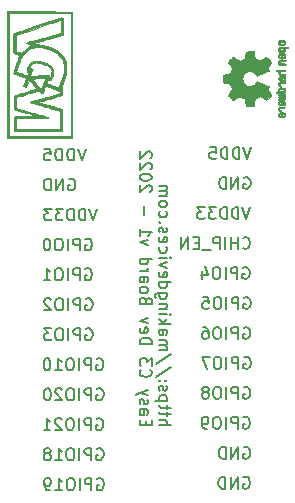
<source format=gbr>
%TF.GenerationSoftware,KiCad,Pcbnew,(6.0.2)*%
%TF.CreationDate,2022-07-01T18:11:32+02:00*%
%TF.ProjectId,Easy C3 Dev Board,45617379-2043-4332-9044-657620426f61,rev?*%
%TF.SameCoordinates,Original*%
%TF.FileFunction,Legend,Bot*%
%TF.FilePolarity,Positive*%
%FSLAX46Y46*%
G04 Gerber Fmt 4.6, Leading zero omitted, Abs format (unit mm)*
G04 Created by KiCad (PCBNEW (6.0.2)) date 2022-07-01 18:11:32*
%MOMM*%
%LPD*%
G01*
G04 APERTURE LIST*
%ADD10C,0.150000*%
%ADD11C,0.010000*%
G04 APERTURE END LIST*
D10*
X152225190Y-68225470D02*
X152320428Y-68177850D01*
X152463285Y-68177850D01*
X152606142Y-68225470D01*
X152701380Y-68320708D01*
X152749000Y-68415946D01*
X152796619Y-68606422D01*
X152796619Y-68749279D01*
X152749000Y-68939755D01*
X152701380Y-69034993D01*
X152606142Y-69130231D01*
X152463285Y-69177850D01*
X152368047Y-69177850D01*
X152225190Y-69130231D01*
X152177571Y-69082612D01*
X152177571Y-68749279D01*
X152368047Y-68749279D01*
X151749000Y-69177850D02*
X151749000Y-68177850D01*
X151368047Y-68177850D01*
X151272809Y-68225470D01*
X151225190Y-68273089D01*
X151177571Y-68368327D01*
X151177571Y-68511184D01*
X151225190Y-68606422D01*
X151272809Y-68654041D01*
X151368047Y-68701660D01*
X151749000Y-68701660D01*
X150749000Y-69177850D02*
X150749000Y-68177850D01*
X150082333Y-68177850D02*
X149891857Y-68177850D01*
X149796619Y-68225470D01*
X149701380Y-68320708D01*
X149653761Y-68511184D01*
X149653761Y-68844517D01*
X149701380Y-69034993D01*
X149796619Y-69130231D01*
X149891857Y-69177850D01*
X150082333Y-69177850D01*
X150177571Y-69130231D01*
X150272809Y-69034993D01*
X150320428Y-68844517D01*
X150320428Y-68511184D01*
X150272809Y-68320708D01*
X150177571Y-68225470D01*
X150082333Y-68177850D01*
X149034714Y-68177850D02*
X148939476Y-68177850D01*
X148844238Y-68225470D01*
X148796619Y-68273089D01*
X148749000Y-68368327D01*
X148701380Y-68558803D01*
X148701380Y-68796898D01*
X148749000Y-68987374D01*
X148796619Y-69082612D01*
X148844238Y-69130231D01*
X148939476Y-69177850D01*
X149034714Y-69177850D01*
X149129952Y-69130231D01*
X149177571Y-69082612D01*
X149225190Y-68987374D01*
X149272809Y-68796898D01*
X149272809Y-68558803D01*
X149225190Y-68368327D01*
X149177571Y-68273089D01*
X149129952Y-68225470D01*
X149034714Y-68177850D01*
X150825104Y-63150090D02*
X150920342Y-63102470D01*
X151063200Y-63102470D01*
X151206057Y-63150090D01*
X151301295Y-63245328D01*
X151348914Y-63340566D01*
X151396533Y-63531042D01*
X151396533Y-63673899D01*
X151348914Y-63864375D01*
X151301295Y-63959613D01*
X151206057Y-64054851D01*
X151063200Y-64102470D01*
X150967961Y-64102470D01*
X150825104Y-64054851D01*
X150777485Y-64007232D01*
X150777485Y-63673899D01*
X150967961Y-63673899D01*
X150348914Y-64102470D02*
X150348914Y-63102470D01*
X149777485Y-64102470D01*
X149777485Y-63102470D01*
X149301295Y-64102470D02*
X149301295Y-63102470D01*
X149063200Y-63102470D01*
X148920342Y-63150090D01*
X148825104Y-63245328D01*
X148777485Y-63340566D01*
X148729866Y-63531042D01*
X148729866Y-63673899D01*
X148777485Y-63864375D01*
X148825104Y-63959613D01*
X148920342Y-64054851D01*
X149063200Y-64102470D01*
X149301295Y-64102470D01*
X153237914Y-65640160D02*
X152904580Y-66640160D01*
X152571247Y-65640160D01*
X152237914Y-66640160D02*
X152237914Y-65640160D01*
X151999819Y-65640160D01*
X151856961Y-65687780D01*
X151761723Y-65783018D01*
X151714104Y-65878256D01*
X151666485Y-66068732D01*
X151666485Y-66211589D01*
X151714104Y-66402065D01*
X151761723Y-66497303D01*
X151856961Y-66592541D01*
X151999819Y-66640160D01*
X152237914Y-66640160D01*
X151237914Y-66640160D02*
X151237914Y-65640160D01*
X150999819Y-65640160D01*
X150856961Y-65687780D01*
X150761723Y-65783018D01*
X150714104Y-65878256D01*
X150666485Y-66068732D01*
X150666485Y-66211589D01*
X150714104Y-66402065D01*
X150761723Y-66497303D01*
X150856961Y-66592541D01*
X150999819Y-66640160D01*
X151237914Y-66640160D01*
X150333152Y-65640160D02*
X149714104Y-65640160D01*
X150047438Y-66021113D01*
X149904580Y-66021113D01*
X149809342Y-66068732D01*
X149761723Y-66116351D01*
X149714104Y-66211589D01*
X149714104Y-66449684D01*
X149761723Y-66544922D01*
X149809342Y-66592541D01*
X149904580Y-66640160D01*
X150190295Y-66640160D01*
X150285533Y-66592541D01*
X150333152Y-66544922D01*
X149380771Y-65640160D02*
X148761723Y-65640160D01*
X149095057Y-66021113D01*
X148952200Y-66021113D01*
X148856961Y-66068732D01*
X148809342Y-66116351D01*
X148761723Y-66211589D01*
X148761723Y-66449684D01*
X148809342Y-66544922D01*
X148856961Y-66592541D01*
X148952200Y-66640160D01*
X149237914Y-66640160D01*
X149333152Y-66592541D01*
X149380771Y-66544922D01*
X152275990Y-73300850D02*
X152371228Y-73253230D01*
X152514085Y-73253230D01*
X152656942Y-73300850D01*
X152752180Y-73396088D01*
X152799800Y-73491326D01*
X152847419Y-73681802D01*
X152847419Y-73824659D01*
X152799800Y-74015135D01*
X152752180Y-74110373D01*
X152656942Y-74205611D01*
X152514085Y-74253230D01*
X152418847Y-74253230D01*
X152275990Y-74205611D01*
X152228371Y-74157992D01*
X152228371Y-73824659D01*
X152418847Y-73824659D01*
X151799800Y-74253230D02*
X151799800Y-73253230D01*
X151418847Y-73253230D01*
X151323609Y-73300850D01*
X151275990Y-73348469D01*
X151228371Y-73443707D01*
X151228371Y-73586564D01*
X151275990Y-73681802D01*
X151323609Y-73729421D01*
X151418847Y-73777040D01*
X151799800Y-73777040D01*
X150799800Y-74253230D02*
X150799800Y-73253230D01*
X150133133Y-73253230D02*
X149942657Y-73253230D01*
X149847419Y-73300850D01*
X149752180Y-73396088D01*
X149704561Y-73586564D01*
X149704561Y-73919897D01*
X149752180Y-74110373D01*
X149847419Y-74205611D01*
X149942657Y-74253230D01*
X150133133Y-74253230D01*
X150228371Y-74205611D01*
X150323609Y-74110373D01*
X150371228Y-73919897D01*
X150371228Y-73586564D01*
X150323609Y-73396088D01*
X150228371Y-73300850D01*
X150133133Y-73253230D01*
X149323609Y-73348469D02*
X149275990Y-73300850D01*
X149180752Y-73253230D01*
X148942657Y-73253230D01*
X148847419Y-73300850D01*
X148799800Y-73348469D01*
X148752180Y-73443707D01*
X148752180Y-73538945D01*
X148799800Y-73681802D01*
X149371228Y-74253230D01*
X148752180Y-74253230D01*
X153183980Y-83451610D02*
X153279219Y-83403990D01*
X153422076Y-83403990D01*
X153564933Y-83451610D01*
X153660171Y-83546848D01*
X153707790Y-83642086D01*
X153755409Y-83832562D01*
X153755409Y-83975419D01*
X153707790Y-84165895D01*
X153660171Y-84261133D01*
X153564933Y-84356371D01*
X153422076Y-84403990D01*
X153326838Y-84403990D01*
X153183980Y-84356371D01*
X153136361Y-84308752D01*
X153136361Y-83975419D01*
X153326838Y-83975419D01*
X152707790Y-84403990D02*
X152707790Y-83403990D01*
X152326838Y-83403990D01*
X152231600Y-83451610D01*
X152183980Y-83499229D01*
X152136361Y-83594467D01*
X152136361Y-83737324D01*
X152183980Y-83832562D01*
X152231600Y-83880181D01*
X152326838Y-83927800D01*
X152707790Y-83927800D01*
X151707790Y-84403990D02*
X151707790Y-83403990D01*
X151041123Y-83403990D02*
X150850647Y-83403990D01*
X150755409Y-83451610D01*
X150660171Y-83546848D01*
X150612552Y-83737324D01*
X150612552Y-84070657D01*
X150660171Y-84261133D01*
X150755409Y-84356371D01*
X150850647Y-84403990D01*
X151041123Y-84403990D01*
X151136361Y-84356371D01*
X151231600Y-84261133D01*
X151279219Y-84070657D01*
X151279219Y-83737324D01*
X151231600Y-83546848D01*
X151136361Y-83451610D01*
X151041123Y-83403990D01*
X150231600Y-83499229D02*
X150183980Y-83451610D01*
X150088742Y-83403990D01*
X149850647Y-83403990D01*
X149755409Y-83451610D01*
X149707790Y-83499229D01*
X149660171Y-83594467D01*
X149660171Y-83689705D01*
X149707790Y-83832562D01*
X150279219Y-84403990D01*
X149660171Y-84403990D01*
X148707790Y-84403990D02*
X149279219Y-84403990D01*
X148993504Y-84403990D02*
X148993504Y-83403990D01*
X149088742Y-83546848D01*
X149183980Y-83642086D01*
X149279219Y-83689705D01*
X152275990Y-75838540D02*
X152371228Y-75790920D01*
X152514085Y-75790920D01*
X152656942Y-75838540D01*
X152752180Y-75933778D01*
X152799800Y-76029016D01*
X152847419Y-76219492D01*
X152847419Y-76362349D01*
X152799800Y-76552825D01*
X152752180Y-76648063D01*
X152656942Y-76743301D01*
X152514085Y-76790920D01*
X152418847Y-76790920D01*
X152275990Y-76743301D01*
X152228371Y-76695682D01*
X152228371Y-76362349D01*
X152418847Y-76362349D01*
X151799800Y-76790920D02*
X151799800Y-75790920D01*
X151418847Y-75790920D01*
X151323609Y-75838540D01*
X151275990Y-75886159D01*
X151228371Y-75981397D01*
X151228371Y-76124254D01*
X151275990Y-76219492D01*
X151323609Y-76267111D01*
X151418847Y-76314730D01*
X151799800Y-76314730D01*
X150799800Y-76790920D02*
X150799800Y-75790920D01*
X150133133Y-75790920D02*
X149942657Y-75790920D01*
X149847419Y-75838540D01*
X149752180Y-75933778D01*
X149704561Y-76124254D01*
X149704561Y-76457587D01*
X149752180Y-76648063D01*
X149847419Y-76743301D01*
X149942657Y-76790920D01*
X150133133Y-76790920D01*
X150228371Y-76743301D01*
X150323609Y-76648063D01*
X150371228Y-76457587D01*
X150371228Y-76124254D01*
X150323609Y-75933778D01*
X150228371Y-75838540D01*
X150133133Y-75790920D01*
X149371228Y-75790920D02*
X148752180Y-75790920D01*
X149085514Y-76171873D01*
X148942657Y-76171873D01*
X148847419Y-76219492D01*
X148799800Y-76267111D01*
X148752180Y-76362349D01*
X148752180Y-76600444D01*
X148799800Y-76695682D01*
X148847419Y-76743301D01*
X148942657Y-76790920D01*
X149228371Y-76790920D01*
X149323609Y-76743301D01*
X149371228Y-76695682D01*
X153209380Y-80913920D02*
X153304619Y-80866300D01*
X153447476Y-80866300D01*
X153590333Y-80913920D01*
X153685571Y-81009158D01*
X153733190Y-81104396D01*
X153780809Y-81294872D01*
X153780809Y-81437729D01*
X153733190Y-81628205D01*
X153685571Y-81723443D01*
X153590333Y-81818681D01*
X153447476Y-81866300D01*
X153352238Y-81866300D01*
X153209380Y-81818681D01*
X153161761Y-81771062D01*
X153161761Y-81437729D01*
X153352238Y-81437729D01*
X152733190Y-81866300D02*
X152733190Y-80866300D01*
X152352238Y-80866300D01*
X152257000Y-80913920D01*
X152209380Y-80961539D01*
X152161761Y-81056777D01*
X152161761Y-81199634D01*
X152209380Y-81294872D01*
X152257000Y-81342491D01*
X152352238Y-81390110D01*
X152733190Y-81390110D01*
X151733190Y-81866300D02*
X151733190Y-80866300D01*
X151066523Y-80866300D02*
X150876047Y-80866300D01*
X150780809Y-80913920D01*
X150685571Y-81009158D01*
X150637952Y-81199634D01*
X150637952Y-81532967D01*
X150685571Y-81723443D01*
X150780809Y-81818681D01*
X150876047Y-81866300D01*
X151066523Y-81866300D01*
X151161761Y-81818681D01*
X151257000Y-81723443D01*
X151304619Y-81532967D01*
X151304619Y-81199634D01*
X151257000Y-81009158D01*
X151161761Y-80913920D01*
X151066523Y-80866300D01*
X150257000Y-80961539D02*
X150209380Y-80913920D01*
X150114142Y-80866300D01*
X149876047Y-80866300D01*
X149780809Y-80913920D01*
X149733190Y-80961539D01*
X149685571Y-81056777D01*
X149685571Y-81152015D01*
X149733190Y-81294872D01*
X150304619Y-81866300D01*
X149685571Y-81866300D01*
X149066523Y-80866300D02*
X148971285Y-80866300D01*
X148876047Y-80913920D01*
X148828428Y-80961539D01*
X148780809Y-81056777D01*
X148733190Y-81247253D01*
X148733190Y-81485348D01*
X148780809Y-81675824D01*
X148828428Y-81771062D01*
X148876047Y-81818681D01*
X148971285Y-81866300D01*
X149066523Y-81866300D01*
X149161761Y-81818681D01*
X149209380Y-81771062D01*
X149257000Y-81675824D01*
X149304619Y-81485348D01*
X149304619Y-81247253D01*
X149257000Y-81056777D01*
X149209380Y-80961539D01*
X149161761Y-80913920D01*
X149066523Y-80866300D01*
X153234780Y-88527000D02*
X153330019Y-88479380D01*
X153472876Y-88479380D01*
X153615733Y-88527000D01*
X153710971Y-88622238D01*
X153758590Y-88717476D01*
X153806209Y-88907952D01*
X153806209Y-89050809D01*
X153758590Y-89241285D01*
X153710971Y-89336523D01*
X153615733Y-89431761D01*
X153472876Y-89479380D01*
X153377638Y-89479380D01*
X153234780Y-89431761D01*
X153187161Y-89384142D01*
X153187161Y-89050809D01*
X153377638Y-89050809D01*
X152758590Y-89479380D02*
X152758590Y-88479380D01*
X152377638Y-88479380D01*
X152282400Y-88527000D01*
X152234780Y-88574619D01*
X152187161Y-88669857D01*
X152187161Y-88812714D01*
X152234780Y-88907952D01*
X152282400Y-88955571D01*
X152377638Y-89003190D01*
X152758590Y-89003190D01*
X151758590Y-89479380D02*
X151758590Y-88479380D01*
X151091923Y-88479380D02*
X150901447Y-88479380D01*
X150806209Y-88527000D01*
X150710971Y-88622238D01*
X150663352Y-88812714D01*
X150663352Y-89146047D01*
X150710971Y-89336523D01*
X150806209Y-89431761D01*
X150901447Y-89479380D01*
X151091923Y-89479380D01*
X151187161Y-89431761D01*
X151282400Y-89336523D01*
X151330019Y-89146047D01*
X151330019Y-88812714D01*
X151282400Y-88622238D01*
X151187161Y-88527000D01*
X151091923Y-88479380D01*
X149710971Y-89479380D02*
X150282400Y-89479380D01*
X149996685Y-89479380D02*
X149996685Y-88479380D01*
X150091923Y-88622238D01*
X150187161Y-88717476D01*
X150282400Y-88765095D01*
X149234780Y-89479380D02*
X149044304Y-89479380D01*
X148949066Y-89431761D01*
X148901447Y-89384142D01*
X148806209Y-89241285D01*
X148758590Y-89050809D01*
X148758590Y-88669857D01*
X148806209Y-88574619D01*
X148853828Y-88527000D01*
X148949066Y-88479380D01*
X149139542Y-88479380D01*
X149234780Y-88527000D01*
X149282400Y-88574619D01*
X149330019Y-88669857D01*
X149330019Y-88907952D01*
X149282400Y-89003190D01*
X149234780Y-89050809D01*
X149139542Y-89098428D01*
X148949066Y-89098428D01*
X148853828Y-89050809D01*
X148806209Y-89003190D01*
X148758590Y-88907952D01*
X152225190Y-70763160D02*
X152320428Y-70715540D01*
X152463285Y-70715540D01*
X152606142Y-70763160D01*
X152701380Y-70858398D01*
X152749000Y-70953636D01*
X152796619Y-71144112D01*
X152796619Y-71286969D01*
X152749000Y-71477445D01*
X152701380Y-71572683D01*
X152606142Y-71667921D01*
X152463285Y-71715540D01*
X152368047Y-71715540D01*
X152225190Y-71667921D01*
X152177571Y-71620302D01*
X152177571Y-71286969D01*
X152368047Y-71286969D01*
X151749000Y-71715540D02*
X151749000Y-70715540D01*
X151368047Y-70715540D01*
X151272809Y-70763160D01*
X151225190Y-70810779D01*
X151177571Y-70906017D01*
X151177571Y-71048874D01*
X151225190Y-71144112D01*
X151272809Y-71191731D01*
X151368047Y-71239350D01*
X151749000Y-71239350D01*
X150749000Y-71715540D02*
X150749000Y-70715540D01*
X150082333Y-70715540D02*
X149891857Y-70715540D01*
X149796619Y-70763160D01*
X149701380Y-70858398D01*
X149653761Y-71048874D01*
X149653761Y-71382207D01*
X149701380Y-71572683D01*
X149796619Y-71667921D01*
X149891857Y-71715540D01*
X150082333Y-71715540D01*
X150177571Y-71667921D01*
X150272809Y-71572683D01*
X150320428Y-71382207D01*
X150320428Y-71048874D01*
X150272809Y-70858398D01*
X150177571Y-70763160D01*
X150082333Y-70715540D01*
X148701380Y-71715540D02*
X149272809Y-71715540D01*
X148987095Y-71715540D02*
X148987095Y-70715540D01*
X149082333Y-70858398D01*
X149177571Y-70953636D01*
X149272809Y-71001255D01*
X153183980Y-78376230D02*
X153279219Y-78328610D01*
X153422076Y-78328610D01*
X153564933Y-78376230D01*
X153660171Y-78471468D01*
X153707790Y-78566706D01*
X153755409Y-78757182D01*
X153755409Y-78900039D01*
X153707790Y-79090515D01*
X153660171Y-79185753D01*
X153564933Y-79280991D01*
X153422076Y-79328610D01*
X153326838Y-79328610D01*
X153183980Y-79280991D01*
X153136361Y-79233372D01*
X153136361Y-78900039D01*
X153326838Y-78900039D01*
X152707790Y-79328610D02*
X152707790Y-78328610D01*
X152326838Y-78328610D01*
X152231600Y-78376230D01*
X152183980Y-78423849D01*
X152136361Y-78519087D01*
X152136361Y-78661944D01*
X152183980Y-78757182D01*
X152231600Y-78804801D01*
X152326838Y-78852420D01*
X152707790Y-78852420D01*
X151707790Y-79328610D02*
X151707790Y-78328610D01*
X151041123Y-78328610D02*
X150850647Y-78328610D01*
X150755409Y-78376230D01*
X150660171Y-78471468D01*
X150612552Y-78661944D01*
X150612552Y-78995277D01*
X150660171Y-79185753D01*
X150755409Y-79280991D01*
X150850647Y-79328610D01*
X151041123Y-79328610D01*
X151136361Y-79280991D01*
X151231600Y-79185753D01*
X151279219Y-78995277D01*
X151279219Y-78661944D01*
X151231600Y-78471468D01*
X151136361Y-78376230D01*
X151041123Y-78328610D01*
X149660171Y-79328610D02*
X150231600Y-79328610D01*
X149945885Y-79328610D02*
X149945885Y-78328610D01*
X150041123Y-78471468D01*
X150136361Y-78566706D01*
X150231600Y-78614325D01*
X149041123Y-78328610D02*
X148945885Y-78328610D01*
X148850647Y-78376230D01*
X148803028Y-78423849D01*
X148755409Y-78519087D01*
X148707790Y-78709563D01*
X148707790Y-78947658D01*
X148755409Y-79138134D01*
X148803028Y-79233372D01*
X148850647Y-79280991D01*
X148945885Y-79328610D01*
X149041123Y-79328610D01*
X149136361Y-79280991D01*
X149183980Y-79233372D01*
X149231600Y-79138134D01*
X149279219Y-78947658D01*
X149279219Y-78709563D01*
X149231600Y-78519087D01*
X149183980Y-78423849D01*
X149136361Y-78376230D01*
X149041123Y-78328610D01*
X153209380Y-85989300D02*
X153304619Y-85941680D01*
X153447476Y-85941680D01*
X153590333Y-85989300D01*
X153685571Y-86084538D01*
X153733190Y-86179776D01*
X153780809Y-86370252D01*
X153780809Y-86513109D01*
X153733190Y-86703585D01*
X153685571Y-86798823D01*
X153590333Y-86894061D01*
X153447476Y-86941680D01*
X153352238Y-86941680D01*
X153209380Y-86894061D01*
X153161761Y-86846442D01*
X153161761Y-86513109D01*
X153352238Y-86513109D01*
X152733190Y-86941680D02*
X152733190Y-85941680D01*
X152352238Y-85941680D01*
X152257000Y-85989300D01*
X152209380Y-86036919D01*
X152161761Y-86132157D01*
X152161761Y-86275014D01*
X152209380Y-86370252D01*
X152257000Y-86417871D01*
X152352238Y-86465490D01*
X152733190Y-86465490D01*
X151733190Y-86941680D02*
X151733190Y-85941680D01*
X151066523Y-85941680D02*
X150876047Y-85941680D01*
X150780809Y-85989300D01*
X150685571Y-86084538D01*
X150637952Y-86275014D01*
X150637952Y-86608347D01*
X150685571Y-86798823D01*
X150780809Y-86894061D01*
X150876047Y-86941680D01*
X151066523Y-86941680D01*
X151161761Y-86894061D01*
X151257000Y-86798823D01*
X151304619Y-86608347D01*
X151304619Y-86275014D01*
X151257000Y-86084538D01*
X151161761Y-85989300D01*
X151066523Y-85941680D01*
X149685571Y-86941680D02*
X150257000Y-86941680D01*
X149971285Y-86941680D02*
X149971285Y-85941680D01*
X150066523Y-86084538D01*
X150161761Y-86179776D01*
X150257000Y-86227395D01*
X149114142Y-86370252D02*
X149209380Y-86322633D01*
X149257000Y-86275014D01*
X149304619Y-86179776D01*
X149304619Y-86132157D01*
X149257000Y-86036919D01*
X149209380Y-85989300D01*
X149114142Y-85941680D01*
X148923666Y-85941680D01*
X148828428Y-85989300D01*
X148780809Y-86036919D01*
X148733190Y-86132157D01*
X148733190Y-86179776D01*
X148780809Y-86275014D01*
X148828428Y-86322633D01*
X148923666Y-86370252D01*
X149114142Y-86370252D01*
X149209380Y-86417871D01*
X149257000Y-86465490D01*
X149304619Y-86560728D01*
X149304619Y-86751204D01*
X149257000Y-86846442D01*
X149209380Y-86894061D01*
X149114142Y-86941680D01*
X148923666Y-86941680D01*
X148828428Y-86894061D01*
X148780809Y-86846442D01*
X148733190Y-86751204D01*
X148733190Y-86560728D01*
X148780809Y-86465490D01*
X148828428Y-86417871D01*
X148923666Y-86370252D01*
X152253723Y-60564780D02*
X151920390Y-61564780D01*
X151587057Y-60564780D01*
X151253723Y-61564780D02*
X151253723Y-60564780D01*
X151015628Y-60564780D01*
X150872771Y-60612400D01*
X150777533Y-60707638D01*
X150729914Y-60802876D01*
X150682295Y-60993352D01*
X150682295Y-61136209D01*
X150729914Y-61326685D01*
X150777533Y-61421923D01*
X150872771Y-61517161D01*
X151015628Y-61564780D01*
X151253723Y-61564780D01*
X150253723Y-61564780D02*
X150253723Y-60564780D01*
X150015628Y-60564780D01*
X149872771Y-60612400D01*
X149777533Y-60707638D01*
X149729914Y-60802876D01*
X149682295Y-60993352D01*
X149682295Y-61136209D01*
X149729914Y-61326685D01*
X149777533Y-61421923D01*
X149872771Y-61517161D01*
X150015628Y-61564780D01*
X150253723Y-61564780D01*
X148777533Y-60564780D02*
X149253723Y-60564780D01*
X149301342Y-61040971D01*
X149253723Y-60993352D01*
X149158485Y-60945733D01*
X148920390Y-60945733D01*
X148825152Y-60993352D01*
X148777533Y-61040971D01*
X148729914Y-61136209D01*
X148729914Y-61374304D01*
X148777533Y-61469542D01*
X148825152Y-61517161D01*
X148920390Y-61564780D01*
X149158485Y-61564780D01*
X149253723Y-61517161D01*
X149301342Y-61469542D01*
X165607904Y-88400000D02*
X165703142Y-88352380D01*
X165846000Y-88352380D01*
X165988857Y-88400000D01*
X166084095Y-88495238D01*
X166131714Y-88590476D01*
X166179333Y-88780952D01*
X166179333Y-88923809D01*
X166131714Y-89114285D01*
X166084095Y-89209523D01*
X165988857Y-89304761D01*
X165846000Y-89352380D01*
X165750761Y-89352380D01*
X165607904Y-89304761D01*
X165560285Y-89257142D01*
X165560285Y-88923809D01*
X165750761Y-88923809D01*
X165131714Y-89352380D02*
X165131714Y-88352380D01*
X164560285Y-89352380D01*
X164560285Y-88352380D01*
X164084095Y-89352380D02*
X164084095Y-88352380D01*
X163846000Y-88352380D01*
X163703142Y-88400000D01*
X163607904Y-88495238D01*
X163560285Y-88590476D01*
X163512666Y-88780952D01*
X163512666Y-88923809D01*
X163560285Y-89114285D01*
X163607904Y-89209523D01*
X163703142Y-89304761D01*
X163846000Y-89352380D01*
X164084095Y-89352380D01*
X165633304Y-85862300D02*
X165728542Y-85814680D01*
X165871400Y-85814680D01*
X166014257Y-85862300D01*
X166109495Y-85957538D01*
X166157114Y-86052776D01*
X166204733Y-86243252D01*
X166204733Y-86386109D01*
X166157114Y-86576585D01*
X166109495Y-86671823D01*
X166014257Y-86767061D01*
X165871400Y-86814680D01*
X165776161Y-86814680D01*
X165633304Y-86767061D01*
X165585685Y-86719442D01*
X165585685Y-86386109D01*
X165776161Y-86386109D01*
X165157114Y-86814680D02*
X165157114Y-85814680D01*
X164585685Y-86814680D01*
X164585685Y-85814680D01*
X164109495Y-86814680D02*
X164109495Y-85814680D01*
X163871400Y-85814680D01*
X163728542Y-85862300D01*
X163633304Y-85957538D01*
X163585685Y-86052776D01*
X163538066Y-86243252D01*
X163538066Y-86386109D01*
X163585685Y-86576585D01*
X163633304Y-86671823D01*
X163728542Y-86767061D01*
X163871400Y-86814680D01*
X164109495Y-86814680D01*
X165610990Y-83324610D02*
X165706228Y-83276990D01*
X165849085Y-83276990D01*
X165991942Y-83324610D01*
X166087180Y-83419848D01*
X166134800Y-83515086D01*
X166182419Y-83705562D01*
X166182419Y-83848419D01*
X166134800Y-84038895D01*
X166087180Y-84134133D01*
X165991942Y-84229371D01*
X165849085Y-84276990D01*
X165753847Y-84276990D01*
X165610990Y-84229371D01*
X165563371Y-84181752D01*
X165563371Y-83848419D01*
X165753847Y-83848419D01*
X165134800Y-84276990D02*
X165134800Y-83276990D01*
X164753847Y-83276990D01*
X164658609Y-83324610D01*
X164610990Y-83372229D01*
X164563371Y-83467467D01*
X164563371Y-83610324D01*
X164610990Y-83705562D01*
X164658609Y-83753181D01*
X164753847Y-83800800D01*
X165134800Y-83800800D01*
X164134800Y-84276990D02*
X164134800Y-83276990D01*
X163468133Y-83276990D02*
X163277657Y-83276990D01*
X163182419Y-83324610D01*
X163087180Y-83419848D01*
X163039561Y-83610324D01*
X163039561Y-83943657D01*
X163087180Y-84134133D01*
X163182419Y-84229371D01*
X163277657Y-84276990D01*
X163468133Y-84276990D01*
X163563371Y-84229371D01*
X163658609Y-84134133D01*
X163706228Y-83943657D01*
X163706228Y-83610324D01*
X163658609Y-83419848D01*
X163563371Y-83324610D01*
X163468133Y-83276990D01*
X162563371Y-84276990D02*
X162372895Y-84276990D01*
X162277657Y-84229371D01*
X162230038Y-84181752D01*
X162134800Y-84038895D01*
X162087180Y-83848419D01*
X162087180Y-83467467D01*
X162134800Y-83372229D01*
X162182419Y-83324610D01*
X162277657Y-83276990D01*
X162468133Y-83276990D01*
X162563371Y-83324610D01*
X162610990Y-83372229D01*
X162658609Y-83467467D01*
X162658609Y-83705562D01*
X162610990Y-83800800D01*
X162563371Y-83848419D01*
X162468133Y-83896038D01*
X162277657Y-83896038D01*
X162182419Y-83848419D01*
X162134800Y-83800800D01*
X162087180Y-83705562D01*
X165636390Y-80786920D02*
X165731628Y-80739300D01*
X165874485Y-80739300D01*
X166017342Y-80786920D01*
X166112580Y-80882158D01*
X166160200Y-80977396D01*
X166207819Y-81167872D01*
X166207819Y-81310729D01*
X166160200Y-81501205D01*
X166112580Y-81596443D01*
X166017342Y-81691681D01*
X165874485Y-81739300D01*
X165779247Y-81739300D01*
X165636390Y-81691681D01*
X165588771Y-81644062D01*
X165588771Y-81310729D01*
X165779247Y-81310729D01*
X165160200Y-81739300D02*
X165160200Y-80739300D01*
X164779247Y-80739300D01*
X164684009Y-80786920D01*
X164636390Y-80834539D01*
X164588771Y-80929777D01*
X164588771Y-81072634D01*
X164636390Y-81167872D01*
X164684009Y-81215491D01*
X164779247Y-81263110D01*
X165160200Y-81263110D01*
X164160200Y-81739300D02*
X164160200Y-80739300D01*
X163493533Y-80739300D02*
X163303057Y-80739300D01*
X163207819Y-80786920D01*
X163112580Y-80882158D01*
X163064961Y-81072634D01*
X163064961Y-81405967D01*
X163112580Y-81596443D01*
X163207819Y-81691681D01*
X163303057Y-81739300D01*
X163493533Y-81739300D01*
X163588771Y-81691681D01*
X163684009Y-81596443D01*
X163731628Y-81405967D01*
X163731628Y-81072634D01*
X163684009Y-80882158D01*
X163588771Y-80786920D01*
X163493533Y-80739300D01*
X162493533Y-81167872D02*
X162588771Y-81120253D01*
X162636390Y-81072634D01*
X162684009Y-80977396D01*
X162684009Y-80929777D01*
X162636390Y-80834539D01*
X162588771Y-80786920D01*
X162493533Y-80739300D01*
X162303057Y-80739300D01*
X162207819Y-80786920D01*
X162160200Y-80834539D01*
X162112580Y-80929777D01*
X162112580Y-80977396D01*
X162160200Y-81072634D01*
X162207819Y-81120253D01*
X162303057Y-81167872D01*
X162493533Y-81167872D01*
X162588771Y-81215491D01*
X162636390Y-81263110D01*
X162684009Y-81358348D01*
X162684009Y-81548824D01*
X162636390Y-81644062D01*
X162588771Y-81691681D01*
X162493533Y-81739300D01*
X162303057Y-81739300D01*
X162207819Y-81691681D01*
X162160200Y-81644062D01*
X162112580Y-81548824D01*
X162112580Y-81358348D01*
X162160200Y-81263110D01*
X162207819Y-81215491D01*
X162303057Y-81167872D01*
X165661790Y-78249230D02*
X165757028Y-78201610D01*
X165899885Y-78201610D01*
X166042742Y-78249230D01*
X166137980Y-78344468D01*
X166185600Y-78439706D01*
X166233219Y-78630182D01*
X166233219Y-78773039D01*
X166185600Y-78963515D01*
X166137980Y-79058753D01*
X166042742Y-79153991D01*
X165899885Y-79201610D01*
X165804647Y-79201610D01*
X165661790Y-79153991D01*
X165614171Y-79106372D01*
X165614171Y-78773039D01*
X165804647Y-78773039D01*
X165185600Y-79201610D02*
X165185600Y-78201610D01*
X164804647Y-78201610D01*
X164709409Y-78249230D01*
X164661790Y-78296849D01*
X164614171Y-78392087D01*
X164614171Y-78534944D01*
X164661790Y-78630182D01*
X164709409Y-78677801D01*
X164804647Y-78725420D01*
X165185600Y-78725420D01*
X164185600Y-79201610D02*
X164185600Y-78201610D01*
X163518933Y-78201610D02*
X163328457Y-78201610D01*
X163233219Y-78249230D01*
X163137980Y-78344468D01*
X163090361Y-78534944D01*
X163090361Y-78868277D01*
X163137980Y-79058753D01*
X163233219Y-79153991D01*
X163328457Y-79201610D01*
X163518933Y-79201610D01*
X163614171Y-79153991D01*
X163709409Y-79058753D01*
X163757028Y-78868277D01*
X163757028Y-78534944D01*
X163709409Y-78344468D01*
X163614171Y-78249230D01*
X163518933Y-78201610D01*
X162757028Y-78201610D02*
X162090361Y-78201610D01*
X162518933Y-79201610D01*
X165636390Y-75711540D02*
X165731628Y-75663920D01*
X165874485Y-75663920D01*
X166017342Y-75711540D01*
X166112580Y-75806778D01*
X166160200Y-75902016D01*
X166207819Y-76092492D01*
X166207819Y-76235349D01*
X166160200Y-76425825D01*
X166112580Y-76521063D01*
X166017342Y-76616301D01*
X165874485Y-76663920D01*
X165779247Y-76663920D01*
X165636390Y-76616301D01*
X165588771Y-76568682D01*
X165588771Y-76235349D01*
X165779247Y-76235349D01*
X165160200Y-76663920D02*
X165160200Y-75663920D01*
X164779247Y-75663920D01*
X164684009Y-75711540D01*
X164636390Y-75759159D01*
X164588771Y-75854397D01*
X164588771Y-75997254D01*
X164636390Y-76092492D01*
X164684009Y-76140111D01*
X164779247Y-76187730D01*
X165160200Y-76187730D01*
X164160200Y-76663920D02*
X164160200Y-75663920D01*
X163493533Y-75663920D02*
X163303057Y-75663920D01*
X163207819Y-75711540D01*
X163112580Y-75806778D01*
X163064961Y-75997254D01*
X163064961Y-76330587D01*
X163112580Y-76521063D01*
X163207819Y-76616301D01*
X163303057Y-76663920D01*
X163493533Y-76663920D01*
X163588771Y-76616301D01*
X163684009Y-76521063D01*
X163731628Y-76330587D01*
X163731628Y-75997254D01*
X163684009Y-75806778D01*
X163588771Y-75711540D01*
X163493533Y-75663920D01*
X162207819Y-75663920D02*
X162398295Y-75663920D01*
X162493533Y-75711540D01*
X162541152Y-75759159D01*
X162636390Y-75902016D01*
X162684009Y-76092492D01*
X162684009Y-76473444D01*
X162636390Y-76568682D01*
X162588771Y-76616301D01*
X162493533Y-76663920D01*
X162303057Y-76663920D01*
X162207819Y-76616301D01*
X162160200Y-76568682D01*
X162112580Y-76473444D01*
X162112580Y-76235349D01*
X162160200Y-76140111D01*
X162207819Y-76092492D01*
X162303057Y-76044873D01*
X162493533Y-76044873D01*
X162588771Y-76092492D01*
X162636390Y-76140111D01*
X162684009Y-76235349D01*
X165661790Y-73173850D02*
X165757028Y-73126230D01*
X165899885Y-73126230D01*
X166042742Y-73173850D01*
X166137980Y-73269088D01*
X166185600Y-73364326D01*
X166233219Y-73554802D01*
X166233219Y-73697659D01*
X166185600Y-73888135D01*
X166137980Y-73983373D01*
X166042742Y-74078611D01*
X165899885Y-74126230D01*
X165804647Y-74126230D01*
X165661790Y-74078611D01*
X165614171Y-74030992D01*
X165614171Y-73697659D01*
X165804647Y-73697659D01*
X165185600Y-74126230D02*
X165185600Y-73126230D01*
X164804647Y-73126230D01*
X164709409Y-73173850D01*
X164661790Y-73221469D01*
X164614171Y-73316707D01*
X164614171Y-73459564D01*
X164661790Y-73554802D01*
X164709409Y-73602421D01*
X164804647Y-73650040D01*
X165185600Y-73650040D01*
X164185600Y-74126230D02*
X164185600Y-73126230D01*
X163518933Y-73126230D02*
X163328457Y-73126230D01*
X163233219Y-73173850D01*
X163137980Y-73269088D01*
X163090361Y-73459564D01*
X163090361Y-73792897D01*
X163137980Y-73983373D01*
X163233219Y-74078611D01*
X163328457Y-74126230D01*
X163518933Y-74126230D01*
X163614171Y-74078611D01*
X163709409Y-73983373D01*
X163757028Y-73792897D01*
X163757028Y-73459564D01*
X163709409Y-73269088D01*
X163614171Y-73173850D01*
X163518933Y-73126230D01*
X162185600Y-73126230D02*
X162661790Y-73126230D01*
X162709409Y-73602421D01*
X162661790Y-73554802D01*
X162566552Y-73507183D01*
X162328457Y-73507183D01*
X162233219Y-73554802D01*
X162185600Y-73602421D01*
X162137980Y-73697659D01*
X162137980Y-73935754D01*
X162185600Y-74030992D01*
X162233219Y-74078611D01*
X162328457Y-74126230D01*
X162566552Y-74126230D01*
X162661790Y-74078611D01*
X162709409Y-74030992D01*
X165585590Y-70636160D02*
X165680828Y-70588540D01*
X165823685Y-70588540D01*
X165966542Y-70636160D01*
X166061780Y-70731398D01*
X166109400Y-70826636D01*
X166157019Y-71017112D01*
X166157019Y-71159969D01*
X166109400Y-71350445D01*
X166061780Y-71445683D01*
X165966542Y-71540921D01*
X165823685Y-71588540D01*
X165728447Y-71588540D01*
X165585590Y-71540921D01*
X165537971Y-71493302D01*
X165537971Y-71159969D01*
X165728447Y-71159969D01*
X165109400Y-71588540D02*
X165109400Y-70588540D01*
X164728447Y-70588540D01*
X164633209Y-70636160D01*
X164585590Y-70683779D01*
X164537971Y-70779017D01*
X164537971Y-70921874D01*
X164585590Y-71017112D01*
X164633209Y-71064731D01*
X164728447Y-71112350D01*
X165109400Y-71112350D01*
X164109400Y-71588540D02*
X164109400Y-70588540D01*
X163442733Y-70588540D02*
X163252257Y-70588540D01*
X163157019Y-70636160D01*
X163061780Y-70731398D01*
X163014161Y-70921874D01*
X163014161Y-71255207D01*
X163061780Y-71445683D01*
X163157019Y-71540921D01*
X163252257Y-71588540D01*
X163442733Y-71588540D01*
X163537971Y-71540921D01*
X163633209Y-71445683D01*
X163680828Y-71255207D01*
X163680828Y-70921874D01*
X163633209Y-70731398D01*
X163537971Y-70636160D01*
X163442733Y-70588540D01*
X162157019Y-70921874D02*
X162157019Y-71588540D01*
X162395114Y-70540921D02*
X162633209Y-71255207D01*
X162014161Y-71255207D01*
X165555323Y-68955612D02*
X165602942Y-69003231D01*
X165745800Y-69050850D01*
X165841038Y-69050850D01*
X165983895Y-69003231D01*
X166079133Y-68907993D01*
X166126752Y-68812755D01*
X166174371Y-68622279D01*
X166174371Y-68479422D01*
X166126752Y-68288946D01*
X166079133Y-68193708D01*
X165983895Y-68098470D01*
X165841038Y-68050850D01*
X165745800Y-68050850D01*
X165602942Y-68098470D01*
X165555323Y-68146089D01*
X165126752Y-69050850D02*
X165126752Y-68050850D01*
X165126752Y-68527041D02*
X164555323Y-68527041D01*
X164555323Y-69050850D02*
X164555323Y-68050850D01*
X164079133Y-69050850D02*
X164079133Y-68050850D01*
X163602942Y-69050850D02*
X163602942Y-68050850D01*
X163221990Y-68050850D01*
X163126752Y-68098470D01*
X163079133Y-68146089D01*
X163031514Y-68241327D01*
X163031514Y-68384184D01*
X163079133Y-68479422D01*
X163126752Y-68527041D01*
X163221990Y-68574660D01*
X163602942Y-68574660D01*
X162841038Y-69146089D02*
X162079133Y-69146089D01*
X161841038Y-68527041D02*
X161507704Y-68527041D01*
X161364847Y-69050850D02*
X161841038Y-69050850D01*
X161841038Y-68050850D01*
X161364847Y-68050850D01*
X160936276Y-69050850D02*
X160936276Y-68050850D01*
X160364847Y-69050850D01*
X160364847Y-68050850D01*
X166191914Y-65513160D02*
X165858580Y-66513160D01*
X165525247Y-65513160D01*
X165191914Y-66513160D02*
X165191914Y-65513160D01*
X164953819Y-65513160D01*
X164810961Y-65560780D01*
X164715723Y-65656018D01*
X164668104Y-65751256D01*
X164620485Y-65941732D01*
X164620485Y-66084589D01*
X164668104Y-66275065D01*
X164715723Y-66370303D01*
X164810961Y-66465541D01*
X164953819Y-66513160D01*
X165191914Y-66513160D01*
X164191914Y-66513160D02*
X164191914Y-65513160D01*
X163953819Y-65513160D01*
X163810961Y-65560780D01*
X163715723Y-65656018D01*
X163668104Y-65751256D01*
X163620485Y-65941732D01*
X163620485Y-66084589D01*
X163668104Y-66275065D01*
X163715723Y-66370303D01*
X163810961Y-66465541D01*
X163953819Y-66513160D01*
X164191914Y-66513160D01*
X163287152Y-65513160D02*
X162668104Y-65513160D01*
X163001438Y-65894113D01*
X162858580Y-65894113D01*
X162763342Y-65941732D01*
X162715723Y-65989351D01*
X162668104Y-66084589D01*
X162668104Y-66322684D01*
X162715723Y-66417922D01*
X162763342Y-66465541D01*
X162858580Y-66513160D01*
X163144295Y-66513160D01*
X163239533Y-66465541D01*
X163287152Y-66417922D01*
X162334771Y-65513160D02*
X161715723Y-65513160D01*
X162049057Y-65894113D01*
X161906200Y-65894113D01*
X161810961Y-65941732D01*
X161763342Y-65989351D01*
X161715723Y-66084589D01*
X161715723Y-66322684D01*
X161763342Y-66417922D01*
X161810961Y-66465541D01*
X161906200Y-66513160D01*
X162191914Y-66513160D01*
X162287152Y-66465541D01*
X162334771Y-66417922D01*
X165658704Y-63023090D02*
X165753942Y-62975470D01*
X165896800Y-62975470D01*
X166039657Y-63023090D01*
X166134895Y-63118328D01*
X166182514Y-63213566D01*
X166230133Y-63404042D01*
X166230133Y-63546899D01*
X166182514Y-63737375D01*
X166134895Y-63832613D01*
X166039657Y-63927851D01*
X165896800Y-63975470D01*
X165801561Y-63975470D01*
X165658704Y-63927851D01*
X165611085Y-63880232D01*
X165611085Y-63546899D01*
X165801561Y-63546899D01*
X165182514Y-63975470D02*
X165182514Y-62975470D01*
X164611085Y-63975470D01*
X164611085Y-62975470D01*
X164134895Y-63975470D02*
X164134895Y-62975470D01*
X163896800Y-62975470D01*
X163753942Y-63023090D01*
X163658704Y-63118328D01*
X163611085Y-63213566D01*
X163563466Y-63404042D01*
X163563466Y-63546899D01*
X163611085Y-63737375D01*
X163658704Y-63832613D01*
X163753942Y-63927851D01*
X163896800Y-63975470D01*
X164134895Y-63975470D01*
X166274523Y-60437780D02*
X165941190Y-61437780D01*
X165607857Y-60437780D01*
X165274523Y-61437780D02*
X165274523Y-60437780D01*
X165036428Y-60437780D01*
X164893571Y-60485400D01*
X164798333Y-60580638D01*
X164750714Y-60675876D01*
X164703095Y-60866352D01*
X164703095Y-61009209D01*
X164750714Y-61199685D01*
X164798333Y-61294923D01*
X164893571Y-61390161D01*
X165036428Y-61437780D01*
X165274523Y-61437780D01*
X164274523Y-61437780D02*
X164274523Y-60437780D01*
X164036428Y-60437780D01*
X163893571Y-60485400D01*
X163798333Y-60580638D01*
X163750714Y-60675876D01*
X163703095Y-60866352D01*
X163703095Y-61009209D01*
X163750714Y-61199685D01*
X163798333Y-61294923D01*
X163893571Y-61390161D01*
X164036428Y-61437780D01*
X164274523Y-61437780D01*
X162798333Y-60437780D02*
X163274523Y-60437780D01*
X163322142Y-60913971D01*
X163274523Y-60866352D01*
X163179285Y-60818733D01*
X162941190Y-60818733D01*
X162845952Y-60866352D01*
X162798333Y-60913971D01*
X162750714Y-61009209D01*
X162750714Y-61247304D01*
X162798333Y-61342542D01*
X162845952Y-61390161D01*
X162941190Y-61437780D01*
X163179285Y-61437780D01*
X163274523Y-61390161D01*
X163322142Y-61342542D01*
X158475419Y-83980657D02*
X159475419Y-83980657D01*
X158475419Y-83552085D02*
X158999228Y-83552085D01*
X159094466Y-83599704D01*
X159142085Y-83694942D01*
X159142085Y-83837800D01*
X159094466Y-83933038D01*
X159046847Y-83980657D01*
X159142085Y-83218752D02*
X159142085Y-82837800D01*
X159475419Y-83075895D02*
X158618276Y-83075895D01*
X158523038Y-83028276D01*
X158475419Y-82933038D01*
X158475419Y-82837800D01*
X159142085Y-82647323D02*
X159142085Y-82266371D01*
X159475419Y-82504466D02*
X158618276Y-82504466D01*
X158523038Y-82456847D01*
X158475419Y-82361609D01*
X158475419Y-82266371D01*
X159142085Y-81933038D02*
X158142085Y-81933038D01*
X159094466Y-81933038D02*
X159142085Y-81837800D01*
X159142085Y-81647323D01*
X159094466Y-81552085D01*
X159046847Y-81504466D01*
X158951609Y-81456847D01*
X158665895Y-81456847D01*
X158570657Y-81504466D01*
X158523038Y-81552085D01*
X158475419Y-81647323D01*
X158475419Y-81837800D01*
X158523038Y-81933038D01*
X158523038Y-81075895D02*
X158475419Y-80980657D01*
X158475419Y-80790180D01*
X158523038Y-80694942D01*
X158618276Y-80647323D01*
X158665895Y-80647323D01*
X158761133Y-80694942D01*
X158808752Y-80790180D01*
X158808752Y-80933038D01*
X158856371Y-81028276D01*
X158951609Y-81075895D01*
X158999228Y-81075895D01*
X159094466Y-81028276D01*
X159142085Y-80933038D01*
X159142085Y-80790180D01*
X159094466Y-80694942D01*
X158570657Y-80218752D02*
X158523038Y-80171133D01*
X158475419Y-80218752D01*
X158523038Y-80266371D01*
X158570657Y-80218752D01*
X158475419Y-80218752D01*
X159094466Y-80218752D02*
X159046847Y-80171133D01*
X158999228Y-80218752D01*
X159046847Y-80266371D01*
X159094466Y-80218752D01*
X158999228Y-80218752D01*
X159523038Y-79028276D02*
X158237323Y-79885419D01*
X159523038Y-77980657D02*
X158237323Y-78837800D01*
X158475419Y-77647323D02*
X159142085Y-77647323D01*
X159046847Y-77647323D02*
X159094466Y-77599704D01*
X159142085Y-77504466D01*
X159142085Y-77361609D01*
X159094466Y-77266371D01*
X158999228Y-77218752D01*
X158475419Y-77218752D01*
X158999228Y-77218752D02*
X159094466Y-77171133D01*
X159142085Y-77075895D01*
X159142085Y-76933038D01*
X159094466Y-76837800D01*
X158999228Y-76790180D01*
X158475419Y-76790180D01*
X158475419Y-75885419D02*
X158999228Y-75885419D01*
X159094466Y-75933038D01*
X159142085Y-76028276D01*
X159142085Y-76218752D01*
X159094466Y-76313990D01*
X158523038Y-75885419D02*
X158475419Y-75980657D01*
X158475419Y-76218752D01*
X158523038Y-76313990D01*
X158618276Y-76361609D01*
X158713514Y-76361609D01*
X158808752Y-76313990D01*
X158856371Y-76218752D01*
X158856371Y-75980657D01*
X158903990Y-75885419D01*
X158475419Y-75409228D02*
X159475419Y-75409228D01*
X158856371Y-75313990D02*
X158475419Y-75028276D01*
X159142085Y-75028276D02*
X158761133Y-75409228D01*
X158475419Y-74599704D02*
X159142085Y-74599704D01*
X159475419Y-74599704D02*
X159427800Y-74647323D01*
X159380180Y-74599704D01*
X159427800Y-74552085D01*
X159475419Y-74599704D01*
X159380180Y-74599704D01*
X159142085Y-74123514D02*
X158475419Y-74123514D01*
X159046847Y-74123514D02*
X159094466Y-74075895D01*
X159142085Y-73980657D01*
X159142085Y-73837800D01*
X159094466Y-73742561D01*
X158999228Y-73694942D01*
X158475419Y-73694942D01*
X159142085Y-72790180D02*
X158332561Y-72790180D01*
X158237323Y-72837800D01*
X158189704Y-72885419D01*
X158142085Y-72980657D01*
X158142085Y-73123514D01*
X158189704Y-73218752D01*
X158523038Y-72790180D02*
X158475419Y-72885419D01*
X158475419Y-73075895D01*
X158523038Y-73171133D01*
X158570657Y-73218752D01*
X158665895Y-73266371D01*
X158951609Y-73266371D01*
X159046847Y-73218752D01*
X159094466Y-73171133D01*
X159142085Y-73075895D01*
X159142085Y-72885419D01*
X159094466Y-72790180D01*
X158475419Y-71885419D02*
X159475419Y-71885419D01*
X158523038Y-71885419D02*
X158475419Y-71980657D01*
X158475419Y-72171133D01*
X158523038Y-72266371D01*
X158570657Y-72313990D01*
X158665895Y-72361609D01*
X158951609Y-72361609D01*
X159046847Y-72313990D01*
X159094466Y-72266371D01*
X159142085Y-72171133D01*
X159142085Y-71980657D01*
X159094466Y-71885419D01*
X158523038Y-71028276D02*
X158475419Y-71123514D01*
X158475419Y-71313990D01*
X158523038Y-71409228D01*
X158618276Y-71456847D01*
X158999228Y-71456847D01*
X159094466Y-71409228D01*
X159142085Y-71313990D01*
X159142085Y-71123514D01*
X159094466Y-71028276D01*
X158999228Y-70980657D01*
X158903990Y-70980657D01*
X158808752Y-71456847D01*
X159142085Y-70647323D02*
X158475419Y-70409228D01*
X159142085Y-70171133D01*
X158475419Y-69790180D02*
X159142085Y-69790180D01*
X159475419Y-69790180D02*
X159427800Y-69837800D01*
X159380180Y-69790180D01*
X159427800Y-69742561D01*
X159475419Y-69790180D01*
X159380180Y-69790180D01*
X158523038Y-68885419D02*
X158475419Y-68980657D01*
X158475419Y-69171133D01*
X158523038Y-69266371D01*
X158570657Y-69313990D01*
X158665895Y-69361609D01*
X158951609Y-69361609D01*
X159046847Y-69313990D01*
X159094466Y-69266371D01*
X159142085Y-69171133D01*
X159142085Y-68980657D01*
X159094466Y-68885419D01*
X158523038Y-68075895D02*
X158475419Y-68171133D01*
X158475419Y-68361609D01*
X158523038Y-68456847D01*
X158618276Y-68504466D01*
X158999228Y-68504466D01*
X159094466Y-68456847D01*
X159142085Y-68361609D01*
X159142085Y-68171133D01*
X159094466Y-68075895D01*
X158999228Y-68028276D01*
X158903990Y-68028276D01*
X158808752Y-68504466D01*
X158523038Y-67647323D02*
X158475419Y-67552085D01*
X158475419Y-67361609D01*
X158523038Y-67266371D01*
X158618276Y-67218752D01*
X158665895Y-67218752D01*
X158761133Y-67266371D01*
X158808752Y-67361609D01*
X158808752Y-67504466D01*
X158856371Y-67599704D01*
X158951609Y-67647323D01*
X158999228Y-67647323D01*
X159094466Y-67599704D01*
X159142085Y-67504466D01*
X159142085Y-67361609D01*
X159094466Y-67266371D01*
X158570657Y-66790180D02*
X158523038Y-66742561D01*
X158475419Y-66790180D01*
X158523038Y-66837800D01*
X158570657Y-66790180D01*
X158475419Y-66790180D01*
X158523038Y-65885419D02*
X158475419Y-65980657D01*
X158475419Y-66171133D01*
X158523038Y-66266371D01*
X158570657Y-66313990D01*
X158665895Y-66361609D01*
X158951609Y-66361609D01*
X159046847Y-66313990D01*
X159094466Y-66266371D01*
X159142085Y-66171133D01*
X159142085Y-65980657D01*
X159094466Y-65885419D01*
X158475419Y-65313990D02*
X158523038Y-65409228D01*
X158570657Y-65456847D01*
X158665895Y-65504466D01*
X158951609Y-65504466D01*
X159046847Y-65456847D01*
X159094466Y-65409228D01*
X159142085Y-65313990D01*
X159142085Y-65171133D01*
X159094466Y-65075895D01*
X159046847Y-65028276D01*
X158951609Y-64980657D01*
X158665895Y-64980657D01*
X158570657Y-65028276D01*
X158523038Y-65075895D01*
X158475419Y-65171133D01*
X158475419Y-65313990D01*
X158475419Y-64552085D02*
X159142085Y-64552085D01*
X159046847Y-64552085D02*
X159094466Y-64504466D01*
X159142085Y-64409228D01*
X159142085Y-64266371D01*
X159094466Y-64171133D01*
X158999228Y-64123514D01*
X158475419Y-64123514D01*
X158999228Y-64123514D02*
X159094466Y-64075895D01*
X159142085Y-63980657D01*
X159142085Y-63837800D01*
X159094466Y-63742561D01*
X158999228Y-63694942D01*
X158475419Y-63694942D01*
X157373628Y-83986828D02*
X157373628Y-83653495D01*
X156849819Y-83510638D02*
X156849819Y-83986828D01*
X157849819Y-83986828D01*
X157849819Y-83510638D01*
X156849819Y-82653495D02*
X157373628Y-82653495D01*
X157468866Y-82701114D01*
X157516485Y-82796352D01*
X157516485Y-82986828D01*
X157468866Y-83082066D01*
X156897438Y-82653495D02*
X156849819Y-82748733D01*
X156849819Y-82986828D01*
X156897438Y-83082066D01*
X156992676Y-83129685D01*
X157087914Y-83129685D01*
X157183152Y-83082066D01*
X157230771Y-82986828D01*
X157230771Y-82748733D01*
X157278390Y-82653495D01*
X156897438Y-82224923D02*
X156849819Y-82129685D01*
X156849819Y-81939209D01*
X156897438Y-81843971D01*
X156992676Y-81796352D01*
X157040295Y-81796352D01*
X157135533Y-81843971D01*
X157183152Y-81939209D01*
X157183152Y-82082066D01*
X157230771Y-82177304D01*
X157326009Y-82224923D01*
X157373628Y-82224923D01*
X157468866Y-82177304D01*
X157516485Y-82082066D01*
X157516485Y-81939209D01*
X157468866Y-81843971D01*
X157516485Y-81463019D02*
X156849819Y-81224923D01*
X157516485Y-80986828D02*
X156849819Y-81224923D01*
X156611723Y-81320161D01*
X156564104Y-81367780D01*
X156516485Y-81463019D01*
X156945057Y-79272542D02*
X156897438Y-79320161D01*
X156849819Y-79463019D01*
X156849819Y-79558257D01*
X156897438Y-79701114D01*
X156992676Y-79796352D01*
X157087914Y-79843971D01*
X157278390Y-79891590D01*
X157421247Y-79891590D01*
X157611723Y-79843971D01*
X157706961Y-79796352D01*
X157802200Y-79701114D01*
X157849819Y-79558257D01*
X157849819Y-79463019D01*
X157802200Y-79320161D01*
X157754580Y-79272542D01*
X157849819Y-78939209D02*
X157849819Y-78320161D01*
X157468866Y-78653495D01*
X157468866Y-78510638D01*
X157421247Y-78415400D01*
X157373628Y-78367780D01*
X157278390Y-78320161D01*
X157040295Y-78320161D01*
X156945057Y-78367780D01*
X156897438Y-78415400D01*
X156849819Y-78510638D01*
X156849819Y-78796352D01*
X156897438Y-78891590D01*
X156945057Y-78939209D01*
X156849819Y-77129685D02*
X157849819Y-77129685D01*
X157849819Y-76891590D01*
X157802200Y-76748733D01*
X157706961Y-76653495D01*
X157611723Y-76605876D01*
X157421247Y-76558257D01*
X157278390Y-76558257D01*
X157087914Y-76605876D01*
X156992676Y-76653495D01*
X156897438Y-76748733D01*
X156849819Y-76891590D01*
X156849819Y-77129685D01*
X156897438Y-75748733D02*
X156849819Y-75843971D01*
X156849819Y-76034447D01*
X156897438Y-76129685D01*
X156992676Y-76177304D01*
X157373628Y-76177304D01*
X157468866Y-76129685D01*
X157516485Y-76034447D01*
X157516485Y-75843971D01*
X157468866Y-75748733D01*
X157373628Y-75701114D01*
X157278390Y-75701114D01*
X157183152Y-76177304D01*
X157516485Y-75367780D02*
X156849819Y-75129685D01*
X157516485Y-74891590D01*
X157373628Y-73415400D02*
X157326009Y-73272542D01*
X157278390Y-73224923D01*
X157183152Y-73177304D01*
X157040295Y-73177304D01*
X156945057Y-73224923D01*
X156897438Y-73272542D01*
X156849819Y-73367780D01*
X156849819Y-73748733D01*
X157849819Y-73748733D01*
X157849819Y-73415400D01*
X157802200Y-73320161D01*
X157754580Y-73272542D01*
X157659342Y-73224923D01*
X157564104Y-73224923D01*
X157468866Y-73272542D01*
X157421247Y-73320161D01*
X157373628Y-73415400D01*
X157373628Y-73748733D01*
X156849819Y-72605876D02*
X156897438Y-72701114D01*
X156945057Y-72748733D01*
X157040295Y-72796352D01*
X157326009Y-72796352D01*
X157421247Y-72748733D01*
X157468866Y-72701114D01*
X157516485Y-72605876D01*
X157516485Y-72463019D01*
X157468866Y-72367780D01*
X157421247Y-72320161D01*
X157326009Y-72272542D01*
X157040295Y-72272542D01*
X156945057Y-72320161D01*
X156897438Y-72367780D01*
X156849819Y-72463019D01*
X156849819Y-72605876D01*
X156849819Y-71415400D02*
X157373628Y-71415400D01*
X157468866Y-71463019D01*
X157516485Y-71558257D01*
X157516485Y-71748733D01*
X157468866Y-71843971D01*
X156897438Y-71415400D02*
X156849819Y-71510638D01*
X156849819Y-71748733D01*
X156897438Y-71843971D01*
X156992676Y-71891590D01*
X157087914Y-71891590D01*
X157183152Y-71843971D01*
X157230771Y-71748733D01*
X157230771Y-71510638D01*
X157278390Y-71415400D01*
X156849819Y-70939209D02*
X157516485Y-70939209D01*
X157326009Y-70939209D02*
X157421247Y-70891590D01*
X157468866Y-70843971D01*
X157516485Y-70748733D01*
X157516485Y-70653495D01*
X156849819Y-69891590D02*
X157849819Y-69891590D01*
X156897438Y-69891590D02*
X156849819Y-69986828D01*
X156849819Y-70177304D01*
X156897438Y-70272542D01*
X156945057Y-70320161D01*
X157040295Y-70367780D01*
X157326009Y-70367780D01*
X157421247Y-70320161D01*
X157468866Y-70272542D01*
X157516485Y-70177304D01*
X157516485Y-69986828D01*
X157468866Y-69891590D01*
X157516485Y-68748733D02*
X156849819Y-68510638D01*
X157516485Y-68272542D01*
X156849819Y-67367780D02*
X156849819Y-67939209D01*
X156849819Y-67653495D02*
X157849819Y-67653495D01*
X157706961Y-67748733D01*
X157611723Y-67843971D01*
X157564104Y-67939209D01*
X157230771Y-66177304D02*
X157230771Y-65415400D01*
X157754580Y-64224923D02*
X157802200Y-64177304D01*
X157849819Y-64082066D01*
X157849819Y-63843971D01*
X157802200Y-63748733D01*
X157754580Y-63701114D01*
X157659342Y-63653495D01*
X157564104Y-63653495D01*
X157421247Y-63701114D01*
X156849819Y-64272542D01*
X156849819Y-63653495D01*
X157849819Y-63034447D02*
X157849819Y-62939209D01*
X157802200Y-62843971D01*
X157754580Y-62796352D01*
X157659342Y-62748733D01*
X157468866Y-62701114D01*
X157230771Y-62701114D01*
X157040295Y-62748733D01*
X156945057Y-62796352D01*
X156897438Y-62843971D01*
X156849819Y-62939209D01*
X156849819Y-63034447D01*
X156897438Y-63129685D01*
X156945057Y-63177304D01*
X157040295Y-63224923D01*
X157230771Y-63272542D01*
X157468866Y-63272542D01*
X157659342Y-63224923D01*
X157754580Y-63177304D01*
X157802200Y-63129685D01*
X157849819Y-63034447D01*
X157754580Y-62320161D02*
X157802200Y-62272542D01*
X157849819Y-62177304D01*
X157849819Y-61939209D01*
X157802200Y-61843971D01*
X157754580Y-61796352D01*
X157659342Y-61748733D01*
X157564104Y-61748733D01*
X157421247Y-61796352D01*
X156849819Y-62367780D01*
X156849819Y-61748733D01*
X157754580Y-61367780D02*
X157802200Y-61320161D01*
X157849819Y-61224923D01*
X157849819Y-60986828D01*
X157802200Y-60891590D01*
X157754580Y-60843971D01*
X157659342Y-60796352D01*
X157564104Y-60796352D01*
X157421247Y-60843971D01*
X156849819Y-61415400D01*
X156849819Y-60796352D01*
D11*
%TO.C,G\u002A\u002A\u002A*%
X148370925Y-48955556D02*
X145613966Y-48950496D01*
X145613966Y-48950496D02*
X145613966Y-59638739D01*
X145613966Y-59638739D02*
X148370925Y-59633678D01*
X148370925Y-59633678D02*
X150990300Y-59628870D01*
X150990300Y-59628870D02*
X150990300Y-59491034D01*
X150990300Y-59491034D02*
X145804466Y-59491034D01*
X145804466Y-59491034D02*
X145804466Y-49098200D01*
X145804466Y-49098200D02*
X150990300Y-49098200D01*
X150990300Y-49098200D02*
X150990300Y-59491034D01*
X150990300Y-59491034D02*
X150990300Y-59628870D01*
X150990300Y-59628870D02*
X151127883Y-59628617D01*
X151127883Y-59628617D02*
X151127883Y-48960617D01*
X151127883Y-48960617D02*
X148370925Y-48955556D01*
X148370925Y-48955556D02*
X148370925Y-48955556D01*
G36*
X148370925Y-59633678D02*
G01*
X145613966Y-59638739D01*
X145613966Y-59491034D01*
X145804466Y-59491034D01*
X150990300Y-59491034D01*
X150990300Y-49098200D01*
X145804466Y-49098200D01*
X145804466Y-59491034D01*
X145613966Y-59491034D01*
X145613966Y-48950496D01*
X148370925Y-48955556D01*
X151127883Y-48960617D01*
X151127883Y-59628617D01*
X150990300Y-59628870D01*
X148370925Y-59633678D01*
G37*
X148370925Y-59633678D02*
X145613966Y-59638739D01*
X145613966Y-59491034D01*
X145804466Y-59491034D01*
X150990300Y-59491034D01*
X150990300Y-49098200D01*
X145804466Y-49098200D01*
X145804466Y-59491034D01*
X145613966Y-59491034D01*
X145613966Y-48950496D01*
X148370925Y-48955556D01*
X151127883Y-48960617D01*
X151127883Y-59628617D01*
X150990300Y-59628870D01*
X148370925Y-59633678D01*
X150639878Y-53723117D02*
X150638895Y-53597343D01*
X150638895Y-53597343D02*
X150636009Y-53502788D01*
X150636009Y-53502788D02*
X150629729Y-53428338D01*
X150629729Y-53428338D02*
X150618564Y-53362881D01*
X150618564Y-53362881D02*
X150601021Y-53295304D01*
X150601021Y-53295304D02*
X150575610Y-53214493D01*
X150575610Y-53214493D02*
X150568854Y-53193950D01*
X150568854Y-53193950D02*
X150531147Y-53089603D01*
X150531147Y-53089603D02*
X150488188Y-52985966D01*
X150488188Y-52985966D02*
X150446781Y-52898928D01*
X150446781Y-52898928D02*
X150428343Y-52865867D01*
X150428343Y-52865867D02*
X150392071Y-52813599D01*
X150392071Y-52813599D02*
X150337863Y-52744669D01*
X150337863Y-52744669D02*
X150271563Y-52665542D01*
X150271563Y-52665542D02*
X150199019Y-52582687D01*
X150199019Y-52582687D02*
X150126077Y-52502567D01*
X150126077Y-52502567D02*
X150058582Y-52431651D01*
X150058582Y-52431651D02*
X150002381Y-52376403D01*
X150002381Y-52376403D02*
X149963319Y-52343291D01*
X149963319Y-52343291D02*
X149949916Y-52336700D01*
X149949916Y-52336700D02*
X149923101Y-52325816D01*
X149923101Y-52325816D02*
X149872302Y-52297281D01*
X149872302Y-52297281D02*
X149808594Y-52257325D01*
X149808594Y-52257325D02*
X149721370Y-52200282D01*
X149721370Y-52200282D02*
X149661301Y-52161631D01*
X149661301Y-52161631D02*
X149620218Y-52136436D01*
X149620218Y-52136436D02*
X149589950Y-52119759D01*
X149589950Y-52119759D02*
X149562329Y-52106665D01*
X149562329Y-52106665D02*
X149550966Y-52101663D01*
X149550966Y-52101663D02*
X149491787Y-52075499D01*
X149491787Y-52075499D02*
X149434550Y-52049771D01*
X149434550Y-52049771D02*
X149315194Y-52001422D01*
X149315194Y-52001422D02*
X149165761Y-51949948D01*
X149165761Y-51949948D02*
X148997972Y-51898949D01*
X148997972Y-51898949D02*
X148823547Y-51852023D01*
X148823547Y-51852023D02*
X148683133Y-51818967D01*
X148683133Y-51818967D02*
X148562341Y-51791588D01*
X148562341Y-51791588D02*
X148435541Y-51761077D01*
X148435541Y-51761077D02*
X148309390Y-51729237D01*
X148309390Y-51729237D02*
X148190543Y-51697872D01*
X148190543Y-51697872D02*
X148085656Y-51668784D01*
X148085656Y-51668784D02*
X148001386Y-51643775D01*
X148001386Y-51643775D02*
X147944388Y-51624649D01*
X147944388Y-51624649D02*
X147921318Y-51613207D01*
X147921318Y-51613207D02*
X147921133Y-51612585D01*
X147921133Y-51612585D02*
X147938183Y-51597445D01*
X147938183Y-51597445D02*
X147950672Y-51595867D01*
X147950672Y-51595867D02*
X147976043Y-51590379D01*
X147976043Y-51590379D02*
X148038447Y-51574590D01*
X148038447Y-51574590D02*
X148134121Y-51549510D01*
X148134121Y-51549510D02*
X148259305Y-51516151D01*
X148259305Y-51516151D02*
X148410237Y-51475524D01*
X148410237Y-51475524D02*
X148583155Y-51428641D01*
X148583155Y-51428641D02*
X148774298Y-51376511D01*
X148774298Y-51376511D02*
X148979904Y-51320148D01*
X148979904Y-51320148D02*
X149130714Y-51278635D01*
X149130714Y-51278635D02*
X149388575Y-51207286D01*
X149388575Y-51207286D02*
X149608251Y-51145919D01*
X149608251Y-51145919D02*
X149792482Y-51093697D01*
X149792482Y-51093697D02*
X149944011Y-51049785D01*
X149944011Y-51049785D02*
X150065580Y-51013344D01*
X150065580Y-51013344D02*
X150159930Y-50983541D01*
X150159930Y-50983541D02*
X150229803Y-50959537D01*
X150229803Y-50959537D02*
X150277941Y-50940498D01*
X150277941Y-50940498D02*
X150307087Y-50925587D01*
X150307087Y-50925587D02*
X150318258Y-50916456D01*
X150318258Y-50916456D02*
X150328669Y-50900612D01*
X150328669Y-50900612D02*
X150336943Y-50878050D01*
X150336943Y-50878050D02*
X150343320Y-50844148D01*
X150343320Y-50844148D02*
X150348043Y-50794282D01*
X150348043Y-50794282D02*
X150351353Y-50723828D01*
X150351353Y-50723828D02*
X150353491Y-50628162D01*
X150353491Y-50628162D02*
X150354698Y-50502663D01*
X150354698Y-50502663D02*
X150355217Y-50342705D01*
X150355217Y-50342705D02*
X150355300Y-50207106D01*
X150355300Y-50207106D02*
X150355191Y-50021590D01*
X150355191Y-50021590D02*
X150354678Y-49873760D01*
X150354678Y-49873760D02*
X150353482Y-49758972D01*
X150353482Y-49758972D02*
X150351326Y-49672577D01*
X150351326Y-49672577D02*
X150347932Y-49609929D01*
X150347932Y-49609929D02*
X150343020Y-49566382D01*
X150343020Y-49566382D02*
X150336312Y-49537290D01*
X150336312Y-49537290D02*
X150327531Y-49518006D01*
X150327531Y-49518006D02*
X150316398Y-49503884D01*
X150316398Y-49503884D02*
X150312967Y-49500367D01*
X150312967Y-49500367D02*
X150249258Y-49465330D01*
X150249258Y-49465330D02*
X150190937Y-49458034D01*
X150190937Y-49458034D02*
X150162547Y-49464674D01*
X150162547Y-49464674D02*
X150097460Y-49483842D01*
X150097460Y-49483842D02*
X149999048Y-49514409D01*
X149999048Y-49514409D02*
X149870684Y-49555249D01*
X149870684Y-49555249D02*
X149715741Y-49605231D01*
X149715741Y-49605231D02*
X149537592Y-49663229D01*
X149537592Y-49663229D02*
X149339609Y-49728113D01*
X149339609Y-49728113D02*
X149125166Y-49798756D01*
X149125166Y-49798756D02*
X148897635Y-49874030D01*
X148897635Y-49874030D02*
X148660389Y-49952806D01*
X148660389Y-49952806D02*
X148416801Y-50033956D01*
X148416801Y-50033956D02*
X148170243Y-50116353D01*
X148170243Y-50116353D02*
X147924089Y-50198866D01*
X147924089Y-50198866D02*
X147681710Y-50280370D01*
X147681710Y-50280370D02*
X147446481Y-50359735D01*
X147446481Y-50359735D02*
X147221773Y-50435832D01*
X147221773Y-50435832D02*
X147010960Y-50507535D01*
X147010960Y-50507535D02*
X146817415Y-50573715D01*
X146817415Y-50573715D02*
X146644509Y-50633243D01*
X146644509Y-50633243D02*
X146495616Y-50684991D01*
X146495616Y-50684991D02*
X146374110Y-50727832D01*
X146374110Y-50727832D02*
X146283361Y-50760637D01*
X146283361Y-50760637D02*
X146226744Y-50782277D01*
X146226744Y-50782277D02*
X146210386Y-50789525D01*
X146210386Y-50789525D02*
X146170829Y-50822474D01*
X146170829Y-50822474D02*
X146156207Y-50845594D01*
X146156207Y-50845594D02*
X146153209Y-50873988D01*
X146153209Y-50873988D02*
X146150453Y-50939738D01*
X146150453Y-50939738D02*
X146148021Y-51037869D01*
X146148021Y-51037869D02*
X146145991Y-51163403D01*
X146145991Y-51163403D02*
X146144446Y-51311364D01*
X146144446Y-51311364D02*
X146143467Y-51476777D01*
X146143467Y-51476777D02*
X146143133Y-51650515D01*
X146143133Y-51650515D02*
X146143241Y-51852111D01*
X146143241Y-51852111D02*
X146143701Y-52015627D01*
X146143701Y-52015627D02*
X146144725Y-52145317D01*
X146144725Y-52145317D02*
X146146518Y-52245434D01*
X146146518Y-52245434D02*
X146149290Y-52320233D01*
X146149290Y-52320233D02*
X146153250Y-52373966D01*
X146153250Y-52373966D02*
X146158605Y-52410887D01*
X146158605Y-52410887D02*
X146165565Y-52435250D01*
X146165565Y-52435250D02*
X146174337Y-52451308D01*
X146174337Y-52451308D02*
X146182849Y-52461083D01*
X146182849Y-52461083D02*
X146219288Y-52484324D01*
X146219288Y-52484324D02*
X146285546Y-52515025D01*
X146285546Y-52515025D02*
X146370888Y-52548502D01*
X146370888Y-52548502D02*
X146431557Y-52569550D01*
X146431557Y-52569550D02*
X146520521Y-52599872D01*
X146520521Y-52599872D02*
X146594703Y-52627128D01*
X146594703Y-52627128D02*
X146644629Y-52647721D01*
X146644629Y-52647721D02*
X146660073Y-52656249D01*
X146660073Y-52656249D02*
X146665065Y-52687155D01*
X146665065Y-52687155D02*
X146646976Y-52740434D01*
X146646976Y-52740434D02*
X146645452Y-52743574D01*
X146645452Y-52743574D02*
X146563384Y-52917788D01*
X146563384Y-52917788D02*
X146501158Y-53067926D01*
X146501158Y-53067926D02*
X146454481Y-53204690D01*
X146454481Y-53204690D02*
X146439365Y-53257450D01*
X146439365Y-53257450D02*
X146410332Y-53354181D01*
X146410332Y-53354181D02*
X146376841Y-53450626D01*
X146376841Y-53450626D02*
X146345721Y-53527241D01*
X146345721Y-53527241D02*
X146343212Y-53532617D01*
X146343212Y-53532617D02*
X146324066Y-53580324D01*
X146324066Y-53580324D02*
X146297701Y-53655745D01*
X146297701Y-53655745D02*
X146266908Y-53749731D01*
X146266908Y-53749731D02*
X146234480Y-53853132D01*
X146234480Y-53853132D02*
X146203209Y-53956798D01*
X146203209Y-53956798D02*
X146175887Y-54051579D01*
X146175887Y-54051579D02*
X146155306Y-54128325D01*
X146155306Y-54128325D02*
X146144259Y-54177885D01*
X146144259Y-54177885D02*
X146143133Y-54188302D01*
X146143133Y-54188302D02*
X146160591Y-54204334D01*
X146160591Y-54204334D02*
X146203458Y-54226487D01*
X146203458Y-54226487D02*
X146211925Y-54230104D01*
X146211925Y-54230104D02*
X146338873Y-54282252D01*
X146338873Y-54282252D02*
X146454485Y-54328633D01*
X146454485Y-54328633D02*
X146552569Y-54366856D01*
X146552569Y-54366856D02*
X146626937Y-54394529D01*
X146626937Y-54394529D02*
X146671397Y-54409261D01*
X146671397Y-54409261D02*
X146680197Y-54411034D01*
X146680197Y-54411034D02*
X146713424Y-54418584D01*
X146713424Y-54418584D02*
X146773729Y-54438843D01*
X146773729Y-54438843D02*
X146852372Y-54468224D01*
X146852372Y-54468224D02*
X146940617Y-54503141D01*
X146940617Y-54503141D02*
X147029725Y-54540005D01*
X147029725Y-54540005D02*
X147110957Y-54575229D01*
X147110957Y-54575229D02*
X147175576Y-54605228D01*
X147175576Y-54605228D02*
X147214843Y-54626414D01*
X147214843Y-54626414D02*
X147222633Y-54633703D01*
X147222633Y-54633703D02*
X147215389Y-54662270D01*
X147215389Y-54662270D02*
X147196084Y-54719568D01*
X147196084Y-54719568D02*
X147168354Y-54795010D01*
X147168354Y-54795010D02*
X147157129Y-54824267D01*
X147157129Y-54824267D02*
X147118284Y-54926659D01*
X147118284Y-54926659D02*
X147077846Y-55036849D01*
X147077846Y-55036849D02*
X147044180Y-55132020D01*
X147044180Y-55132020D02*
X147042418Y-55137165D01*
X147042418Y-55137165D02*
X146993211Y-55281212D01*
X146993211Y-55281212D02*
X147044422Y-55301206D01*
X147044422Y-55301206D02*
X147106417Y-55325402D01*
X147106417Y-55325402D02*
X147149140Y-55342068D01*
X147149140Y-55342068D02*
X147190629Y-55352073D01*
X147190629Y-55352073D02*
X147213320Y-55333672D01*
X147213320Y-55333672D02*
X147221548Y-55315609D01*
X147221548Y-55315609D02*
X147235870Y-55278714D01*
X147235870Y-55278714D02*
X147261712Y-55211179D01*
X147261712Y-55211179D02*
X147295654Y-55121975D01*
X147295654Y-55121975D02*
X147334276Y-55020071D01*
X147334276Y-55020071D02*
X147342323Y-54998793D01*
X147342323Y-54998793D02*
X147444196Y-54729302D01*
X147444196Y-54729302D02*
X147486873Y-54778835D01*
X147486873Y-54778835D02*
X147514274Y-54809103D01*
X147514274Y-54809103D02*
X147565660Y-54864468D01*
X147565660Y-54864468D02*
X147635821Y-54939368D01*
X147635821Y-54939368D02*
X147719546Y-55028244D01*
X147719546Y-55028244D02*
X147811624Y-55125536D01*
X147811624Y-55125536D02*
X147825883Y-55140564D01*
X147825883Y-55140564D02*
X147916106Y-55236625D01*
X147916106Y-55236625D02*
X147995917Y-55323520D01*
X147995917Y-55323520D02*
X148060806Y-55396183D01*
X148060806Y-55396183D02*
X148106264Y-55449544D01*
X148106264Y-55449544D02*
X148127780Y-55478535D01*
X148127780Y-55478535D02*
X148128826Y-55481015D01*
X148128826Y-55481015D02*
X148117744Y-55503637D01*
X148117744Y-55503637D02*
X148097076Y-55507126D01*
X148097076Y-55507126D02*
X148067721Y-55512600D01*
X148067721Y-55512600D02*
X148003326Y-55529126D01*
X148003326Y-55529126D02*
X147909273Y-55555173D01*
X147909273Y-55555173D02*
X147790943Y-55589209D01*
X147790943Y-55589209D02*
X147653717Y-55629704D01*
X147653717Y-55629704D02*
X147502976Y-55675128D01*
X147502976Y-55675128D02*
X147455466Y-55689627D01*
X147455466Y-55689627D02*
X147203966Y-55766672D01*
X147203966Y-55766672D02*
X146989896Y-55832457D01*
X146989896Y-55832457D02*
X146810177Y-55888020D01*
X146810177Y-55888020D02*
X146661733Y-55934398D01*
X146661733Y-55934398D02*
X146541485Y-55972630D01*
X146541485Y-55972630D02*
X146446356Y-56003755D01*
X146446356Y-56003755D02*
X146373268Y-56028809D01*
X146373268Y-56028809D02*
X146319144Y-56048832D01*
X146319144Y-56048832D02*
X146280905Y-56064862D01*
X146280905Y-56064862D02*
X146255475Y-56077936D01*
X146255475Y-56077936D02*
X146239774Y-56089093D01*
X146239774Y-56089093D02*
X146230726Y-56099372D01*
X146230726Y-56099372D02*
X146228208Y-56103604D01*
X146228208Y-56103604D02*
X146221374Y-56137727D01*
X146221374Y-56137727D02*
X146215639Y-56209784D01*
X146215639Y-56209784D02*
X146211173Y-56315388D01*
X146211173Y-56315388D02*
X146208144Y-56450151D01*
X146208144Y-56450151D02*
X146206721Y-56609684D01*
X146206721Y-56609684D02*
X146206633Y-56663892D01*
X146206633Y-56663892D02*
X146206491Y-56834685D01*
X146206491Y-56834685D02*
X146207439Y-56968393D01*
X146207439Y-56968393D02*
X146211540Y-57070255D01*
X146211540Y-57070255D02*
X146220854Y-57145507D01*
X146220854Y-57145507D02*
X146237445Y-57199388D01*
X146237445Y-57199388D02*
X146263372Y-57237134D01*
X146263372Y-57237134D02*
X146300700Y-57263985D01*
X146300700Y-57263985D02*
X146351488Y-57285177D01*
X146351488Y-57285177D02*
X146417799Y-57305948D01*
X146417799Y-57305948D02*
X146464946Y-57320099D01*
X146464946Y-57320099D02*
X146527187Y-57339003D01*
X146527187Y-57339003D02*
X146623809Y-57368266D01*
X146623809Y-57368266D02*
X146748660Y-57406027D01*
X146748660Y-57406027D02*
X146895587Y-57450427D01*
X146895587Y-57450427D02*
X147058439Y-57499607D01*
X147058439Y-57499607D02*
X147231064Y-57551708D01*
X147231064Y-57551708D02*
X147361160Y-57590953D01*
X147361160Y-57590953D02*
X148081771Y-57808284D01*
X148081771Y-57808284D02*
X147187595Y-57801933D01*
X147187595Y-57801933D02*
X146969666Y-57800436D01*
X146969666Y-57800436D02*
X146790123Y-57799435D01*
X146790123Y-57799435D02*
X146645021Y-57799087D01*
X146645021Y-57799087D02*
X146530411Y-57799547D01*
X146530411Y-57799547D02*
X146442350Y-57800972D01*
X146442350Y-57800972D02*
X146376890Y-57803517D01*
X146376890Y-57803517D02*
X146330085Y-57807338D01*
X146330085Y-57807338D02*
X146297990Y-57812591D01*
X146297990Y-57812591D02*
X146276658Y-57819432D01*
X146276658Y-57819432D02*
X146262143Y-57828017D01*
X146262143Y-57828017D02*
X146250500Y-57838501D01*
X146250500Y-57838501D02*
X146250026Y-57838975D01*
X146250026Y-57838975D02*
X146237076Y-57853664D01*
X146237076Y-57853664D02*
X146226994Y-57872110D01*
X146226994Y-57872110D02*
X146219422Y-57899384D01*
X146219422Y-57899384D02*
X146214001Y-57940558D01*
X146214001Y-57940558D02*
X146210373Y-58000703D01*
X146210373Y-58000703D02*
X146208181Y-58084892D01*
X146208181Y-58084892D02*
X146207067Y-58198196D01*
X146207067Y-58198196D02*
X146206673Y-58345687D01*
X146206673Y-58345687D02*
X146206633Y-58453867D01*
X146206633Y-58453867D02*
X146206778Y-58624689D01*
X146206778Y-58624689D02*
X146207444Y-58758239D01*
X146207444Y-58758239D02*
X146208980Y-58859578D01*
X146208980Y-58859578D02*
X146211736Y-58933766D01*
X146211736Y-58933766D02*
X146216061Y-58985865D01*
X146216061Y-58985865D02*
X146222304Y-59020935D01*
X146222304Y-59020935D02*
X146230813Y-59044038D01*
X146230813Y-59044038D02*
X146241937Y-59060234D01*
X146241937Y-59060234D02*
X146248967Y-59067700D01*
X146248967Y-59067700D02*
X146256903Y-59074896D01*
X146256903Y-59074896D02*
X146267155Y-59081226D01*
X146267155Y-59081226D02*
X146282326Y-59086747D01*
X146282326Y-59086747D02*
X146305020Y-59091513D01*
X146305020Y-59091513D02*
X146337842Y-59095580D01*
X146337842Y-59095580D02*
X146383395Y-59099004D01*
X146383395Y-59099004D02*
X146397133Y-59099643D01*
X146397133Y-59099643D02*
X146397133Y-58919534D01*
X146397133Y-58919534D02*
X146397133Y-57985959D01*
X146397133Y-57985959D02*
X147746508Y-57989466D01*
X147746508Y-57989466D02*
X148018992Y-57990126D01*
X148018992Y-57990126D02*
X148252191Y-57990533D01*
X148252191Y-57990533D02*
X148449149Y-57990608D01*
X148449149Y-57990608D02*
X148612915Y-57990274D01*
X148612915Y-57990274D02*
X148746536Y-57989456D01*
X148746536Y-57989456D02*
X148853057Y-57988074D01*
X148853057Y-57988074D02*
X148935527Y-57986054D01*
X148935527Y-57986054D02*
X148996991Y-57983316D01*
X148996991Y-57983316D02*
X149040496Y-57979785D01*
X149040496Y-57979785D02*
X149069090Y-57975383D01*
X149069090Y-57975383D02*
X149085819Y-57970033D01*
X149085819Y-57970033D02*
X149093730Y-57963658D01*
X149093730Y-57963658D02*
X149095869Y-57956181D01*
X149095869Y-57956181D02*
X149095883Y-57955329D01*
X149095883Y-57955329D02*
X149090437Y-57946067D01*
X149090437Y-57946067D02*
X149072331Y-57934050D01*
X149072331Y-57934050D02*
X149038912Y-57918404D01*
X149038912Y-57918404D02*
X148987526Y-57898253D01*
X148987526Y-57898253D02*
X148915521Y-57872723D01*
X148915521Y-57872723D02*
X148820244Y-57840939D01*
X148820244Y-57840939D02*
X148699042Y-57802028D01*
X148699042Y-57802028D02*
X148549261Y-57755115D01*
X148549261Y-57755115D02*
X148368250Y-57699325D01*
X148368250Y-57699325D02*
X148153354Y-57633783D01*
X148153354Y-57633783D02*
X147901920Y-57557616D01*
X147901920Y-57557616D02*
X147751800Y-57512296D01*
X147751800Y-57512296D02*
X146407716Y-57106909D01*
X146407716Y-57106909D02*
X146402008Y-56659861D01*
X146402008Y-56659861D02*
X146396299Y-56212813D01*
X146396299Y-56212813D02*
X146634841Y-56138940D01*
X146634841Y-56138940D02*
X146835457Y-56076984D01*
X146835457Y-56076984D02*
X147038501Y-56014598D01*
X147038501Y-56014598D02*
X147239833Y-55953028D01*
X147239833Y-55953028D02*
X147435309Y-55893521D01*
X147435309Y-55893521D02*
X147620791Y-55837324D01*
X147620791Y-55837324D02*
X147792135Y-55785684D01*
X147792135Y-55785684D02*
X147945200Y-55739847D01*
X147945200Y-55739847D02*
X148075846Y-55701061D01*
X148075846Y-55701061D02*
X148179931Y-55670573D01*
X148179931Y-55670573D02*
X148253314Y-55649628D01*
X148253314Y-55649628D02*
X148291852Y-55639474D01*
X148291852Y-55639474D02*
X148296367Y-55638701D01*
X148296367Y-55638701D02*
X148328026Y-55654756D01*
X148328026Y-55654756D02*
X148338123Y-55667548D01*
X148338123Y-55667548D02*
X148383438Y-55732941D01*
X148383438Y-55732941D02*
X148439273Y-55797135D01*
X148439273Y-55797135D02*
X148496243Y-55850957D01*
X148496243Y-55850957D02*
X148508766Y-55859767D01*
X148508766Y-55859767D02*
X148508766Y-55528650D01*
X148508766Y-55528650D02*
X148345772Y-55356133D01*
X148345772Y-55356133D02*
X148270889Y-55276854D01*
X148270889Y-55276854D02*
X148177318Y-55177759D01*
X148177318Y-55177759D02*
X148075423Y-55069823D01*
X148075423Y-55069823D02*
X147975566Y-54964023D01*
X147975566Y-54964023D02*
X147944663Y-54931275D01*
X147944663Y-54931275D02*
X147847774Y-54826479D01*
X147847774Y-54826479D02*
X147780719Y-54748893D01*
X147780719Y-54748893D02*
X147742273Y-54696961D01*
X147742273Y-54696961D02*
X147731213Y-54669128D01*
X147731213Y-54669128D02*
X147734466Y-54664236D01*
X147734466Y-54664236D02*
X147767809Y-54655722D01*
X147767809Y-54655722D02*
X147831098Y-54646367D01*
X147831098Y-54646367D02*
X147912025Y-54637912D01*
X147912025Y-54637912D02*
X147931716Y-54636288D01*
X147931716Y-54636288D02*
X148035161Y-54627424D01*
X148035161Y-54627424D02*
X148157775Y-54615788D01*
X148157775Y-54615788D02*
X148276689Y-54603572D01*
X148276689Y-54603572D02*
X148302133Y-54600798D01*
X148302133Y-54600798D02*
X148496025Y-54580132D01*
X148496025Y-54580132D02*
X148648504Y-54565615D01*
X148648504Y-54565615D02*
X148760035Y-54557213D01*
X148760035Y-54557213D02*
X148831085Y-54554892D01*
X148831085Y-54554892D02*
X148862120Y-54558618D01*
X148862120Y-54558618D02*
X148863415Y-54559791D01*
X148863415Y-54559791D02*
X148858932Y-54582937D01*
X148858932Y-54582937D02*
X148841406Y-54638811D01*
X148841406Y-54638811D02*
X148813143Y-54720687D01*
X148813143Y-54720687D02*
X148776449Y-54821838D01*
X148776449Y-54821838D02*
X148743365Y-54910034D01*
X148743365Y-54910034D02*
X148696133Y-55034293D01*
X148696133Y-55034293D02*
X148649697Y-55156547D01*
X148649697Y-55156547D02*
X148608055Y-55266268D01*
X148608055Y-55266268D02*
X148575201Y-55352931D01*
X148575201Y-55352931D02*
X148561974Y-55387883D01*
X148561974Y-55387883D02*
X148508766Y-55528650D01*
X148508766Y-55528650D02*
X148508766Y-55859767D01*
X148508766Y-55859767D02*
X148544966Y-55885235D01*
X148544966Y-55885235D02*
X148568442Y-55892700D01*
X148568442Y-55892700D02*
X148591443Y-55887780D01*
X148591443Y-55887780D02*
X148612858Y-55868660D01*
X148612858Y-55868660D02*
X148636641Y-55828798D01*
X148636641Y-55828798D02*
X148666748Y-55761654D01*
X148666748Y-55761654D02*
X148704246Y-55668078D01*
X148704246Y-55668078D02*
X148743722Y-55565478D01*
X148743722Y-55565478D02*
X148780967Y-55465809D01*
X148780967Y-55465809D02*
X148811037Y-55382447D01*
X148811037Y-55382447D02*
X148825483Y-55339995D01*
X148825483Y-55339995D02*
X148847141Y-55281395D01*
X148847141Y-55281395D02*
X148866249Y-55243895D01*
X148866249Y-55243895D02*
X148874328Y-55236534D01*
X148874328Y-55236534D02*
X148901832Y-55243840D01*
X148901832Y-55243840D02*
X148958146Y-55263153D01*
X148958146Y-55263153D02*
X149032852Y-55290566D01*
X149032852Y-55290566D02*
X149115532Y-55322169D01*
X149115532Y-55322169D02*
X149195770Y-55354055D01*
X149195770Y-55354055D02*
X149263146Y-55382317D01*
X149263146Y-55382317D02*
X149264311Y-55382827D01*
X149264311Y-55382827D02*
X149334789Y-55412709D01*
X149334789Y-55412709D02*
X149401293Y-55439341D01*
X149401293Y-55439341D02*
X149413383Y-55443912D01*
X149413383Y-55443912D02*
X149572677Y-55503703D01*
X149572677Y-55503703D02*
X149696102Y-55551719D01*
X149696102Y-55551719D02*
X149787877Y-55589791D01*
X149787877Y-55589791D02*
X149852221Y-55619750D01*
X149852221Y-55619750D02*
X149893351Y-55643425D01*
X149893351Y-55643425D02*
X149914337Y-55661253D01*
X149914337Y-55661253D02*
X149939590Y-55679874D01*
X149939590Y-55679874D02*
X149939590Y-55368958D01*
X149939590Y-55368958D02*
X149912289Y-55367090D01*
X149912289Y-55367090D02*
X149853311Y-55351656D01*
X149853311Y-55351656D02*
X149770209Y-55324986D01*
X149770209Y-55324986D02*
X149670542Y-55289410D01*
X149670542Y-55289410D02*
X149622090Y-55271035D01*
X149622090Y-55271035D02*
X149499146Y-55223557D01*
X149499146Y-55223557D02*
X149372107Y-55174487D01*
X149372107Y-55174487D02*
X149254756Y-55129151D01*
X149254756Y-55129151D02*
X149160877Y-55092873D01*
X149160877Y-55092873D02*
X149148800Y-55088205D01*
X149148800Y-55088205D02*
X149068926Y-55057022D01*
X149068926Y-55057022D02*
X149005586Y-55031714D01*
X149005586Y-55031714D02*
X148968017Y-55016001D01*
X148968017Y-55016001D02*
X148961816Y-55012931D01*
X148961816Y-55012931D02*
X148963926Y-54991038D01*
X148963926Y-54991038D02*
X148978544Y-54942971D01*
X148978544Y-54942971D02*
X149000877Y-54881191D01*
X149000877Y-54881191D02*
X149026133Y-54818163D01*
X149026133Y-54818163D02*
X149049522Y-54766347D01*
X149049522Y-54766347D02*
X149066250Y-54738207D01*
X149066250Y-54738207D02*
X149068015Y-54736718D01*
X149068015Y-54736718D02*
X149097930Y-54734872D01*
X149097930Y-54734872D02*
X149153332Y-54743098D01*
X149153332Y-54743098D02*
X149190644Y-54751621D01*
X149190644Y-54751621D02*
X149249304Y-54763963D01*
X149249304Y-54763963D02*
X149249304Y-54576307D01*
X149249304Y-54576307D02*
X149189239Y-54555369D01*
X149189239Y-54555369D02*
X149129175Y-54534430D01*
X149129175Y-54534430D02*
X149170429Y-54425857D01*
X149170429Y-54425857D02*
X149192257Y-54355893D01*
X149192257Y-54355893D02*
X149196941Y-54309438D01*
X149196941Y-54309438D02*
X149192358Y-54297959D01*
X149192358Y-54297959D02*
X149161914Y-54291648D01*
X149161914Y-54291648D02*
X149090541Y-54292061D01*
X149090541Y-54292061D02*
X148979095Y-54299136D01*
X148979095Y-54299136D02*
X148828432Y-54312809D01*
X148828432Y-54312809D02*
X148639409Y-54333019D01*
X148639409Y-54333019D02*
X148513800Y-54347561D01*
X148513800Y-54347561D02*
X148392076Y-54361299D01*
X148392076Y-54361299D02*
X148259203Y-54375142D01*
X148259203Y-54375142D02*
X148121778Y-54388531D01*
X148121778Y-54388531D02*
X147986402Y-54400904D01*
X147986402Y-54400904D02*
X147859674Y-54411700D01*
X147859674Y-54411700D02*
X147748194Y-54420359D01*
X147748194Y-54420359D02*
X147658560Y-54426321D01*
X147658560Y-54426321D02*
X147597371Y-54429023D01*
X147597371Y-54429023D02*
X147571229Y-54427907D01*
X147571229Y-54427907D02*
X147570884Y-54427674D01*
X147570884Y-54427674D02*
X147572422Y-54403920D01*
X147572422Y-54403920D02*
X147586859Y-54351593D01*
X147586859Y-54351593D02*
X147611188Y-54281353D01*
X147611188Y-54281353D02*
X147615152Y-54270854D01*
X147615152Y-54270854D02*
X147642627Y-54197336D01*
X147642627Y-54197336D02*
X147673908Y-54111363D01*
X147673908Y-54111363D02*
X147705677Y-54022363D01*
X147705677Y-54022363D02*
X147734616Y-53939764D01*
X147734616Y-53939764D02*
X147757406Y-53872995D01*
X147757406Y-53872995D02*
X147770730Y-53831484D01*
X147770730Y-53831484D02*
X147772819Y-53822907D01*
X147772819Y-53822907D02*
X147755298Y-53811928D01*
X147755298Y-53811928D02*
X147710296Y-53790425D01*
X147710296Y-53790425D02*
X147674153Y-53774506D01*
X147674153Y-53774506D02*
X147612162Y-53750845D01*
X147612162Y-53750845D02*
X147573389Y-53749542D01*
X147573389Y-53749542D02*
X147548061Y-53776283D01*
X147548061Y-53776283D02*
X147526400Y-53836752D01*
X147526400Y-53836752D02*
X147518386Y-53865098D01*
X147518386Y-53865098D02*
X147498703Y-53919594D01*
X147498703Y-53919594D02*
X147477707Y-53954458D01*
X147477707Y-53954458D02*
X147473790Y-53957707D01*
X147473790Y-53957707D02*
X147459450Y-53955491D01*
X147459450Y-53955491D02*
X147463182Y-53932143D01*
X147463182Y-53932143D02*
X147475251Y-53892720D01*
X147475251Y-53892720D02*
X147495363Y-53826726D01*
X147495363Y-53826726D02*
X147519268Y-53748098D01*
X147519268Y-53748098D02*
X147520427Y-53744284D01*
X147520427Y-53744284D02*
X147586406Y-53583340D01*
X147586406Y-53583340D02*
X147676466Y-53451933D01*
X147676466Y-53451933D02*
X147787727Y-53353825D01*
X147787727Y-53353825D02*
X147844228Y-53321404D01*
X147844228Y-53321404D02*
X147910106Y-53291741D01*
X147910106Y-53291741D02*
X147964933Y-53276456D01*
X147964933Y-53276456D02*
X148026159Y-53272760D01*
X148026159Y-53272760D02*
X148111238Y-53277867D01*
X148111238Y-53277867D02*
X148114879Y-53278172D01*
X148114879Y-53278172D02*
X148246966Y-53291925D01*
X148246966Y-53291925D02*
X148369791Y-53309560D01*
X148369791Y-53309560D02*
X148474548Y-53329463D01*
X148474548Y-53329463D02*
X148552431Y-53350018D01*
X148552431Y-53350018D02*
X148587883Y-53364877D01*
X148587883Y-53364877D02*
X148640611Y-53388561D01*
X148640611Y-53388561D02*
X148692982Y-53404646D01*
X148692982Y-53404646D02*
X148830415Y-53449202D01*
X148830415Y-53449202D02*
X148969070Y-53516202D01*
X148969070Y-53516202D02*
X149099788Y-53599303D01*
X149099788Y-53599303D02*
X149213410Y-53692164D01*
X149213410Y-53692164D02*
X149300776Y-53788442D01*
X149300776Y-53788442D02*
X149340804Y-53853224D01*
X149340804Y-53853224D02*
X149367619Y-53932070D01*
X149367619Y-53932070D02*
X149376057Y-54024704D01*
X149376057Y-54024704D02*
X149365682Y-54137490D01*
X149365682Y-54137490D02*
X149336058Y-54276789D01*
X149336058Y-54276789D02*
X149303737Y-54393129D01*
X149303737Y-54393129D02*
X149249304Y-54576307D01*
X149249304Y-54576307D02*
X149249304Y-54763963D01*
X149249304Y-54763963D02*
X149259074Y-54766019D01*
X149259074Y-54766019D02*
X149300967Y-54765162D01*
X149300967Y-54765162D02*
X149325729Y-54752180D01*
X149325729Y-54752180D02*
X149344183Y-54722717D01*
X149344183Y-54722717D02*
X149371346Y-54661638D01*
X149371346Y-54661638D02*
X149403584Y-54577819D01*
X149403584Y-54577819D02*
X149437260Y-54480137D01*
X149437260Y-54480137D02*
X149437750Y-54478636D01*
X149437750Y-54478636D02*
X149474215Y-54362018D01*
X149474215Y-54362018D02*
X149497971Y-54270941D01*
X149497971Y-54270941D02*
X149511595Y-54191471D01*
X149511595Y-54191471D02*
X149517668Y-54109672D01*
X149517668Y-54109672D02*
X149518815Y-54040617D01*
X149518815Y-54040617D02*
X149512400Y-53907156D01*
X149512400Y-53907156D02*
X149489451Y-53801356D01*
X149489451Y-53801356D02*
X149445370Y-53710262D01*
X149445370Y-53710262D02*
X149375561Y-53620920D01*
X149375561Y-53620920D02*
X149366293Y-53610836D01*
X149366293Y-53610836D02*
X149296750Y-53549046D01*
X149296750Y-53549046D02*
X149201135Y-53480948D01*
X149201135Y-53480948D02*
X149093090Y-53414890D01*
X149093090Y-53414890D02*
X148986261Y-53359217D01*
X148986261Y-53359217D02*
X148894800Y-53322432D01*
X148894800Y-53322432D02*
X148822637Y-53298980D01*
X148822637Y-53298980D02*
X148761767Y-53277506D01*
X148761767Y-53277506D02*
X148736050Y-53267268D01*
X148736050Y-53267268D02*
X148688773Y-53249238D01*
X148688773Y-53249238D02*
X148617861Y-53225652D01*
X148617861Y-53225652D02*
X148535091Y-53200011D01*
X148535091Y-53200011D02*
X148452243Y-53175815D01*
X148452243Y-53175815D02*
X148381094Y-53156565D01*
X148381094Y-53156565D02*
X148333423Y-53145763D01*
X148333423Y-53145763D02*
X148323300Y-53144588D01*
X148323300Y-53144588D02*
X148288067Y-53142719D01*
X148288067Y-53142719D02*
X148223276Y-53138008D01*
X148223276Y-53138008D02*
X148141532Y-53131387D01*
X148141532Y-53131387D02*
X148122216Y-53129740D01*
X148122216Y-53129740D02*
X147963688Y-53129940D01*
X147963688Y-53129940D02*
X147822362Y-53162471D01*
X147822362Y-53162471D02*
X147684515Y-53230884D01*
X147684515Y-53230884D02*
X147653460Y-53250990D01*
X147653460Y-53250990D02*
X147572097Y-53327032D01*
X147572097Y-53327032D02*
X147492200Y-53444395D01*
X147492200Y-53444395D02*
X147414267Y-53602076D01*
X147414267Y-53602076D02*
X147338796Y-53799074D01*
X147338796Y-53799074D02*
X147269493Y-54022937D01*
X147269493Y-54022937D02*
X147282707Y-54045147D01*
X147282707Y-54045147D02*
X147324164Y-54069406D01*
X147324164Y-54069406D02*
X147337846Y-54074814D01*
X147337846Y-54074814D02*
X147386482Y-54097492D01*
X147386482Y-54097492D02*
X147412011Y-54119327D01*
X147412011Y-54119327D02*
X147413133Y-54123409D01*
X147413133Y-54123409D02*
X147405808Y-54156633D01*
X147405808Y-54156633D02*
X147387254Y-54211048D01*
X147387254Y-54211048D02*
X147362602Y-54274101D01*
X147362602Y-54274101D02*
X147336985Y-54333240D01*
X147336985Y-54333240D02*
X147315534Y-54375910D01*
X147315534Y-54375910D02*
X147304207Y-54389867D01*
X147304207Y-54389867D02*
X147280258Y-54382635D01*
X147280258Y-54382635D02*
X147224844Y-54362881D01*
X147224844Y-54362881D02*
X147145918Y-54333521D01*
X147145918Y-54333521D02*
X147051433Y-54297469D01*
X147051433Y-54297469D02*
X147039516Y-54292866D01*
X147039516Y-54292866D02*
X146923379Y-54248459D01*
X146923379Y-54248459D02*
X146802048Y-54202918D01*
X146802048Y-54202918D02*
X146691325Y-54162132D01*
X146691325Y-54162132D02*
X146619383Y-54136312D01*
X146619383Y-54136312D02*
X146536772Y-54107029D01*
X146536772Y-54107029D02*
X146466379Y-54081659D01*
X146466379Y-54081659D02*
X146420276Y-54064568D01*
X146420276Y-54064568D02*
X146413008Y-54061716D01*
X146413008Y-54061716D02*
X146379553Y-54031205D01*
X146379553Y-54031205D02*
X146384175Y-53989840D01*
X146384175Y-53989840D02*
X146394386Y-53976059D01*
X146394386Y-53976059D02*
X146408951Y-53947155D01*
X146408951Y-53947155D02*
X146430646Y-53889087D01*
X146430646Y-53889087D02*
X146455198Y-53813460D01*
X146455198Y-53813460D02*
X146459444Y-53799371D01*
X146459444Y-53799371D02*
X146485720Y-53717415D01*
X146485720Y-53717415D02*
X146511694Y-53646727D01*
X146511694Y-53646727D02*
X146532189Y-53601272D01*
X146532189Y-53601272D02*
X146533965Y-53598287D01*
X146533965Y-53598287D02*
X146551488Y-53560171D01*
X146551488Y-53560171D02*
X146577024Y-53491978D01*
X146577024Y-53491978D02*
X146606777Y-53404284D01*
X146606777Y-53404284D02*
X146629740Y-53331534D01*
X146629740Y-53331534D02*
X146669108Y-53207265D01*
X146669108Y-53207265D02*
X146706510Y-53101648D01*
X146706510Y-53101648D02*
X146748626Y-52997310D01*
X146748626Y-52997310D02*
X146802135Y-52876878D01*
X146802135Y-52876878D02*
X146816930Y-52844700D01*
X146816930Y-52844700D02*
X146836070Y-52810465D01*
X146836070Y-52810465D02*
X146836070Y-52486514D01*
X146836070Y-52486514D02*
X146600727Y-52408759D01*
X146600727Y-52408759D02*
X146506825Y-52377424D01*
X146506825Y-52377424D02*
X146427811Y-52350476D01*
X146427811Y-52350476D02*
X146372297Y-52330890D01*
X146372297Y-52330890D02*
X146349217Y-52321840D01*
X146349217Y-52321840D02*
X146345457Y-52299222D01*
X146345457Y-52299222D02*
X146342349Y-52239370D01*
X146342349Y-52239370D02*
X146339972Y-52147376D01*
X146339972Y-52147376D02*
X146338404Y-52028336D01*
X146338404Y-52028336D02*
X146337723Y-51887343D01*
X146337723Y-51887343D02*
X146338009Y-51729491D01*
X146338009Y-51729491D02*
X146338633Y-51633960D01*
X146338633Y-51633960D02*
X146344216Y-50955245D01*
X146344216Y-50955245D02*
X148238633Y-50312514D01*
X148238633Y-50312514D02*
X148510833Y-50220218D01*
X148510833Y-50220218D02*
X148771656Y-50131888D01*
X148771656Y-50131888D02*
X149018310Y-50048463D01*
X149018310Y-50048463D02*
X149248006Y-49970881D01*
X149248006Y-49970881D02*
X149457953Y-49900081D01*
X149457953Y-49900081D02*
X149645360Y-49837003D01*
X149645360Y-49837003D02*
X149807436Y-49782586D01*
X149807436Y-49782586D02*
X149941392Y-49737767D01*
X149941392Y-49737767D02*
X150044437Y-49703487D01*
X150044437Y-49703487D02*
X150113780Y-49680684D01*
X150113780Y-49680684D02*
X150146631Y-49670298D01*
X150146631Y-49670298D02*
X150148925Y-49669742D01*
X150148925Y-49669742D02*
X150153158Y-49689975D01*
X150153158Y-49689975D02*
X150156952Y-49747010D01*
X150156952Y-49747010D02*
X150160151Y-49835317D01*
X150160151Y-49835317D02*
X150162598Y-49949365D01*
X150162598Y-49949365D02*
X150164139Y-50083625D01*
X150164139Y-50083625D02*
X150164619Y-50225325D01*
X150164619Y-50225325D02*
X150164438Y-50780950D01*
X150164438Y-50780950D02*
X149206827Y-51044842D01*
X149206827Y-51044842D02*
X148989640Y-51104451D01*
X148989640Y-51104451D02*
X148765559Y-51165509D01*
X148765559Y-51165509D02*
X148541945Y-51226041D01*
X148541945Y-51226041D02*
X148326157Y-51284071D01*
X148326157Y-51284071D02*
X148125555Y-51337623D01*
X148125555Y-51337623D02*
X147947498Y-51384720D01*
X147947498Y-51384720D02*
X147799346Y-51423388D01*
X147799346Y-51423388D02*
X147741216Y-51438324D01*
X147741216Y-51438324D02*
X147558045Y-51485753D01*
X147558045Y-51485753D02*
X147415280Y-51525298D01*
X147415280Y-51525298D02*
X147312100Y-51558692D01*
X147312100Y-51558692D02*
X147247686Y-51587672D01*
X147247686Y-51587672D02*
X147221219Y-51613971D01*
X147221219Y-51613971D02*
X147231877Y-51639325D01*
X147231877Y-51639325D02*
X147278842Y-51665468D01*
X147278842Y-51665468D02*
X147361292Y-51694135D01*
X147361292Y-51694135D02*
X147478409Y-51727061D01*
X147478409Y-51727061D02*
X147590958Y-51756220D01*
X147590958Y-51756220D02*
X147906367Y-51836589D01*
X147906367Y-51836589D02*
X147760292Y-51865543D01*
X147760292Y-51865543D02*
X147571890Y-51918289D01*
X147571890Y-51918289D02*
X147393426Y-52001360D01*
X147393426Y-52001360D02*
X147219383Y-52118082D01*
X147219383Y-52118082D02*
X147044245Y-52271779D01*
X147044245Y-52271779D02*
X146981727Y-52334862D01*
X146981727Y-52334862D02*
X146836070Y-52486514D01*
X146836070Y-52486514D02*
X146836070Y-52810465D01*
X146836070Y-52810465D02*
X146905015Y-52687144D01*
X146905015Y-52687144D02*
X147019737Y-52532003D01*
X147019737Y-52532003D02*
X147152911Y-52387593D01*
X147152911Y-52387593D02*
X147296352Y-52262230D01*
X147296352Y-52262230D02*
X147441873Y-52164226D01*
X147441873Y-52164226D02*
X147529550Y-52120852D01*
X147529550Y-52120852D02*
X147656782Y-52069399D01*
X147656782Y-52069399D02*
X147759547Y-52033265D01*
X147759547Y-52033265D02*
X147851490Y-52009338D01*
X147851490Y-52009338D02*
X147946256Y-51994506D01*
X147946256Y-51994506D02*
X148057490Y-51985657D01*
X148057490Y-51985657D02*
X148138983Y-51981880D01*
X148138983Y-51981880D02*
X148297346Y-51979348D01*
X148297346Y-51979348D02*
X148442897Y-51984080D01*
X148442897Y-51984080D02*
X148561874Y-51995589D01*
X148561874Y-51995589D02*
X148572900Y-51997272D01*
X148572900Y-51997272D02*
X148637778Y-52010772D01*
X148637778Y-52010772D02*
X148728037Y-52033767D01*
X148728037Y-52033767D02*
X148835563Y-52063742D01*
X148835563Y-52063742D02*
X148952245Y-52098179D01*
X148952245Y-52098179D02*
X149069970Y-52134563D01*
X149069970Y-52134563D02*
X149180626Y-52170377D01*
X149180626Y-52170377D02*
X149276101Y-52203104D01*
X149276101Y-52203104D02*
X149348281Y-52230228D01*
X149348281Y-52230228D02*
X149389055Y-52249233D01*
X149389055Y-52249233D02*
X149392216Y-52251425D01*
X149392216Y-52251425D02*
X149427718Y-52270083D01*
X149427718Y-52270083D02*
X149466300Y-52284239D01*
X149466300Y-52284239D02*
X149519088Y-52308228D01*
X149519088Y-52308228D02*
X149578103Y-52345409D01*
X149578103Y-52345409D02*
X149584714Y-52350329D01*
X149584714Y-52350329D02*
X149630534Y-52382384D01*
X149630534Y-52382384D02*
X149662082Y-52399379D01*
X149662082Y-52399379D02*
X149666018Y-52400200D01*
X149666018Y-52400200D02*
X149696227Y-52413537D01*
X149696227Y-52413537D02*
X149748966Y-52449023D01*
X149748966Y-52449023D02*
X149815865Y-52499875D01*
X149815865Y-52499875D02*
X149888550Y-52559308D01*
X149888550Y-52559308D02*
X149958652Y-52620539D01*
X149958652Y-52620539D02*
X150017798Y-52676783D01*
X150017798Y-52676783D02*
X150049169Y-52710701D01*
X150049169Y-52710701D02*
X150105379Y-52777465D01*
X150105379Y-52777465D02*
X150159945Y-52842188D01*
X150159945Y-52842188D02*
X150187809Y-52875183D01*
X150187809Y-52875183D02*
X150252020Y-52969363D01*
X150252020Y-52969363D02*
X150314787Y-53094759D01*
X150314787Y-53094759D02*
X150371314Y-53240385D01*
X150371314Y-53240385D02*
X150416808Y-53395257D01*
X150416808Y-53395257D02*
X150419325Y-53405617D01*
X150419325Y-53405617D02*
X150431151Y-53483050D01*
X150431151Y-53483050D02*
X150438590Y-53590014D01*
X150438590Y-53590014D02*
X150441631Y-53713934D01*
X150441631Y-53713934D02*
X150440261Y-53842234D01*
X150440261Y-53842234D02*
X150434470Y-53962339D01*
X150434470Y-53962339D02*
X150424245Y-54061673D01*
X150424245Y-54061673D02*
X150419964Y-54087397D01*
X150419964Y-54087397D02*
X150404949Y-54150050D01*
X150404949Y-54150050D02*
X150379348Y-54240150D01*
X150379348Y-54240150D02*
X150346845Y-54345284D01*
X150346845Y-54345284D02*
X150313743Y-54445400D01*
X150313743Y-54445400D02*
X150274654Y-54559686D01*
X150274654Y-54559686D02*
X150227174Y-54698547D01*
X150227174Y-54698547D02*
X150176597Y-54846500D01*
X150176597Y-54846500D02*
X150128217Y-54988061D01*
X150128217Y-54988061D02*
X150115640Y-55024867D01*
X150115640Y-55024867D02*
X150076975Y-55134669D01*
X150076975Y-55134669D02*
X150041607Y-55228895D01*
X150041607Y-55228895D02*
X150012218Y-55300872D01*
X150012218Y-55300872D02*
X149991492Y-55343923D01*
X149991492Y-55343923D02*
X149983627Y-55353275D01*
X149983627Y-55353275D02*
X149948538Y-55363938D01*
X149948538Y-55363938D02*
X149939590Y-55368958D01*
X149939590Y-55368958D02*
X149939590Y-55679874D01*
X149939590Y-55679874D02*
X149960843Y-55695546D01*
X149960843Y-55695546D02*
X150014879Y-55715608D01*
X150014879Y-55715608D02*
X150058507Y-55729211D01*
X150058507Y-55729211D02*
X150076660Y-55756001D01*
X150076660Y-55756001D02*
X150080133Y-55806053D01*
X150080133Y-55806053D02*
X150080133Y-55883447D01*
X150080133Y-55883447D02*
X149101175Y-56162814D01*
X149101175Y-56162814D02*
X148894959Y-56221461D01*
X148894959Y-56221461D02*
X148692645Y-56278620D01*
X148692645Y-56278620D02*
X148499620Y-56332793D01*
X148499620Y-56332793D02*
X148321272Y-56382487D01*
X148321272Y-56382487D02*
X148162988Y-56426203D01*
X148162988Y-56426203D02*
X148030156Y-56462446D01*
X148030156Y-56462446D02*
X147928164Y-56489721D01*
X147928164Y-56489721D02*
X147870945Y-56504438D01*
X147870945Y-56504438D02*
X147739435Y-56538944D01*
X147739435Y-56538944D02*
X147646976Y-56568837D01*
X147646976Y-56568837D02*
X147593948Y-56595848D01*
X147593948Y-56595848D02*
X147580728Y-56621709D01*
X147580728Y-56621709D02*
X147607697Y-56648150D01*
X147607697Y-56648150D02*
X147675231Y-56676905D01*
X147675231Y-56676905D02*
X147783711Y-56709703D01*
X147783711Y-56709703D02*
X147923741Y-56745863D01*
X147923741Y-56745863D02*
X148015034Y-56769273D01*
X148015034Y-56769273D02*
X148140737Y-56802726D01*
X148140737Y-56802726D02*
X148294596Y-56844499D01*
X148294596Y-56844499D02*
X148470359Y-56892864D01*
X148470359Y-56892864D02*
X148661770Y-56946097D01*
X148661770Y-56946097D02*
X148862577Y-57002472D01*
X148862577Y-57002472D02*
X149066525Y-57060264D01*
X149066525Y-57060264D02*
X149159383Y-57086766D01*
X149159383Y-57086766D02*
X150069550Y-57347149D01*
X150069550Y-57347149D02*
X150075099Y-58133342D01*
X150075099Y-58133342D02*
X150080648Y-58919534D01*
X150080648Y-58919534D02*
X146397133Y-58919534D01*
X146397133Y-58919534D02*
X146397133Y-59099643D01*
X146397133Y-59099643D02*
X146444283Y-59101839D01*
X146444283Y-59101839D02*
X146523111Y-59104142D01*
X146523111Y-59104142D02*
X146622482Y-59105967D01*
X146622482Y-59105967D02*
X146745000Y-59107371D01*
X146745000Y-59107371D02*
X146893269Y-59108408D01*
X146893269Y-59108408D02*
X147069893Y-59109133D01*
X147069893Y-59109133D02*
X147277476Y-59109603D01*
X147277476Y-59109603D02*
X147518623Y-59109873D01*
X147518623Y-59109873D02*
X147795936Y-59109997D01*
X147795936Y-59109997D02*
X148112020Y-59110032D01*
X148112020Y-59110032D02*
X148238633Y-59110034D01*
X148238633Y-59110034D02*
X148569643Y-59110018D01*
X148569643Y-59110018D02*
X148860923Y-59109932D01*
X148860923Y-59109932D02*
X149115078Y-59109723D01*
X149115078Y-59109723D02*
X149334711Y-59109333D01*
X149334711Y-59109333D02*
X149522427Y-59108708D01*
X149522427Y-59108708D02*
X149680829Y-59107792D01*
X149680829Y-59107792D02*
X149812522Y-59106530D01*
X149812522Y-59106530D02*
X149920109Y-59104866D01*
X149920109Y-59104866D02*
X150006195Y-59102746D01*
X150006195Y-59102746D02*
X150073383Y-59100113D01*
X150073383Y-59100113D02*
X150124277Y-59096912D01*
X150124277Y-59096912D02*
X150161482Y-59093088D01*
X150161482Y-59093088D02*
X150187601Y-59088586D01*
X150187601Y-59088586D02*
X150205238Y-59083349D01*
X150205238Y-59083349D02*
X150216998Y-59077324D01*
X150216998Y-59077324D02*
X150225483Y-59070453D01*
X150225483Y-59070453D02*
X150228300Y-59067701D01*
X150228300Y-59067701D02*
X150238756Y-59055872D01*
X150238756Y-59055872D02*
X150247334Y-59040633D01*
X150247334Y-59040633D02*
X150254217Y-59017981D01*
X150254217Y-59017981D02*
X150259594Y-58983913D01*
X150259594Y-58983913D02*
X150263648Y-58934427D01*
X150263648Y-58934427D02*
X150266567Y-58865520D01*
X150266567Y-58865520D02*
X150268536Y-58773188D01*
X150268536Y-58773188D02*
X150269741Y-58653430D01*
X150269741Y-58653430D02*
X150270368Y-58502241D01*
X150270368Y-58502241D02*
X150270603Y-58315620D01*
X150270603Y-58315620D02*
X150270633Y-58156142D01*
X150270633Y-58156142D02*
X150270140Y-57944728D01*
X150270140Y-57944728D02*
X150268713Y-57754797D01*
X150268713Y-57754797D02*
X150266431Y-57589822D01*
X150266431Y-57589822D02*
X150263370Y-57453275D01*
X150263370Y-57453275D02*
X150259609Y-57348628D01*
X150259609Y-57348628D02*
X150255225Y-57279352D01*
X150255225Y-57279352D02*
X150250298Y-57248920D01*
X150250298Y-57248920D02*
X150250275Y-57248879D01*
X150250275Y-57248879D02*
X150216262Y-57213289D01*
X150216262Y-57213289D02*
X150170900Y-57187138D01*
X150170900Y-57187138D02*
X150134370Y-57174804D01*
X150134370Y-57174804D02*
X150063423Y-57152933D01*
X150063423Y-57152933D02*
X149963007Y-57122935D01*
X149963007Y-57122935D02*
X149838069Y-57086217D01*
X149838069Y-57086217D02*
X149693556Y-57044185D01*
X149693556Y-57044185D02*
X149534415Y-56998248D01*
X149534415Y-56998248D02*
X149365594Y-56949812D01*
X149365594Y-56949812D02*
X149192040Y-56900286D01*
X149192040Y-56900286D02*
X149018700Y-56851077D01*
X149018700Y-56851077D02*
X148850521Y-56803592D01*
X148850521Y-56803592D02*
X148692450Y-56759238D01*
X148692450Y-56759238D02*
X148549435Y-56719424D01*
X148549435Y-56719424D02*
X148426423Y-56685557D01*
X148426423Y-56685557D02*
X148328361Y-56659044D01*
X148328361Y-56659044D02*
X148260196Y-56641293D01*
X148260196Y-56641293D02*
X148226876Y-56633710D01*
X148226876Y-56633710D02*
X148225007Y-56633534D01*
X148225007Y-56633534D02*
X148199316Y-56629056D01*
X148199316Y-56629056D02*
X148198881Y-56623897D01*
X148198881Y-56623897D02*
X148220539Y-56616362D01*
X148220539Y-56616362D02*
X148278994Y-56598424D01*
X148278994Y-56598424D02*
X148370312Y-56571229D01*
X148370312Y-56571229D02*
X148490563Y-56535925D01*
X148490563Y-56535925D02*
X148635816Y-56493662D01*
X148635816Y-56493662D02*
X148802140Y-56445585D01*
X148802140Y-56445585D02*
X148985602Y-56392843D01*
X148985602Y-56392843D02*
X149182272Y-56336584D01*
X149182272Y-56336584D02*
X149213117Y-56327785D01*
X149213117Y-56327785D02*
X149482710Y-56250310D01*
X149482710Y-56250310D02*
X149711664Y-56183233D01*
X149711664Y-56183233D02*
X149899915Y-56126573D01*
X149899915Y-56126573D02*
X150047402Y-56080349D01*
X150047402Y-56080349D02*
X150154062Y-56044580D01*
X150154062Y-56044580D02*
X150219835Y-56019287D01*
X150219835Y-56019287D02*
X150244175Y-56005293D01*
X150244175Y-56005293D02*
X150255166Y-55973844D01*
X150255166Y-55973844D02*
X150263052Y-55911632D01*
X150263052Y-55911632D02*
X150268052Y-55815324D01*
X150268052Y-55815324D02*
X150270391Y-55681587D01*
X150270391Y-55681587D02*
X150270633Y-55607940D01*
X150270633Y-55607940D02*
X150271176Y-55470885D01*
X150271176Y-55470885D02*
X150273419Y-55366946D01*
X150273419Y-55366946D02*
X150278284Y-55286911D01*
X150278284Y-55286911D02*
X150286691Y-55221570D01*
X150286691Y-55221570D02*
X150299562Y-55161712D01*
X150299562Y-55161712D02*
X150317817Y-55098126D01*
X150317817Y-55098126D02*
X150323396Y-55080360D01*
X150323396Y-55080360D02*
X150351884Y-54988866D01*
X150351884Y-54988866D02*
X150378392Y-54900761D01*
X150378392Y-54900761D02*
X150397743Y-54833302D01*
X150397743Y-54833302D02*
X150399551Y-54826617D01*
X150399551Y-54826617D02*
X150424844Y-54746854D01*
X150424844Y-54746854D02*
X150456403Y-54665234D01*
X150456403Y-54665234D02*
X150461154Y-54654450D01*
X150461154Y-54654450D02*
X150484504Y-54593527D01*
X150484504Y-54593527D02*
X150512293Y-54507588D01*
X150512293Y-54507588D02*
X150539359Y-54412849D01*
X150539359Y-54412849D02*
X150545363Y-54389867D01*
X150545363Y-54389867D02*
X150569824Y-54295654D01*
X150569824Y-54295654D02*
X150593697Y-54206165D01*
X150593697Y-54206165D02*
X150612666Y-54137514D01*
X150612666Y-54137514D02*
X150616199Y-54125284D01*
X150616199Y-54125284D02*
X150625827Y-54069790D01*
X150625827Y-54069790D02*
X150633338Y-53980917D01*
X150633338Y-53980917D02*
X150638208Y-53867589D01*
X150638208Y-53867589D02*
X150639910Y-53738729D01*
X150639910Y-53738729D02*
X150639878Y-53723117D01*
X150639878Y-53723117D02*
X150639878Y-53723117D01*
G36*
X146337842Y-59095580D02*
G01*
X146305020Y-59091513D01*
X146282326Y-59086747D01*
X146267155Y-59081226D01*
X146256903Y-59074896D01*
X146248967Y-59067700D01*
X146241937Y-59060234D01*
X146230813Y-59044038D01*
X146222304Y-59020935D01*
X146216061Y-58985865D01*
X146211736Y-58933766D01*
X146208980Y-58859578D01*
X146207444Y-58758239D01*
X146206778Y-58624689D01*
X146206633Y-58453867D01*
X146206673Y-58345687D01*
X146207067Y-58198196D01*
X146208181Y-58084892D01*
X146210373Y-58000703D01*
X146214001Y-57940558D01*
X146219422Y-57899384D01*
X146226994Y-57872110D01*
X146237076Y-57853664D01*
X146250026Y-57838975D01*
X146250500Y-57838501D01*
X146262143Y-57828017D01*
X146276658Y-57819432D01*
X146297990Y-57812591D01*
X146330085Y-57807338D01*
X146376890Y-57803517D01*
X146442350Y-57800972D01*
X146530411Y-57799547D01*
X146645021Y-57799087D01*
X146790123Y-57799435D01*
X146969666Y-57800436D01*
X147187595Y-57801933D01*
X148081771Y-57808284D01*
X147361160Y-57590953D01*
X147231064Y-57551708D01*
X147058439Y-57499607D01*
X146895587Y-57450427D01*
X146748660Y-57406027D01*
X146623809Y-57368266D01*
X146527187Y-57339003D01*
X146464946Y-57320099D01*
X146417799Y-57305948D01*
X146351488Y-57285177D01*
X146300700Y-57263985D01*
X146263372Y-57237134D01*
X146237445Y-57199388D01*
X146220854Y-57145507D01*
X146211540Y-57070255D01*
X146207439Y-56968393D01*
X146206491Y-56834685D01*
X146206633Y-56663892D01*
X146206721Y-56609684D01*
X146208144Y-56450151D01*
X146211173Y-56315388D01*
X146215511Y-56212813D01*
X146396299Y-56212813D01*
X146402008Y-56659861D01*
X146407716Y-57106909D01*
X147751800Y-57512296D01*
X147901920Y-57557616D01*
X148153354Y-57633783D01*
X148368250Y-57699325D01*
X148549261Y-57755115D01*
X148699042Y-57802028D01*
X148820244Y-57840939D01*
X148915521Y-57872723D01*
X148987526Y-57898253D01*
X149038912Y-57918404D01*
X149072331Y-57934050D01*
X149090437Y-57946067D01*
X149095883Y-57955329D01*
X149095869Y-57956181D01*
X149093730Y-57963658D01*
X149085819Y-57970033D01*
X149069090Y-57975383D01*
X149040496Y-57979785D01*
X148996991Y-57983316D01*
X148935527Y-57986054D01*
X148853057Y-57988074D01*
X148746536Y-57989456D01*
X148612915Y-57990274D01*
X148449149Y-57990608D01*
X148252191Y-57990533D01*
X148018992Y-57990126D01*
X147746508Y-57989466D01*
X146397133Y-57985959D01*
X146397133Y-58919534D01*
X150080648Y-58919534D01*
X150075099Y-58133342D01*
X150069550Y-57347149D01*
X149159383Y-57086766D01*
X149066525Y-57060264D01*
X148862577Y-57002472D01*
X148661770Y-56946097D01*
X148470359Y-56892864D01*
X148294596Y-56844499D01*
X148140737Y-56802726D01*
X148015034Y-56769273D01*
X147923741Y-56745863D01*
X147783711Y-56709703D01*
X147675231Y-56676905D01*
X147607697Y-56648150D01*
X147580728Y-56621709D01*
X147593948Y-56595848D01*
X147646976Y-56568837D01*
X147739435Y-56538944D01*
X147870945Y-56504438D01*
X147928164Y-56489721D01*
X148030156Y-56462446D01*
X148162988Y-56426203D01*
X148321272Y-56382487D01*
X148499620Y-56332793D01*
X148692645Y-56278620D01*
X148894959Y-56221461D01*
X149101175Y-56162814D01*
X150080133Y-55883447D01*
X150080133Y-55806053D01*
X150076660Y-55756001D01*
X150058507Y-55729211D01*
X150014879Y-55715608D01*
X149960843Y-55695546D01*
X149939590Y-55679874D01*
X149914337Y-55661253D01*
X149893351Y-55643425D01*
X149852221Y-55619750D01*
X149787877Y-55589791D01*
X149696102Y-55551719D01*
X149572677Y-55503703D01*
X149413383Y-55443912D01*
X149401293Y-55439341D01*
X149334789Y-55412709D01*
X149264311Y-55382827D01*
X149263146Y-55382317D01*
X149195770Y-55354055D01*
X149115532Y-55322169D01*
X149032852Y-55290566D01*
X148958146Y-55263153D01*
X148901832Y-55243840D01*
X148874328Y-55236534D01*
X148866249Y-55243895D01*
X148847141Y-55281395D01*
X148825483Y-55339995D01*
X148811037Y-55382447D01*
X148780967Y-55465809D01*
X148743722Y-55565478D01*
X148704246Y-55668078D01*
X148666748Y-55761654D01*
X148636641Y-55828798D01*
X148612858Y-55868660D01*
X148591443Y-55887780D01*
X148568442Y-55892700D01*
X148544966Y-55885235D01*
X148508766Y-55859767D01*
X148496243Y-55850957D01*
X148439273Y-55797135D01*
X148383438Y-55732941D01*
X148338123Y-55667548D01*
X148328026Y-55654756D01*
X148296367Y-55638701D01*
X148291852Y-55639474D01*
X148253314Y-55649628D01*
X148179931Y-55670573D01*
X148075846Y-55701061D01*
X147945200Y-55739847D01*
X147792135Y-55785684D01*
X147620791Y-55837324D01*
X147435309Y-55893521D01*
X147239833Y-55953028D01*
X147038501Y-56014598D01*
X146835457Y-56076984D01*
X146634841Y-56138940D01*
X146396299Y-56212813D01*
X146215511Y-56212813D01*
X146215639Y-56209784D01*
X146221374Y-56137727D01*
X146228208Y-56103604D01*
X146230726Y-56099372D01*
X146239774Y-56089093D01*
X146255475Y-56077936D01*
X146280905Y-56064862D01*
X146319144Y-56048832D01*
X146373268Y-56028809D01*
X146446356Y-56003755D01*
X146541485Y-55972630D01*
X146661733Y-55934398D01*
X146810177Y-55888020D01*
X146989896Y-55832457D01*
X147203966Y-55766672D01*
X147455466Y-55689627D01*
X147502976Y-55675128D01*
X147653717Y-55629704D01*
X147790943Y-55589209D01*
X147909273Y-55555173D01*
X148003326Y-55529126D01*
X148067721Y-55512600D01*
X148097076Y-55507126D01*
X148117744Y-55503637D01*
X148128826Y-55481015D01*
X148127780Y-55478535D01*
X148106264Y-55449544D01*
X148060806Y-55396183D01*
X147995917Y-55323520D01*
X147916106Y-55236625D01*
X147825883Y-55140564D01*
X147811624Y-55125536D01*
X147719546Y-55028244D01*
X147635821Y-54939368D01*
X147565660Y-54864468D01*
X147514274Y-54809103D01*
X147486873Y-54778835D01*
X147444196Y-54729302D01*
X147342323Y-54998793D01*
X147334276Y-55020071D01*
X147295654Y-55121975D01*
X147261712Y-55211179D01*
X147235870Y-55278714D01*
X147221548Y-55315609D01*
X147213320Y-55333672D01*
X147190629Y-55352073D01*
X147149140Y-55342068D01*
X147106417Y-55325402D01*
X147044422Y-55301206D01*
X146993211Y-55281212D01*
X147042418Y-55137165D01*
X147044180Y-55132020D01*
X147077846Y-55036849D01*
X147118284Y-54926659D01*
X147157129Y-54824267D01*
X147168354Y-54795010D01*
X147196084Y-54719568D01*
X147213078Y-54669128D01*
X147731213Y-54669128D01*
X147742273Y-54696961D01*
X147780719Y-54748893D01*
X147847774Y-54826479D01*
X147944663Y-54931275D01*
X147975566Y-54964023D01*
X148075423Y-55069823D01*
X148177318Y-55177759D01*
X148270889Y-55276854D01*
X148345772Y-55356133D01*
X148508766Y-55528650D01*
X148561974Y-55387883D01*
X148575201Y-55352931D01*
X148608055Y-55266268D01*
X148649697Y-55156547D01*
X148696133Y-55034293D01*
X148743365Y-54910034D01*
X148776449Y-54821838D01*
X148813143Y-54720687D01*
X148841406Y-54638811D01*
X148858932Y-54582937D01*
X148863415Y-54559791D01*
X148862120Y-54558618D01*
X148831085Y-54554892D01*
X148760035Y-54557213D01*
X148648504Y-54565615D01*
X148496025Y-54580132D01*
X148302133Y-54600798D01*
X148276689Y-54603572D01*
X148157775Y-54615788D01*
X148035161Y-54627424D01*
X147931716Y-54636288D01*
X147912025Y-54637912D01*
X147831098Y-54646367D01*
X147767809Y-54655722D01*
X147734466Y-54664236D01*
X147731213Y-54669128D01*
X147213078Y-54669128D01*
X147215389Y-54662270D01*
X147222633Y-54633703D01*
X147214843Y-54626414D01*
X147175576Y-54605228D01*
X147110957Y-54575229D01*
X147029725Y-54540005D01*
X146940617Y-54503141D01*
X146852372Y-54468224D01*
X146773729Y-54438843D01*
X146713424Y-54418584D01*
X146680197Y-54411034D01*
X146671397Y-54409261D01*
X146626937Y-54394529D01*
X146552569Y-54366856D01*
X146454485Y-54328633D01*
X146338873Y-54282252D01*
X146211925Y-54230104D01*
X146203458Y-54226487D01*
X146160591Y-54204334D01*
X146143133Y-54188302D01*
X146144259Y-54177885D01*
X146155306Y-54128325D01*
X146175887Y-54051579D01*
X146181760Y-54031205D01*
X146379553Y-54031205D01*
X146413008Y-54061716D01*
X146420276Y-54064568D01*
X146466379Y-54081659D01*
X146536772Y-54107029D01*
X146619383Y-54136312D01*
X146691325Y-54162132D01*
X146802048Y-54202918D01*
X146923379Y-54248459D01*
X147039516Y-54292866D01*
X147051433Y-54297469D01*
X147145918Y-54333521D01*
X147224844Y-54362881D01*
X147280258Y-54382635D01*
X147304207Y-54389867D01*
X147315534Y-54375910D01*
X147336985Y-54333240D01*
X147362602Y-54274101D01*
X147387254Y-54211048D01*
X147405808Y-54156633D01*
X147413133Y-54123409D01*
X147412011Y-54119327D01*
X147386482Y-54097492D01*
X147337846Y-54074814D01*
X147324164Y-54069406D01*
X147282707Y-54045147D01*
X147269493Y-54022937D01*
X147290373Y-53955491D01*
X147459450Y-53955491D01*
X147473790Y-53957707D01*
X147477707Y-53954458D01*
X147498703Y-53919594D01*
X147518386Y-53865098D01*
X147526400Y-53836752D01*
X147548061Y-53776283D01*
X147573389Y-53749542D01*
X147612162Y-53750845D01*
X147674153Y-53774506D01*
X147710296Y-53790425D01*
X147755298Y-53811928D01*
X147772819Y-53822907D01*
X147770730Y-53831484D01*
X147757406Y-53872995D01*
X147734616Y-53939764D01*
X147705677Y-54022363D01*
X147673908Y-54111363D01*
X147642627Y-54197336D01*
X147615152Y-54270854D01*
X147611188Y-54281353D01*
X147586859Y-54351593D01*
X147572422Y-54403920D01*
X147570884Y-54427674D01*
X147571229Y-54427907D01*
X147597371Y-54429023D01*
X147658560Y-54426321D01*
X147748194Y-54420359D01*
X147859674Y-54411700D01*
X147986402Y-54400904D01*
X148121778Y-54388531D01*
X148259203Y-54375142D01*
X148392076Y-54361299D01*
X148513800Y-54347561D01*
X148639409Y-54333019D01*
X148828432Y-54312809D01*
X148979095Y-54299136D01*
X149090541Y-54292061D01*
X149161914Y-54291648D01*
X149192358Y-54297959D01*
X149196941Y-54309438D01*
X149192257Y-54355893D01*
X149170429Y-54425857D01*
X149129175Y-54534430D01*
X149189239Y-54555369D01*
X149249304Y-54576307D01*
X149303737Y-54393129D01*
X149336058Y-54276789D01*
X149365682Y-54137490D01*
X149376057Y-54024704D01*
X149367619Y-53932070D01*
X149340804Y-53853224D01*
X149300776Y-53788442D01*
X149213410Y-53692164D01*
X149099788Y-53599303D01*
X148969070Y-53516202D01*
X148830415Y-53449202D01*
X148692982Y-53404646D01*
X148640611Y-53388561D01*
X148587883Y-53364877D01*
X148552431Y-53350018D01*
X148474548Y-53329463D01*
X148369791Y-53309560D01*
X148246966Y-53291925D01*
X148114879Y-53278172D01*
X148111238Y-53277867D01*
X148026159Y-53272760D01*
X147964933Y-53276456D01*
X147910106Y-53291741D01*
X147844228Y-53321404D01*
X147787727Y-53353825D01*
X147676466Y-53451933D01*
X147586406Y-53583340D01*
X147520427Y-53744284D01*
X147519268Y-53748098D01*
X147495363Y-53826726D01*
X147475251Y-53892720D01*
X147463182Y-53932143D01*
X147459450Y-53955491D01*
X147290373Y-53955491D01*
X147338796Y-53799074D01*
X147414267Y-53602076D01*
X147492200Y-53444395D01*
X147572097Y-53327032D01*
X147653460Y-53250990D01*
X147684515Y-53230884D01*
X147822362Y-53162471D01*
X147963688Y-53129940D01*
X148122216Y-53129740D01*
X148141532Y-53131387D01*
X148223276Y-53138008D01*
X148288067Y-53142719D01*
X148323300Y-53144588D01*
X148333423Y-53145763D01*
X148381094Y-53156565D01*
X148452243Y-53175815D01*
X148535091Y-53200011D01*
X148617861Y-53225652D01*
X148688773Y-53249238D01*
X148736050Y-53267268D01*
X148761767Y-53277506D01*
X148822637Y-53298980D01*
X148894800Y-53322432D01*
X148986261Y-53359217D01*
X149093090Y-53414890D01*
X149201135Y-53480948D01*
X149296750Y-53549046D01*
X149366293Y-53610836D01*
X149375561Y-53620920D01*
X149445370Y-53710262D01*
X149489451Y-53801356D01*
X149512400Y-53907156D01*
X149518815Y-54040617D01*
X149517668Y-54109672D01*
X149511595Y-54191471D01*
X149497971Y-54270941D01*
X149474215Y-54362018D01*
X149437750Y-54478636D01*
X149437260Y-54480137D01*
X149403584Y-54577819D01*
X149371346Y-54661638D01*
X149344183Y-54722717D01*
X149325729Y-54752180D01*
X149300967Y-54765162D01*
X149259074Y-54766019D01*
X149249304Y-54763963D01*
X149190644Y-54751621D01*
X149153332Y-54743098D01*
X149097930Y-54734872D01*
X149068015Y-54736718D01*
X149066250Y-54738207D01*
X149049522Y-54766347D01*
X149026133Y-54818163D01*
X149000877Y-54881191D01*
X148978544Y-54942971D01*
X148963926Y-54991038D01*
X148961816Y-55012931D01*
X148968017Y-55016001D01*
X149005586Y-55031714D01*
X149068926Y-55057022D01*
X149148800Y-55088205D01*
X149160877Y-55092873D01*
X149254756Y-55129151D01*
X149372107Y-55174487D01*
X149499146Y-55223557D01*
X149622090Y-55271035D01*
X149670542Y-55289410D01*
X149770209Y-55324986D01*
X149853311Y-55351656D01*
X149912289Y-55367090D01*
X149939590Y-55368958D01*
X149948538Y-55363938D01*
X149983627Y-55353275D01*
X149991492Y-55343923D01*
X150012218Y-55300872D01*
X150041607Y-55228895D01*
X150076975Y-55134669D01*
X150115640Y-55024867D01*
X150128217Y-54988061D01*
X150176597Y-54846500D01*
X150227174Y-54698547D01*
X150274654Y-54559686D01*
X150313743Y-54445400D01*
X150346845Y-54345284D01*
X150379348Y-54240150D01*
X150404949Y-54150050D01*
X150419964Y-54087397D01*
X150424245Y-54061673D01*
X150434470Y-53962339D01*
X150440261Y-53842234D01*
X150441631Y-53713934D01*
X150438590Y-53590014D01*
X150431151Y-53483050D01*
X150419325Y-53405617D01*
X150416808Y-53395257D01*
X150371314Y-53240385D01*
X150314787Y-53094759D01*
X150252020Y-52969363D01*
X150187809Y-52875183D01*
X150159945Y-52842188D01*
X150105379Y-52777465D01*
X150049169Y-52710701D01*
X150017798Y-52676783D01*
X149958652Y-52620539D01*
X149888550Y-52559308D01*
X149815865Y-52499875D01*
X149748966Y-52449023D01*
X149696227Y-52413537D01*
X149666018Y-52400200D01*
X149662082Y-52399379D01*
X149630534Y-52382384D01*
X149584714Y-52350329D01*
X149578103Y-52345409D01*
X149519088Y-52308228D01*
X149466300Y-52284239D01*
X149427718Y-52270083D01*
X149392216Y-52251425D01*
X149389055Y-52249233D01*
X149348281Y-52230228D01*
X149276101Y-52203104D01*
X149180626Y-52170377D01*
X149069970Y-52134563D01*
X148952245Y-52098179D01*
X148835563Y-52063742D01*
X148728037Y-52033767D01*
X148637778Y-52010772D01*
X148572900Y-51997272D01*
X148561874Y-51995589D01*
X148442897Y-51984080D01*
X148297346Y-51979348D01*
X148138983Y-51981880D01*
X148057490Y-51985657D01*
X147946256Y-51994506D01*
X147851490Y-52009338D01*
X147759547Y-52033265D01*
X147656782Y-52069399D01*
X147529550Y-52120852D01*
X147441873Y-52164226D01*
X147296352Y-52262230D01*
X147152911Y-52387593D01*
X147019737Y-52532003D01*
X146905015Y-52687144D01*
X146836070Y-52810465D01*
X146816930Y-52844700D01*
X146802135Y-52876878D01*
X146748626Y-52997310D01*
X146706510Y-53101648D01*
X146669108Y-53207265D01*
X146629740Y-53331534D01*
X146606777Y-53404284D01*
X146577024Y-53491978D01*
X146551488Y-53560171D01*
X146533965Y-53598287D01*
X146532189Y-53601272D01*
X146511694Y-53646727D01*
X146485720Y-53717415D01*
X146459444Y-53799371D01*
X146455198Y-53813460D01*
X146430646Y-53889087D01*
X146408951Y-53947155D01*
X146394386Y-53976059D01*
X146384175Y-53989840D01*
X146379553Y-54031205D01*
X146181760Y-54031205D01*
X146203209Y-53956798D01*
X146234480Y-53853132D01*
X146266908Y-53749731D01*
X146297701Y-53655745D01*
X146324066Y-53580324D01*
X146343212Y-53532617D01*
X146345721Y-53527241D01*
X146376841Y-53450626D01*
X146410332Y-53354181D01*
X146439365Y-53257450D01*
X146454481Y-53204690D01*
X146501158Y-53067926D01*
X146563384Y-52917788D01*
X146645452Y-52743574D01*
X146646976Y-52740434D01*
X146665065Y-52687155D01*
X146660073Y-52656249D01*
X146644629Y-52647721D01*
X146594703Y-52627128D01*
X146520521Y-52599872D01*
X146431557Y-52569550D01*
X146370888Y-52548502D01*
X146285546Y-52515025D01*
X146219288Y-52484324D01*
X146182849Y-52461083D01*
X146174337Y-52451308D01*
X146165565Y-52435250D01*
X146158605Y-52410887D01*
X146153250Y-52373966D01*
X146149290Y-52320233D01*
X146146518Y-52245434D01*
X146144725Y-52145317D01*
X146143701Y-52015627D01*
X146143340Y-51887343D01*
X146337723Y-51887343D01*
X146338404Y-52028336D01*
X146339972Y-52147376D01*
X146342349Y-52239370D01*
X146345457Y-52299222D01*
X146349217Y-52321840D01*
X146372297Y-52330890D01*
X146427811Y-52350476D01*
X146506825Y-52377424D01*
X146600727Y-52408759D01*
X146836070Y-52486514D01*
X146981727Y-52334862D01*
X147044245Y-52271779D01*
X147219383Y-52118082D01*
X147393426Y-52001360D01*
X147571890Y-51918289D01*
X147760292Y-51865543D01*
X147906367Y-51836589D01*
X147590958Y-51756220D01*
X147478409Y-51727061D01*
X147361292Y-51694135D01*
X147278842Y-51665468D01*
X147231877Y-51639325D01*
X147221219Y-51613971D01*
X147247686Y-51587672D01*
X147312100Y-51558692D01*
X147415280Y-51525298D01*
X147558045Y-51485753D01*
X147741216Y-51438324D01*
X147799346Y-51423388D01*
X147947498Y-51384720D01*
X148125555Y-51337623D01*
X148326157Y-51284071D01*
X148541945Y-51226041D01*
X148765559Y-51165509D01*
X148989640Y-51104451D01*
X149206827Y-51044842D01*
X150164438Y-50780950D01*
X150164619Y-50225325D01*
X150164139Y-50083625D01*
X150162598Y-49949365D01*
X150160151Y-49835317D01*
X150156952Y-49747010D01*
X150153158Y-49689975D01*
X150148925Y-49669742D01*
X150146631Y-49670298D01*
X150113780Y-49680684D01*
X150044437Y-49703487D01*
X149941392Y-49737767D01*
X149807436Y-49782586D01*
X149645360Y-49837003D01*
X149457953Y-49900081D01*
X149248006Y-49970881D01*
X149018310Y-50048463D01*
X148771656Y-50131888D01*
X148510833Y-50220218D01*
X148238633Y-50312514D01*
X146344216Y-50955245D01*
X146338633Y-51633960D01*
X146338009Y-51729491D01*
X146337723Y-51887343D01*
X146143340Y-51887343D01*
X146143241Y-51852111D01*
X146143133Y-51650515D01*
X146143467Y-51476777D01*
X146144446Y-51311364D01*
X146145991Y-51163403D01*
X146148021Y-51037869D01*
X146150453Y-50939738D01*
X146153209Y-50873988D01*
X146156207Y-50845594D01*
X146170829Y-50822474D01*
X146210386Y-50789525D01*
X146226744Y-50782277D01*
X146283361Y-50760637D01*
X146374110Y-50727832D01*
X146495616Y-50684991D01*
X146644509Y-50633243D01*
X146817415Y-50573715D01*
X147010960Y-50507535D01*
X147221773Y-50435832D01*
X147446481Y-50359735D01*
X147681710Y-50280370D01*
X147924089Y-50198866D01*
X148170243Y-50116353D01*
X148416801Y-50033956D01*
X148660389Y-49952806D01*
X148897635Y-49874030D01*
X149125166Y-49798756D01*
X149339609Y-49728113D01*
X149537592Y-49663229D01*
X149715741Y-49605231D01*
X149870684Y-49555249D01*
X149999048Y-49514409D01*
X150097460Y-49483842D01*
X150162547Y-49464674D01*
X150190937Y-49458034D01*
X150249258Y-49465330D01*
X150312967Y-49500367D01*
X150316398Y-49503884D01*
X150327531Y-49518006D01*
X150336312Y-49537290D01*
X150343020Y-49566382D01*
X150347932Y-49609929D01*
X150351326Y-49672577D01*
X150353482Y-49758972D01*
X150354678Y-49873760D01*
X150355191Y-50021590D01*
X150355300Y-50207106D01*
X150355217Y-50342705D01*
X150354698Y-50502663D01*
X150353491Y-50628162D01*
X150351353Y-50723828D01*
X150348043Y-50794282D01*
X150343320Y-50844148D01*
X150336943Y-50878050D01*
X150328669Y-50900612D01*
X150318258Y-50916456D01*
X150307087Y-50925587D01*
X150277941Y-50940498D01*
X150229803Y-50959537D01*
X150159930Y-50983541D01*
X150065580Y-51013344D01*
X149944011Y-51049785D01*
X149792482Y-51093697D01*
X149608251Y-51145919D01*
X149388575Y-51207286D01*
X149130714Y-51278635D01*
X148979904Y-51320148D01*
X148774298Y-51376511D01*
X148583155Y-51428641D01*
X148410237Y-51475524D01*
X148259305Y-51516151D01*
X148134121Y-51549510D01*
X148038447Y-51574590D01*
X147976043Y-51590379D01*
X147950672Y-51595867D01*
X147938183Y-51597445D01*
X147921133Y-51612585D01*
X147921318Y-51613207D01*
X147944388Y-51624649D01*
X148001386Y-51643775D01*
X148085656Y-51668784D01*
X148190543Y-51697872D01*
X148309390Y-51729237D01*
X148435541Y-51761077D01*
X148562341Y-51791588D01*
X148683133Y-51818967D01*
X148823547Y-51852023D01*
X148997972Y-51898949D01*
X149165761Y-51949948D01*
X149315194Y-52001422D01*
X149434550Y-52049771D01*
X149491787Y-52075499D01*
X149550966Y-52101663D01*
X149562329Y-52106665D01*
X149589950Y-52119759D01*
X149620218Y-52136436D01*
X149661301Y-52161631D01*
X149721370Y-52200282D01*
X149808594Y-52257325D01*
X149872302Y-52297281D01*
X149923101Y-52325816D01*
X149949916Y-52336700D01*
X149963319Y-52343291D01*
X150002381Y-52376403D01*
X150058582Y-52431651D01*
X150126077Y-52502567D01*
X150199019Y-52582687D01*
X150271563Y-52665542D01*
X150337863Y-52744669D01*
X150392071Y-52813599D01*
X150428343Y-52865867D01*
X150446781Y-52898928D01*
X150488188Y-52985966D01*
X150531147Y-53089603D01*
X150568854Y-53193950D01*
X150575610Y-53214493D01*
X150601021Y-53295304D01*
X150618564Y-53362881D01*
X150629729Y-53428338D01*
X150636009Y-53502788D01*
X150638895Y-53597343D01*
X150639878Y-53723117D01*
X150639910Y-53738729D01*
X150638208Y-53867589D01*
X150633338Y-53980917D01*
X150625827Y-54069790D01*
X150616199Y-54125284D01*
X150612666Y-54137514D01*
X150593697Y-54206165D01*
X150569824Y-54295654D01*
X150545363Y-54389867D01*
X150539359Y-54412849D01*
X150512293Y-54507588D01*
X150484504Y-54593527D01*
X150461154Y-54654450D01*
X150456403Y-54665234D01*
X150424844Y-54746854D01*
X150399551Y-54826617D01*
X150397743Y-54833302D01*
X150378392Y-54900761D01*
X150351884Y-54988866D01*
X150323396Y-55080360D01*
X150317817Y-55098126D01*
X150299562Y-55161712D01*
X150286691Y-55221570D01*
X150278284Y-55286911D01*
X150273419Y-55366946D01*
X150271176Y-55470885D01*
X150270633Y-55607940D01*
X150270391Y-55681587D01*
X150268052Y-55815324D01*
X150263052Y-55911632D01*
X150255166Y-55973844D01*
X150244175Y-56005293D01*
X150219835Y-56019287D01*
X150154062Y-56044580D01*
X150047402Y-56080349D01*
X149899915Y-56126573D01*
X149711664Y-56183233D01*
X149482710Y-56250310D01*
X149213117Y-56327785D01*
X149182272Y-56336584D01*
X148985602Y-56392843D01*
X148802140Y-56445585D01*
X148635816Y-56493662D01*
X148490563Y-56535925D01*
X148370312Y-56571229D01*
X148278994Y-56598424D01*
X148220539Y-56616362D01*
X148198881Y-56623897D01*
X148199316Y-56629056D01*
X148225007Y-56633534D01*
X148226876Y-56633710D01*
X148260196Y-56641293D01*
X148328361Y-56659044D01*
X148426423Y-56685557D01*
X148549435Y-56719424D01*
X148692450Y-56759238D01*
X148850521Y-56803592D01*
X149018700Y-56851077D01*
X149192040Y-56900286D01*
X149365594Y-56949812D01*
X149534415Y-56998248D01*
X149693556Y-57044185D01*
X149838069Y-57086217D01*
X149963007Y-57122935D01*
X150063423Y-57152933D01*
X150134370Y-57174804D01*
X150170900Y-57187138D01*
X150216262Y-57213289D01*
X150250275Y-57248879D01*
X150250298Y-57248920D01*
X150255225Y-57279352D01*
X150259609Y-57348628D01*
X150263370Y-57453275D01*
X150266431Y-57589822D01*
X150268713Y-57754797D01*
X150270140Y-57944728D01*
X150270633Y-58156142D01*
X150270603Y-58315620D01*
X150270368Y-58502241D01*
X150269741Y-58653430D01*
X150268536Y-58773188D01*
X150266567Y-58865520D01*
X150263648Y-58934427D01*
X150259594Y-58983913D01*
X150254217Y-59017981D01*
X150247334Y-59040633D01*
X150238756Y-59055872D01*
X150228300Y-59067701D01*
X150225483Y-59070453D01*
X150216998Y-59077324D01*
X150205238Y-59083349D01*
X150187601Y-59088586D01*
X150161482Y-59093088D01*
X150124277Y-59096912D01*
X150073383Y-59100113D01*
X150006195Y-59102746D01*
X149920109Y-59104866D01*
X149812522Y-59106530D01*
X149680829Y-59107792D01*
X149522427Y-59108708D01*
X149334711Y-59109333D01*
X149115078Y-59109723D01*
X148860923Y-59109932D01*
X148569643Y-59110018D01*
X148238633Y-59110034D01*
X148112020Y-59110032D01*
X147795936Y-59109997D01*
X147518623Y-59109873D01*
X147277476Y-59109603D01*
X147069893Y-59109133D01*
X146893269Y-59108408D01*
X146745000Y-59107371D01*
X146622482Y-59105967D01*
X146523111Y-59104142D01*
X146444283Y-59101839D01*
X146397133Y-59099643D01*
X146383395Y-59099004D01*
X146337842Y-59095580D01*
G37*
X146337842Y-59095580D02*
X146305020Y-59091513D01*
X146282326Y-59086747D01*
X146267155Y-59081226D01*
X146256903Y-59074896D01*
X146248967Y-59067700D01*
X146241937Y-59060234D01*
X146230813Y-59044038D01*
X146222304Y-59020935D01*
X146216061Y-58985865D01*
X146211736Y-58933766D01*
X146208980Y-58859578D01*
X146207444Y-58758239D01*
X146206778Y-58624689D01*
X146206633Y-58453867D01*
X146206673Y-58345687D01*
X146207067Y-58198196D01*
X146208181Y-58084892D01*
X146210373Y-58000703D01*
X146214001Y-57940558D01*
X146219422Y-57899384D01*
X146226994Y-57872110D01*
X146237076Y-57853664D01*
X146250026Y-57838975D01*
X146250500Y-57838501D01*
X146262143Y-57828017D01*
X146276658Y-57819432D01*
X146297990Y-57812591D01*
X146330085Y-57807338D01*
X146376890Y-57803517D01*
X146442350Y-57800972D01*
X146530411Y-57799547D01*
X146645021Y-57799087D01*
X146790123Y-57799435D01*
X146969666Y-57800436D01*
X147187595Y-57801933D01*
X148081771Y-57808284D01*
X147361160Y-57590953D01*
X147231064Y-57551708D01*
X147058439Y-57499607D01*
X146895587Y-57450427D01*
X146748660Y-57406027D01*
X146623809Y-57368266D01*
X146527187Y-57339003D01*
X146464946Y-57320099D01*
X146417799Y-57305948D01*
X146351488Y-57285177D01*
X146300700Y-57263985D01*
X146263372Y-57237134D01*
X146237445Y-57199388D01*
X146220854Y-57145507D01*
X146211540Y-57070255D01*
X146207439Y-56968393D01*
X146206491Y-56834685D01*
X146206633Y-56663892D01*
X146206721Y-56609684D01*
X146208144Y-56450151D01*
X146211173Y-56315388D01*
X146215511Y-56212813D01*
X146396299Y-56212813D01*
X146402008Y-56659861D01*
X146407716Y-57106909D01*
X147751800Y-57512296D01*
X147901920Y-57557616D01*
X148153354Y-57633783D01*
X148368250Y-57699325D01*
X148549261Y-57755115D01*
X148699042Y-57802028D01*
X148820244Y-57840939D01*
X148915521Y-57872723D01*
X148987526Y-57898253D01*
X149038912Y-57918404D01*
X149072331Y-57934050D01*
X149090437Y-57946067D01*
X149095883Y-57955329D01*
X149095869Y-57956181D01*
X149093730Y-57963658D01*
X149085819Y-57970033D01*
X149069090Y-57975383D01*
X149040496Y-57979785D01*
X148996991Y-57983316D01*
X148935527Y-57986054D01*
X148853057Y-57988074D01*
X148746536Y-57989456D01*
X148612915Y-57990274D01*
X148449149Y-57990608D01*
X148252191Y-57990533D01*
X148018992Y-57990126D01*
X147746508Y-57989466D01*
X146397133Y-57985959D01*
X146397133Y-58919534D01*
X150080648Y-58919534D01*
X150075099Y-58133342D01*
X150069550Y-57347149D01*
X149159383Y-57086766D01*
X149066525Y-57060264D01*
X148862577Y-57002472D01*
X148661770Y-56946097D01*
X148470359Y-56892864D01*
X148294596Y-56844499D01*
X148140737Y-56802726D01*
X148015034Y-56769273D01*
X147923741Y-56745863D01*
X147783711Y-56709703D01*
X147675231Y-56676905D01*
X147607697Y-56648150D01*
X147580728Y-56621709D01*
X147593948Y-56595848D01*
X147646976Y-56568837D01*
X147739435Y-56538944D01*
X147870945Y-56504438D01*
X147928164Y-56489721D01*
X148030156Y-56462446D01*
X148162988Y-56426203D01*
X148321272Y-56382487D01*
X148499620Y-56332793D01*
X148692645Y-56278620D01*
X148894959Y-56221461D01*
X149101175Y-56162814D01*
X150080133Y-55883447D01*
X150080133Y-55806053D01*
X150076660Y-55756001D01*
X150058507Y-55729211D01*
X150014879Y-55715608D01*
X149960843Y-55695546D01*
X149939590Y-55679874D01*
X149914337Y-55661253D01*
X149893351Y-55643425D01*
X149852221Y-55619750D01*
X149787877Y-55589791D01*
X149696102Y-55551719D01*
X149572677Y-55503703D01*
X149413383Y-55443912D01*
X149401293Y-55439341D01*
X149334789Y-55412709D01*
X149264311Y-55382827D01*
X149263146Y-55382317D01*
X149195770Y-55354055D01*
X149115532Y-55322169D01*
X149032852Y-55290566D01*
X148958146Y-55263153D01*
X148901832Y-55243840D01*
X148874328Y-55236534D01*
X148866249Y-55243895D01*
X148847141Y-55281395D01*
X148825483Y-55339995D01*
X148811037Y-55382447D01*
X148780967Y-55465809D01*
X148743722Y-55565478D01*
X148704246Y-55668078D01*
X148666748Y-55761654D01*
X148636641Y-55828798D01*
X148612858Y-55868660D01*
X148591443Y-55887780D01*
X148568442Y-55892700D01*
X148544966Y-55885235D01*
X148508766Y-55859767D01*
X148496243Y-55850957D01*
X148439273Y-55797135D01*
X148383438Y-55732941D01*
X148338123Y-55667548D01*
X148328026Y-55654756D01*
X148296367Y-55638701D01*
X148291852Y-55639474D01*
X148253314Y-55649628D01*
X148179931Y-55670573D01*
X148075846Y-55701061D01*
X147945200Y-55739847D01*
X147792135Y-55785684D01*
X147620791Y-55837324D01*
X147435309Y-55893521D01*
X147239833Y-55953028D01*
X147038501Y-56014598D01*
X146835457Y-56076984D01*
X146634841Y-56138940D01*
X146396299Y-56212813D01*
X146215511Y-56212813D01*
X146215639Y-56209784D01*
X146221374Y-56137727D01*
X146228208Y-56103604D01*
X146230726Y-56099372D01*
X146239774Y-56089093D01*
X146255475Y-56077936D01*
X146280905Y-56064862D01*
X146319144Y-56048832D01*
X146373268Y-56028809D01*
X146446356Y-56003755D01*
X146541485Y-55972630D01*
X146661733Y-55934398D01*
X146810177Y-55888020D01*
X146989896Y-55832457D01*
X147203966Y-55766672D01*
X147455466Y-55689627D01*
X147502976Y-55675128D01*
X147653717Y-55629704D01*
X147790943Y-55589209D01*
X147909273Y-55555173D01*
X148003326Y-55529126D01*
X148067721Y-55512600D01*
X148097076Y-55507126D01*
X148117744Y-55503637D01*
X148128826Y-55481015D01*
X148127780Y-55478535D01*
X148106264Y-55449544D01*
X148060806Y-55396183D01*
X147995917Y-55323520D01*
X147916106Y-55236625D01*
X147825883Y-55140564D01*
X147811624Y-55125536D01*
X147719546Y-55028244D01*
X147635821Y-54939368D01*
X147565660Y-54864468D01*
X147514274Y-54809103D01*
X147486873Y-54778835D01*
X147444196Y-54729302D01*
X147342323Y-54998793D01*
X147334276Y-55020071D01*
X147295654Y-55121975D01*
X147261712Y-55211179D01*
X147235870Y-55278714D01*
X147221548Y-55315609D01*
X147213320Y-55333672D01*
X147190629Y-55352073D01*
X147149140Y-55342068D01*
X147106417Y-55325402D01*
X147044422Y-55301206D01*
X146993211Y-55281212D01*
X147042418Y-55137165D01*
X147044180Y-55132020D01*
X147077846Y-55036849D01*
X147118284Y-54926659D01*
X147157129Y-54824267D01*
X147168354Y-54795010D01*
X147196084Y-54719568D01*
X147213078Y-54669128D01*
X147731213Y-54669128D01*
X147742273Y-54696961D01*
X147780719Y-54748893D01*
X147847774Y-54826479D01*
X147944663Y-54931275D01*
X147975566Y-54964023D01*
X148075423Y-55069823D01*
X148177318Y-55177759D01*
X148270889Y-55276854D01*
X148345772Y-55356133D01*
X148508766Y-55528650D01*
X148561974Y-55387883D01*
X148575201Y-55352931D01*
X148608055Y-55266268D01*
X148649697Y-55156547D01*
X148696133Y-55034293D01*
X148743365Y-54910034D01*
X148776449Y-54821838D01*
X148813143Y-54720687D01*
X148841406Y-54638811D01*
X148858932Y-54582937D01*
X148863415Y-54559791D01*
X148862120Y-54558618D01*
X148831085Y-54554892D01*
X148760035Y-54557213D01*
X148648504Y-54565615D01*
X148496025Y-54580132D01*
X148302133Y-54600798D01*
X148276689Y-54603572D01*
X148157775Y-54615788D01*
X148035161Y-54627424D01*
X147931716Y-54636288D01*
X147912025Y-54637912D01*
X147831098Y-54646367D01*
X147767809Y-54655722D01*
X147734466Y-54664236D01*
X147731213Y-54669128D01*
X147213078Y-54669128D01*
X147215389Y-54662270D01*
X147222633Y-54633703D01*
X147214843Y-54626414D01*
X147175576Y-54605228D01*
X147110957Y-54575229D01*
X147029725Y-54540005D01*
X146940617Y-54503141D01*
X146852372Y-54468224D01*
X146773729Y-54438843D01*
X146713424Y-54418584D01*
X146680197Y-54411034D01*
X146671397Y-54409261D01*
X146626937Y-54394529D01*
X146552569Y-54366856D01*
X146454485Y-54328633D01*
X146338873Y-54282252D01*
X146211925Y-54230104D01*
X146203458Y-54226487D01*
X146160591Y-54204334D01*
X146143133Y-54188302D01*
X146144259Y-54177885D01*
X146155306Y-54128325D01*
X146175887Y-54051579D01*
X146181760Y-54031205D01*
X146379553Y-54031205D01*
X146413008Y-54061716D01*
X146420276Y-54064568D01*
X146466379Y-54081659D01*
X146536772Y-54107029D01*
X146619383Y-54136312D01*
X146691325Y-54162132D01*
X146802048Y-54202918D01*
X146923379Y-54248459D01*
X147039516Y-54292866D01*
X147051433Y-54297469D01*
X147145918Y-54333521D01*
X147224844Y-54362881D01*
X147280258Y-54382635D01*
X147304207Y-54389867D01*
X147315534Y-54375910D01*
X147336985Y-54333240D01*
X147362602Y-54274101D01*
X147387254Y-54211048D01*
X147405808Y-54156633D01*
X147413133Y-54123409D01*
X147412011Y-54119327D01*
X147386482Y-54097492D01*
X147337846Y-54074814D01*
X147324164Y-54069406D01*
X147282707Y-54045147D01*
X147269493Y-54022937D01*
X147290373Y-53955491D01*
X147459450Y-53955491D01*
X147473790Y-53957707D01*
X147477707Y-53954458D01*
X147498703Y-53919594D01*
X147518386Y-53865098D01*
X147526400Y-53836752D01*
X147548061Y-53776283D01*
X147573389Y-53749542D01*
X147612162Y-53750845D01*
X147674153Y-53774506D01*
X147710296Y-53790425D01*
X147755298Y-53811928D01*
X147772819Y-53822907D01*
X147770730Y-53831484D01*
X147757406Y-53872995D01*
X147734616Y-53939764D01*
X147705677Y-54022363D01*
X147673908Y-54111363D01*
X147642627Y-54197336D01*
X147615152Y-54270854D01*
X147611188Y-54281353D01*
X147586859Y-54351593D01*
X147572422Y-54403920D01*
X147570884Y-54427674D01*
X147571229Y-54427907D01*
X147597371Y-54429023D01*
X147658560Y-54426321D01*
X147748194Y-54420359D01*
X147859674Y-54411700D01*
X147986402Y-54400904D01*
X148121778Y-54388531D01*
X148259203Y-54375142D01*
X148392076Y-54361299D01*
X148513800Y-54347561D01*
X148639409Y-54333019D01*
X148828432Y-54312809D01*
X148979095Y-54299136D01*
X149090541Y-54292061D01*
X149161914Y-54291648D01*
X149192358Y-54297959D01*
X149196941Y-54309438D01*
X149192257Y-54355893D01*
X149170429Y-54425857D01*
X149129175Y-54534430D01*
X149189239Y-54555369D01*
X149249304Y-54576307D01*
X149303737Y-54393129D01*
X149336058Y-54276789D01*
X149365682Y-54137490D01*
X149376057Y-54024704D01*
X149367619Y-53932070D01*
X149340804Y-53853224D01*
X149300776Y-53788442D01*
X149213410Y-53692164D01*
X149099788Y-53599303D01*
X148969070Y-53516202D01*
X148830415Y-53449202D01*
X148692982Y-53404646D01*
X148640611Y-53388561D01*
X148587883Y-53364877D01*
X148552431Y-53350018D01*
X148474548Y-53329463D01*
X148369791Y-53309560D01*
X148246966Y-53291925D01*
X148114879Y-53278172D01*
X148111238Y-53277867D01*
X148026159Y-53272760D01*
X147964933Y-53276456D01*
X147910106Y-53291741D01*
X147844228Y-53321404D01*
X147787727Y-53353825D01*
X147676466Y-53451933D01*
X147586406Y-53583340D01*
X147520427Y-53744284D01*
X147519268Y-53748098D01*
X147495363Y-53826726D01*
X147475251Y-53892720D01*
X147463182Y-53932143D01*
X147459450Y-53955491D01*
X147290373Y-53955491D01*
X147338796Y-53799074D01*
X147414267Y-53602076D01*
X147492200Y-53444395D01*
X147572097Y-53327032D01*
X147653460Y-53250990D01*
X147684515Y-53230884D01*
X147822362Y-53162471D01*
X147963688Y-53129940D01*
X148122216Y-53129740D01*
X148141532Y-53131387D01*
X148223276Y-53138008D01*
X148288067Y-53142719D01*
X148323300Y-53144588D01*
X148333423Y-53145763D01*
X148381094Y-53156565D01*
X148452243Y-53175815D01*
X148535091Y-53200011D01*
X148617861Y-53225652D01*
X148688773Y-53249238D01*
X148736050Y-53267268D01*
X148761767Y-53277506D01*
X148822637Y-53298980D01*
X148894800Y-53322432D01*
X148986261Y-53359217D01*
X149093090Y-53414890D01*
X149201135Y-53480948D01*
X149296750Y-53549046D01*
X149366293Y-53610836D01*
X149375561Y-53620920D01*
X149445370Y-53710262D01*
X149489451Y-53801356D01*
X149512400Y-53907156D01*
X149518815Y-54040617D01*
X149517668Y-54109672D01*
X149511595Y-54191471D01*
X149497971Y-54270941D01*
X149474215Y-54362018D01*
X149437750Y-54478636D01*
X149437260Y-54480137D01*
X149403584Y-54577819D01*
X149371346Y-54661638D01*
X149344183Y-54722717D01*
X149325729Y-54752180D01*
X149300967Y-54765162D01*
X149259074Y-54766019D01*
X149249304Y-54763963D01*
X149190644Y-54751621D01*
X149153332Y-54743098D01*
X149097930Y-54734872D01*
X149068015Y-54736718D01*
X149066250Y-54738207D01*
X149049522Y-54766347D01*
X149026133Y-54818163D01*
X149000877Y-54881191D01*
X148978544Y-54942971D01*
X148963926Y-54991038D01*
X148961816Y-55012931D01*
X148968017Y-55016001D01*
X149005586Y-55031714D01*
X149068926Y-55057022D01*
X149148800Y-55088205D01*
X149160877Y-55092873D01*
X149254756Y-55129151D01*
X149372107Y-55174487D01*
X149499146Y-55223557D01*
X149622090Y-55271035D01*
X149670542Y-55289410D01*
X149770209Y-55324986D01*
X149853311Y-55351656D01*
X149912289Y-55367090D01*
X149939590Y-55368958D01*
X149948538Y-55363938D01*
X149983627Y-55353275D01*
X149991492Y-55343923D01*
X150012218Y-55300872D01*
X150041607Y-55228895D01*
X150076975Y-55134669D01*
X150115640Y-55024867D01*
X150128217Y-54988061D01*
X150176597Y-54846500D01*
X150227174Y-54698547D01*
X150274654Y-54559686D01*
X150313743Y-54445400D01*
X150346845Y-54345284D01*
X150379348Y-54240150D01*
X150404949Y-54150050D01*
X150419964Y-54087397D01*
X150424245Y-54061673D01*
X150434470Y-53962339D01*
X150440261Y-53842234D01*
X150441631Y-53713934D01*
X150438590Y-53590014D01*
X150431151Y-53483050D01*
X150419325Y-53405617D01*
X150416808Y-53395257D01*
X150371314Y-53240385D01*
X150314787Y-53094759D01*
X150252020Y-52969363D01*
X150187809Y-52875183D01*
X150159945Y-52842188D01*
X150105379Y-52777465D01*
X150049169Y-52710701D01*
X150017798Y-52676783D01*
X149958652Y-52620539D01*
X149888550Y-52559308D01*
X149815865Y-52499875D01*
X149748966Y-52449023D01*
X149696227Y-52413537D01*
X149666018Y-52400200D01*
X149662082Y-52399379D01*
X149630534Y-52382384D01*
X149584714Y-52350329D01*
X149578103Y-52345409D01*
X149519088Y-52308228D01*
X149466300Y-52284239D01*
X149427718Y-52270083D01*
X149392216Y-52251425D01*
X149389055Y-52249233D01*
X149348281Y-52230228D01*
X149276101Y-52203104D01*
X149180626Y-52170377D01*
X149069970Y-52134563D01*
X148952245Y-52098179D01*
X148835563Y-52063742D01*
X148728037Y-52033767D01*
X148637778Y-52010772D01*
X148572900Y-51997272D01*
X148561874Y-51995589D01*
X148442897Y-51984080D01*
X148297346Y-51979348D01*
X148138983Y-51981880D01*
X148057490Y-51985657D01*
X147946256Y-51994506D01*
X147851490Y-52009338D01*
X147759547Y-52033265D01*
X147656782Y-52069399D01*
X147529550Y-52120852D01*
X147441873Y-52164226D01*
X147296352Y-52262230D01*
X147152911Y-52387593D01*
X147019737Y-52532003D01*
X146905015Y-52687144D01*
X146836070Y-52810465D01*
X146816930Y-52844700D01*
X146802135Y-52876878D01*
X146748626Y-52997310D01*
X146706510Y-53101648D01*
X146669108Y-53207265D01*
X146629740Y-53331534D01*
X146606777Y-53404284D01*
X146577024Y-53491978D01*
X146551488Y-53560171D01*
X146533965Y-53598287D01*
X146532189Y-53601272D01*
X146511694Y-53646727D01*
X146485720Y-53717415D01*
X146459444Y-53799371D01*
X146455198Y-53813460D01*
X146430646Y-53889087D01*
X146408951Y-53947155D01*
X146394386Y-53976059D01*
X146384175Y-53989840D01*
X146379553Y-54031205D01*
X146181760Y-54031205D01*
X146203209Y-53956798D01*
X146234480Y-53853132D01*
X146266908Y-53749731D01*
X146297701Y-53655745D01*
X146324066Y-53580324D01*
X146343212Y-53532617D01*
X146345721Y-53527241D01*
X146376841Y-53450626D01*
X146410332Y-53354181D01*
X146439365Y-53257450D01*
X146454481Y-53204690D01*
X146501158Y-53067926D01*
X146563384Y-52917788D01*
X146645452Y-52743574D01*
X146646976Y-52740434D01*
X146665065Y-52687155D01*
X146660073Y-52656249D01*
X146644629Y-52647721D01*
X146594703Y-52627128D01*
X146520521Y-52599872D01*
X146431557Y-52569550D01*
X146370888Y-52548502D01*
X146285546Y-52515025D01*
X146219288Y-52484324D01*
X146182849Y-52461083D01*
X146174337Y-52451308D01*
X146165565Y-52435250D01*
X146158605Y-52410887D01*
X146153250Y-52373966D01*
X146149290Y-52320233D01*
X146146518Y-52245434D01*
X146144725Y-52145317D01*
X146143701Y-52015627D01*
X146143340Y-51887343D01*
X146337723Y-51887343D01*
X146338404Y-52028336D01*
X146339972Y-52147376D01*
X146342349Y-52239370D01*
X146345457Y-52299222D01*
X146349217Y-52321840D01*
X146372297Y-52330890D01*
X146427811Y-52350476D01*
X146506825Y-52377424D01*
X146600727Y-52408759D01*
X146836070Y-52486514D01*
X146981727Y-52334862D01*
X147044245Y-52271779D01*
X147219383Y-52118082D01*
X147393426Y-52001360D01*
X147571890Y-51918289D01*
X147760292Y-51865543D01*
X147906367Y-51836589D01*
X147590958Y-51756220D01*
X147478409Y-51727061D01*
X147361292Y-51694135D01*
X147278842Y-51665468D01*
X147231877Y-51639325D01*
X147221219Y-51613971D01*
X147247686Y-51587672D01*
X147312100Y-51558692D01*
X147415280Y-51525298D01*
X147558045Y-51485753D01*
X147741216Y-51438324D01*
X147799346Y-51423388D01*
X147947498Y-51384720D01*
X148125555Y-51337623D01*
X148326157Y-51284071D01*
X148541945Y-51226041D01*
X148765559Y-51165509D01*
X148989640Y-51104451D01*
X149206827Y-51044842D01*
X150164438Y-50780950D01*
X150164619Y-50225325D01*
X150164139Y-50083625D01*
X150162598Y-49949365D01*
X150160151Y-49835317D01*
X150156952Y-49747010D01*
X150153158Y-49689975D01*
X150148925Y-49669742D01*
X150146631Y-49670298D01*
X150113780Y-49680684D01*
X150044437Y-49703487D01*
X149941392Y-49737767D01*
X149807436Y-49782586D01*
X149645360Y-49837003D01*
X149457953Y-49900081D01*
X149248006Y-49970881D01*
X149018310Y-50048463D01*
X148771656Y-50131888D01*
X148510833Y-50220218D01*
X148238633Y-50312514D01*
X146344216Y-50955245D01*
X146338633Y-51633960D01*
X146338009Y-51729491D01*
X146337723Y-51887343D01*
X146143340Y-51887343D01*
X146143241Y-51852111D01*
X146143133Y-51650515D01*
X146143467Y-51476777D01*
X146144446Y-51311364D01*
X146145991Y-51163403D01*
X146148021Y-51037869D01*
X146150453Y-50939738D01*
X146153209Y-50873988D01*
X146156207Y-50845594D01*
X146170829Y-50822474D01*
X146210386Y-50789525D01*
X146226744Y-50782277D01*
X146283361Y-50760637D01*
X146374110Y-50727832D01*
X146495616Y-50684991D01*
X146644509Y-50633243D01*
X146817415Y-50573715D01*
X147010960Y-50507535D01*
X147221773Y-50435832D01*
X147446481Y-50359735D01*
X147681710Y-50280370D01*
X147924089Y-50198866D01*
X148170243Y-50116353D01*
X148416801Y-50033956D01*
X148660389Y-49952806D01*
X148897635Y-49874030D01*
X149125166Y-49798756D01*
X149339609Y-49728113D01*
X149537592Y-49663229D01*
X149715741Y-49605231D01*
X149870684Y-49555249D01*
X149999048Y-49514409D01*
X150097460Y-49483842D01*
X150162547Y-49464674D01*
X150190937Y-49458034D01*
X150249258Y-49465330D01*
X150312967Y-49500367D01*
X150316398Y-49503884D01*
X150327531Y-49518006D01*
X150336312Y-49537290D01*
X150343020Y-49566382D01*
X150347932Y-49609929D01*
X150351326Y-49672577D01*
X150353482Y-49758972D01*
X150354678Y-49873760D01*
X150355191Y-50021590D01*
X150355300Y-50207106D01*
X150355217Y-50342705D01*
X150354698Y-50502663D01*
X150353491Y-50628162D01*
X150351353Y-50723828D01*
X150348043Y-50794282D01*
X150343320Y-50844148D01*
X150336943Y-50878050D01*
X150328669Y-50900612D01*
X150318258Y-50916456D01*
X150307087Y-50925587D01*
X150277941Y-50940498D01*
X150229803Y-50959537D01*
X150159930Y-50983541D01*
X150065580Y-51013344D01*
X149944011Y-51049785D01*
X149792482Y-51093697D01*
X149608251Y-51145919D01*
X149388575Y-51207286D01*
X149130714Y-51278635D01*
X148979904Y-51320148D01*
X148774298Y-51376511D01*
X148583155Y-51428641D01*
X148410237Y-51475524D01*
X148259305Y-51516151D01*
X148134121Y-51549510D01*
X148038447Y-51574590D01*
X147976043Y-51590379D01*
X147950672Y-51595867D01*
X147938183Y-51597445D01*
X147921133Y-51612585D01*
X147921318Y-51613207D01*
X147944388Y-51624649D01*
X148001386Y-51643775D01*
X148085656Y-51668784D01*
X148190543Y-51697872D01*
X148309390Y-51729237D01*
X148435541Y-51761077D01*
X148562341Y-51791588D01*
X148683133Y-51818967D01*
X148823547Y-51852023D01*
X148997972Y-51898949D01*
X149165761Y-51949948D01*
X149315194Y-52001422D01*
X149434550Y-52049771D01*
X149491787Y-52075499D01*
X149550966Y-52101663D01*
X149562329Y-52106665D01*
X149589950Y-52119759D01*
X149620218Y-52136436D01*
X149661301Y-52161631D01*
X149721370Y-52200282D01*
X149808594Y-52257325D01*
X149872302Y-52297281D01*
X149923101Y-52325816D01*
X149949916Y-52336700D01*
X149963319Y-52343291D01*
X150002381Y-52376403D01*
X150058582Y-52431651D01*
X150126077Y-52502567D01*
X150199019Y-52582687D01*
X150271563Y-52665542D01*
X150337863Y-52744669D01*
X150392071Y-52813599D01*
X150428343Y-52865867D01*
X150446781Y-52898928D01*
X150488188Y-52985966D01*
X150531147Y-53089603D01*
X150568854Y-53193950D01*
X150575610Y-53214493D01*
X150601021Y-53295304D01*
X150618564Y-53362881D01*
X150629729Y-53428338D01*
X150636009Y-53502788D01*
X150638895Y-53597343D01*
X150639878Y-53723117D01*
X150639910Y-53738729D01*
X150638208Y-53867589D01*
X150633338Y-53980917D01*
X150625827Y-54069790D01*
X150616199Y-54125284D01*
X150612666Y-54137514D01*
X150593697Y-54206165D01*
X150569824Y-54295654D01*
X150545363Y-54389867D01*
X150539359Y-54412849D01*
X150512293Y-54507588D01*
X150484504Y-54593527D01*
X150461154Y-54654450D01*
X150456403Y-54665234D01*
X150424844Y-54746854D01*
X150399551Y-54826617D01*
X150397743Y-54833302D01*
X150378392Y-54900761D01*
X150351884Y-54988866D01*
X150323396Y-55080360D01*
X150317817Y-55098126D01*
X150299562Y-55161712D01*
X150286691Y-55221570D01*
X150278284Y-55286911D01*
X150273419Y-55366946D01*
X150271176Y-55470885D01*
X150270633Y-55607940D01*
X150270391Y-55681587D01*
X150268052Y-55815324D01*
X150263052Y-55911632D01*
X150255166Y-55973844D01*
X150244175Y-56005293D01*
X150219835Y-56019287D01*
X150154062Y-56044580D01*
X150047402Y-56080349D01*
X149899915Y-56126573D01*
X149711664Y-56183233D01*
X149482710Y-56250310D01*
X149213117Y-56327785D01*
X149182272Y-56336584D01*
X148985602Y-56392843D01*
X148802140Y-56445585D01*
X148635816Y-56493662D01*
X148490563Y-56535925D01*
X148370312Y-56571229D01*
X148278994Y-56598424D01*
X148220539Y-56616362D01*
X148198881Y-56623897D01*
X148199316Y-56629056D01*
X148225007Y-56633534D01*
X148226876Y-56633710D01*
X148260196Y-56641293D01*
X148328361Y-56659044D01*
X148426423Y-56685557D01*
X148549435Y-56719424D01*
X148692450Y-56759238D01*
X148850521Y-56803592D01*
X149018700Y-56851077D01*
X149192040Y-56900286D01*
X149365594Y-56949812D01*
X149534415Y-56998248D01*
X149693556Y-57044185D01*
X149838069Y-57086217D01*
X149963007Y-57122935D01*
X150063423Y-57152933D01*
X150134370Y-57174804D01*
X150170900Y-57187138D01*
X150216262Y-57213289D01*
X150250275Y-57248879D01*
X150250298Y-57248920D01*
X150255225Y-57279352D01*
X150259609Y-57348628D01*
X150263370Y-57453275D01*
X150266431Y-57589822D01*
X150268713Y-57754797D01*
X150270140Y-57944728D01*
X150270633Y-58156142D01*
X150270603Y-58315620D01*
X150270368Y-58502241D01*
X150269741Y-58653430D01*
X150268536Y-58773188D01*
X150266567Y-58865520D01*
X150263648Y-58934427D01*
X150259594Y-58983913D01*
X150254217Y-59017981D01*
X150247334Y-59040633D01*
X150238756Y-59055872D01*
X150228300Y-59067701D01*
X150225483Y-59070453D01*
X150216998Y-59077324D01*
X150205238Y-59083349D01*
X150187601Y-59088586D01*
X150161482Y-59093088D01*
X150124277Y-59096912D01*
X150073383Y-59100113D01*
X150006195Y-59102746D01*
X149920109Y-59104866D01*
X149812522Y-59106530D01*
X149680829Y-59107792D01*
X149522427Y-59108708D01*
X149334711Y-59109333D01*
X149115078Y-59109723D01*
X148860923Y-59109932D01*
X148569643Y-59110018D01*
X148238633Y-59110034D01*
X148112020Y-59110032D01*
X147795936Y-59109997D01*
X147518623Y-59109873D01*
X147277476Y-59109603D01*
X147069893Y-59109133D01*
X146893269Y-59108408D01*
X146745000Y-59107371D01*
X146622482Y-59105967D01*
X146523111Y-59104142D01*
X146444283Y-59101839D01*
X146397133Y-59099643D01*
X146383395Y-59099004D01*
X146337842Y-59095580D01*
%TO.C,REF\u002A\u002A*%
X168582663Y-56415233D02*
X168620850Y-56417448D01*
X168620850Y-56417448D02*
X168678886Y-56419184D01*
X168678886Y-56419184D02*
X168752180Y-56420299D01*
X168752180Y-56420299D02*
X168829055Y-56420657D01*
X168829055Y-56420657D02*
X169089196Y-56420657D01*
X169089196Y-56420657D02*
X169135127Y-56374726D01*
X169135127Y-56374726D02*
X169163429Y-56343075D01*
X169163429Y-56343075D02*
X169174893Y-56315290D01*
X169174893Y-56315290D02*
X169174168Y-56277315D01*
X169174168Y-56277315D02*
X169172321Y-56262240D01*
X169172321Y-56262240D02*
X169166948Y-56215126D01*
X169166948Y-56215126D02*
X169163869Y-56176156D01*
X169163869Y-56176156D02*
X169163585Y-56166657D01*
X169163585Y-56166657D02*
X169165445Y-56134633D01*
X169165445Y-56134633D02*
X169170114Y-56088832D01*
X169170114Y-56088832D02*
X169172321Y-56071074D01*
X169172321Y-56071074D02*
X169175735Y-56027457D01*
X169175735Y-56027457D02*
X169168320Y-55998145D01*
X169168320Y-55998145D02*
X169145427Y-55969080D01*
X169145427Y-55969080D02*
X169135127Y-55958588D01*
X169135127Y-55958588D02*
X169089196Y-55912657D01*
X169089196Y-55912657D02*
X168602602Y-55912657D01*
X168602602Y-55912657D02*
X168585758Y-55949626D01*
X168585758Y-55949626D02*
X168573282Y-55981459D01*
X168573282Y-55981459D02*
X168568914Y-56000083D01*
X168568914Y-56000083D02*
X168582718Y-56004858D01*
X168582718Y-56004858D02*
X168621286Y-56009321D01*
X168621286Y-56009321D02*
X168680356Y-56013175D01*
X168680356Y-56013175D02*
X168755663Y-56016122D01*
X168755663Y-56016122D02*
X168819286Y-56017543D01*
X168819286Y-56017543D02*
X169069657Y-56021514D01*
X169069657Y-56021514D02*
X169074556Y-56056159D01*
X169074556Y-56056159D02*
X169071131Y-56087668D01*
X169071131Y-56087668D02*
X169060041Y-56103108D01*
X169060041Y-56103108D02*
X169039308Y-56107423D01*
X169039308Y-56107423D02*
X168995145Y-56111108D01*
X168995145Y-56111108D02*
X168933146Y-56113869D01*
X168933146Y-56113869D02*
X168858909Y-56115412D01*
X168858909Y-56115412D02*
X168820706Y-56115635D01*
X168820706Y-56115635D02*
X168600783Y-56115857D01*
X168600783Y-56115857D02*
X168584849Y-56161566D01*
X168584849Y-56161566D02*
X168574015Y-56193918D01*
X168574015Y-56193918D02*
X168568962Y-56211515D01*
X168568962Y-56211515D02*
X168568914Y-56212023D01*
X168568914Y-56212023D02*
X168582648Y-56213788D01*
X168582648Y-56213788D02*
X168620730Y-56215729D01*
X168620730Y-56215729D02*
X168678482Y-56217682D01*
X168678482Y-56217682D02*
X168751227Y-56219484D01*
X168751227Y-56219484D02*
X168819286Y-56220743D01*
X168819286Y-56220743D02*
X169069657Y-56224714D01*
X169069657Y-56224714D02*
X169069657Y-56311800D01*
X169069657Y-56311800D02*
X168841240Y-56315796D01*
X168841240Y-56315796D02*
X168612822Y-56319792D01*
X168612822Y-56319792D02*
X168590868Y-56362247D01*
X168590868Y-56362247D02*
X168575793Y-56393592D01*
X168575793Y-56393592D02*
X168568951Y-56412144D01*
X168568951Y-56412144D02*
X168568914Y-56412679D01*
X168568914Y-56412679D02*
X168582663Y-56415233D01*
X168582663Y-56415233D02*
X168582663Y-56415233D01*
G36*
X169135127Y-55958588D02*
G01*
X169145427Y-55969080D01*
X169168320Y-55998145D01*
X169175735Y-56027457D01*
X169172321Y-56071074D01*
X169170114Y-56088832D01*
X169165445Y-56134633D01*
X169163585Y-56166657D01*
X169163869Y-56176156D01*
X169166948Y-56215126D01*
X169172321Y-56262240D01*
X169174168Y-56277315D01*
X169174893Y-56315290D01*
X169163429Y-56343075D01*
X169135127Y-56374726D01*
X169089196Y-56420657D01*
X168829055Y-56420657D01*
X168752180Y-56420299D01*
X168678886Y-56419184D01*
X168620850Y-56417448D01*
X168582663Y-56415233D01*
X168568914Y-56412679D01*
X168568951Y-56412144D01*
X168575793Y-56393592D01*
X168590868Y-56362247D01*
X168612822Y-56319792D01*
X168841240Y-56315796D01*
X169069657Y-56311800D01*
X169069657Y-56224714D01*
X168819286Y-56220743D01*
X168751227Y-56219484D01*
X168678482Y-56217682D01*
X168620730Y-56215729D01*
X168582648Y-56213788D01*
X168568914Y-56212023D01*
X168568962Y-56211515D01*
X168574015Y-56193918D01*
X168584849Y-56161566D01*
X168600783Y-56115857D01*
X168820706Y-56115635D01*
X168858909Y-56115412D01*
X168933146Y-56113869D01*
X168995145Y-56111108D01*
X169039308Y-56107423D01*
X169060041Y-56103108D01*
X169071131Y-56087668D01*
X169074556Y-56056159D01*
X169069657Y-56021514D01*
X168819286Y-56017543D01*
X168755663Y-56016122D01*
X168680356Y-56013175D01*
X168621286Y-56009321D01*
X168582718Y-56004858D01*
X168568914Y-56000083D01*
X168573282Y-55981459D01*
X168585758Y-55949626D01*
X168602602Y-55912657D01*
X169089196Y-55912657D01*
X169135127Y-55958588D01*
G37*
X169135127Y-55958588D02*
X169145427Y-55969080D01*
X169168320Y-55998145D01*
X169175735Y-56027457D01*
X169172321Y-56071074D01*
X169170114Y-56088832D01*
X169165445Y-56134633D01*
X169163585Y-56166657D01*
X169163869Y-56176156D01*
X169166948Y-56215126D01*
X169172321Y-56262240D01*
X169174168Y-56277315D01*
X169174893Y-56315290D01*
X169163429Y-56343075D01*
X169135127Y-56374726D01*
X169089196Y-56420657D01*
X168829055Y-56420657D01*
X168752180Y-56420299D01*
X168678886Y-56419184D01*
X168620850Y-56417448D01*
X168582663Y-56415233D01*
X168568914Y-56412679D01*
X168568951Y-56412144D01*
X168575793Y-56393592D01*
X168590868Y-56362247D01*
X168612822Y-56319792D01*
X168841240Y-56315796D01*
X169069657Y-56311800D01*
X169069657Y-56224714D01*
X168819286Y-56220743D01*
X168751227Y-56219484D01*
X168678482Y-56217682D01*
X168620730Y-56215729D01*
X168582648Y-56213788D01*
X168568914Y-56212023D01*
X168568962Y-56211515D01*
X168574015Y-56193918D01*
X168584849Y-56161566D01*
X168600783Y-56115857D01*
X168820706Y-56115635D01*
X168858909Y-56115412D01*
X168933146Y-56113869D01*
X168995145Y-56111108D01*
X169039308Y-56107423D01*
X169060041Y-56103108D01*
X169071131Y-56087668D01*
X169074556Y-56056159D01*
X169069657Y-56021514D01*
X168819286Y-56017543D01*
X168755663Y-56016122D01*
X168680356Y-56013175D01*
X168621286Y-56009321D01*
X168582718Y-56004858D01*
X168568914Y-56000083D01*
X168573282Y-55981459D01*
X168585758Y-55949626D01*
X168602602Y-55912657D01*
X169089196Y-55912657D01*
X169135127Y-55958588D01*
X168545962Y-51676515D02*
X168581733Y-51744545D01*
X168581733Y-51744545D02*
X168639301Y-51794751D01*
X168639301Y-51794751D02*
X168676312Y-51812585D01*
X168676312Y-51812585D02*
X168731882Y-51826463D01*
X168731882Y-51826463D02*
X168802096Y-51833567D01*
X168802096Y-51833567D02*
X168878727Y-51834240D01*
X168878727Y-51834240D02*
X168953552Y-51828827D01*
X168953552Y-51828827D02*
X169018342Y-51817670D01*
X169018342Y-51817670D02*
X169064873Y-51801114D01*
X169064873Y-51801114D02*
X169072887Y-51796026D01*
X169072887Y-51796026D02*
X169132707Y-51735755D01*
X169132707Y-51735755D02*
X169168535Y-51664169D01*
X169168535Y-51664169D02*
X169179020Y-51586492D01*
X169179020Y-51586492D02*
X169162810Y-51507948D01*
X169162810Y-51507948D02*
X169153092Y-51486089D01*
X169153092Y-51486089D02*
X169123143Y-51443522D01*
X169123143Y-51443522D02*
X169083433Y-51406163D01*
X169083433Y-51406163D02*
X169078397Y-51402632D01*
X169078397Y-51402632D02*
X169054124Y-51388281D01*
X169054124Y-51388281D02*
X169028178Y-51378794D01*
X169028178Y-51378794D02*
X168994022Y-51373190D01*
X168994022Y-51373190D02*
X168945119Y-51370486D01*
X168945119Y-51370486D02*
X168874935Y-51369699D01*
X168874935Y-51369699D02*
X168859200Y-51369686D01*
X168859200Y-51369686D02*
X168854192Y-51369722D01*
X168854192Y-51369722D02*
X168854192Y-51514829D01*
X168854192Y-51514829D02*
X168920430Y-51515673D01*
X168920430Y-51515673D02*
X168964386Y-51518996D01*
X168964386Y-51518996D02*
X168992779Y-51525983D01*
X168992779Y-51525983D02*
X169012325Y-51537816D01*
X169012325Y-51537816D02*
X169018857Y-51543857D01*
X169018857Y-51543857D02*
X169043680Y-51578586D01*
X169043680Y-51578586D02*
X169042548Y-51612303D01*
X169042548Y-51612303D02*
X169021016Y-51646395D01*
X169021016Y-51646395D02*
X168998029Y-51666729D01*
X168998029Y-51666729D02*
X168964478Y-51678771D01*
X168964478Y-51678771D02*
X168911569Y-51685534D01*
X168911569Y-51685534D02*
X168905399Y-51685998D01*
X168905399Y-51685998D02*
X168809513Y-51687152D01*
X168809513Y-51687152D02*
X168738299Y-51675088D01*
X168738299Y-51675088D02*
X168692194Y-51649970D01*
X168692194Y-51649970D02*
X168671635Y-51611960D01*
X168671635Y-51611960D02*
X168670514Y-51598392D01*
X168670514Y-51598392D02*
X168676152Y-51562764D01*
X168676152Y-51562764D02*
X168695686Y-51538394D01*
X168695686Y-51538394D02*
X168733042Y-51523493D01*
X168733042Y-51523493D02*
X168792150Y-51516275D01*
X168792150Y-51516275D02*
X168854192Y-51514829D01*
X168854192Y-51514829D02*
X168854192Y-51369722D01*
X168854192Y-51369722D02*
X168784413Y-51370226D01*
X168784413Y-51370226D02*
X168732159Y-51372496D01*
X168732159Y-51372496D02*
X168695949Y-51377468D01*
X168695949Y-51377468D02*
X168669299Y-51386113D01*
X168669299Y-51386113D02*
X168645722Y-51399405D01*
X168645722Y-51399405D02*
X168641338Y-51402343D01*
X168641338Y-51402343D02*
X168582249Y-51451713D01*
X168582249Y-51451713D02*
X168547947Y-51505509D01*
X168547947Y-51505509D02*
X168534331Y-51571002D01*
X168534331Y-51571002D02*
X168533665Y-51593242D01*
X168533665Y-51593242D02*
X168545962Y-51676515D01*
X168545962Y-51676515D02*
X168545962Y-51676515D01*
G36*
X168874935Y-51369699D02*
G01*
X168945119Y-51370486D01*
X168994022Y-51373190D01*
X169028178Y-51378794D01*
X169054124Y-51388281D01*
X169078397Y-51402632D01*
X169083433Y-51406163D01*
X169123143Y-51443522D01*
X169153092Y-51486089D01*
X169162810Y-51507948D01*
X169179020Y-51586492D01*
X169168535Y-51664169D01*
X169132707Y-51735755D01*
X169072887Y-51796026D01*
X169064873Y-51801114D01*
X169018342Y-51817670D01*
X168953552Y-51828827D01*
X168878727Y-51834240D01*
X168802096Y-51833567D01*
X168731882Y-51826463D01*
X168676312Y-51812585D01*
X168639301Y-51794751D01*
X168581733Y-51744545D01*
X168545962Y-51676515D01*
X168534426Y-51598392D01*
X168670514Y-51598392D01*
X168671635Y-51611960D01*
X168692194Y-51649970D01*
X168738299Y-51675088D01*
X168809513Y-51687152D01*
X168905399Y-51685998D01*
X168911569Y-51685534D01*
X168964478Y-51678771D01*
X168998029Y-51666729D01*
X169021016Y-51646395D01*
X169042548Y-51612303D01*
X169043680Y-51578586D01*
X169018857Y-51543857D01*
X169012325Y-51537816D01*
X168992779Y-51525983D01*
X168964386Y-51518996D01*
X168920430Y-51515673D01*
X168854192Y-51514829D01*
X168792150Y-51516275D01*
X168733042Y-51523493D01*
X168695686Y-51538394D01*
X168676152Y-51562764D01*
X168670514Y-51598392D01*
X168534426Y-51598392D01*
X168533665Y-51593242D01*
X168534331Y-51571002D01*
X168547947Y-51505509D01*
X168582249Y-51451713D01*
X168641338Y-51402343D01*
X168645722Y-51399405D01*
X168669299Y-51386113D01*
X168695949Y-51377468D01*
X168732159Y-51372496D01*
X168784413Y-51370226D01*
X168854192Y-51369722D01*
X168859200Y-51369686D01*
X168874935Y-51369699D01*
G37*
X168874935Y-51369699D02*
X168945119Y-51370486D01*
X168994022Y-51373190D01*
X169028178Y-51378794D01*
X169054124Y-51388281D01*
X169078397Y-51402632D01*
X169083433Y-51406163D01*
X169123143Y-51443522D01*
X169153092Y-51486089D01*
X169162810Y-51507948D01*
X169179020Y-51586492D01*
X169168535Y-51664169D01*
X169132707Y-51735755D01*
X169072887Y-51796026D01*
X169064873Y-51801114D01*
X169018342Y-51817670D01*
X168953552Y-51828827D01*
X168878727Y-51834240D01*
X168802096Y-51833567D01*
X168731882Y-51826463D01*
X168676312Y-51812585D01*
X168639301Y-51794751D01*
X168581733Y-51744545D01*
X168545962Y-51676515D01*
X168534426Y-51598392D01*
X168670514Y-51598392D01*
X168671635Y-51611960D01*
X168692194Y-51649970D01*
X168738299Y-51675088D01*
X168809513Y-51687152D01*
X168905399Y-51685998D01*
X168911569Y-51685534D01*
X168964478Y-51678771D01*
X168998029Y-51666729D01*
X169021016Y-51646395D01*
X169042548Y-51612303D01*
X169043680Y-51578586D01*
X169018857Y-51543857D01*
X169012325Y-51537816D01*
X168992779Y-51525983D01*
X168964386Y-51518996D01*
X168920430Y-51515673D01*
X168854192Y-51514829D01*
X168792150Y-51516275D01*
X168733042Y-51523493D01*
X168695686Y-51538394D01*
X168676152Y-51562764D01*
X168670514Y-51598392D01*
X168534426Y-51598392D01*
X168533665Y-51593242D01*
X168534331Y-51571002D01*
X168547947Y-51505509D01*
X168582249Y-51451713D01*
X168641338Y-51402343D01*
X168645722Y-51399405D01*
X168669299Y-51386113D01*
X168695949Y-51377468D01*
X168732159Y-51372496D01*
X168784413Y-51370226D01*
X168854192Y-51369722D01*
X168859200Y-51369686D01*
X168874935Y-51369699D01*
X168590966Y-57788995D02*
X168628497Y-57846421D01*
X168628497Y-57846421D02*
X168662096Y-57874119D01*
X168662096Y-57874119D02*
X168723064Y-57896062D01*
X168723064Y-57896062D02*
X168771308Y-57897805D01*
X168771308Y-57897805D02*
X168835816Y-57893857D01*
X168835816Y-57893857D02*
X168900934Y-57745086D01*
X168900934Y-57745086D02*
X168934202Y-57672749D01*
X168934202Y-57672749D02*
X168960964Y-57625484D01*
X168960964Y-57625484D02*
X168984144Y-57600907D01*
X168984144Y-57600907D02*
X169006667Y-57596637D01*
X169006667Y-57596637D02*
X169031455Y-57610289D01*
X169031455Y-57610289D02*
X169047886Y-57625343D01*
X169047886Y-57625343D02*
X169074235Y-57669146D01*
X169074235Y-57669146D02*
X169076081Y-57716789D01*
X169076081Y-57716789D02*
X169055546Y-57760545D01*
X169055546Y-57760545D02*
X169014752Y-57792689D01*
X169014752Y-57792689D02*
X169000347Y-57798438D01*
X169000347Y-57798438D02*
X168955356Y-57825976D01*
X168955356Y-57825976D02*
X168936182Y-57857658D01*
X168936182Y-57857658D02*
X168919779Y-57901114D01*
X168919779Y-57901114D02*
X168981966Y-57901114D01*
X168981966Y-57901114D02*
X169024283Y-57897272D01*
X169024283Y-57897272D02*
X169059969Y-57882223D01*
X169059969Y-57882223D02*
X169100943Y-57850680D01*
X169100943Y-57850680D02*
X169106267Y-57845992D01*
X169106267Y-57845992D02*
X169142720Y-57810906D01*
X169142720Y-57810906D02*
X169162283Y-57780747D01*
X169162283Y-57780747D02*
X169171283Y-57743015D01*
X169171283Y-57743015D02*
X169174230Y-57711735D01*
X169174230Y-57711735D02*
X169174965Y-57655785D01*
X169174965Y-57655785D02*
X169165660Y-57615955D01*
X169165660Y-57615955D02*
X169151846Y-57591108D01*
X169151846Y-57591108D02*
X169121467Y-57552056D01*
X169121467Y-57552056D02*
X169088613Y-57525025D01*
X169088613Y-57525025D02*
X169047294Y-57507917D01*
X169047294Y-57507917D02*
X168991521Y-57498638D01*
X168991521Y-57498638D02*
X168915305Y-57495093D01*
X168915305Y-57495093D02*
X168876622Y-57494810D01*
X168876622Y-57494810D02*
X168830247Y-57495772D01*
X168830247Y-57495772D02*
X168830247Y-57583407D01*
X168830247Y-57583407D02*
X168855126Y-57584423D01*
X168855126Y-57584423D02*
X168859200Y-57586956D01*
X168859200Y-57586956D02*
X168853665Y-57603674D01*
X168853665Y-57603674D02*
X168839017Y-57639649D01*
X168839017Y-57639649D02*
X168818190Y-57687731D01*
X168818190Y-57687731D02*
X168813714Y-57697786D01*
X168813714Y-57697786D02*
X168782814Y-57758552D01*
X168782814Y-57758552D02*
X168755657Y-57792032D01*
X168755657Y-57792032D02*
X168730220Y-57799390D01*
X168730220Y-57799390D02*
X168704481Y-57781791D01*
X168704481Y-57781791D02*
X168693109Y-57767256D01*
X168693109Y-57767256D02*
X168670364Y-57714810D01*
X168670364Y-57714810D02*
X168674122Y-57665722D01*
X168674122Y-57665722D02*
X168701884Y-57624627D01*
X168701884Y-57624627D02*
X168751152Y-57596158D01*
X168751152Y-57596158D02*
X168790257Y-57587031D01*
X168790257Y-57587031D02*
X168830247Y-57583407D01*
X168830247Y-57583407D02*
X168830247Y-57495772D01*
X168830247Y-57495772D02*
X168786249Y-57496685D01*
X168786249Y-57496685D02*
X168719384Y-57503596D01*
X168719384Y-57503596D02*
X168670695Y-57517284D01*
X168670695Y-57517284D02*
X168634849Y-57539496D01*
X168634849Y-57539496D02*
X168606513Y-57571974D01*
X168606513Y-57571974D02*
X168597355Y-57586133D01*
X168597355Y-57586133D02*
X168573507Y-57650453D01*
X168573507Y-57650453D02*
X168572006Y-57720873D01*
X168572006Y-57720873D02*
X168590966Y-57788995D01*
X168590966Y-57788995D02*
X168590966Y-57788995D01*
G36*
X168915305Y-57495093D02*
G01*
X168991521Y-57498638D01*
X169047294Y-57507917D01*
X169088613Y-57525025D01*
X169121467Y-57552056D01*
X169151846Y-57591108D01*
X169165660Y-57615955D01*
X169174965Y-57655785D01*
X169174230Y-57711735D01*
X169171283Y-57743015D01*
X169162283Y-57780747D01*
X169142720Y-57810906D01*
X169106267Y-57845992D01*
X169100943Y-57850680D01*
X169059969Y-57882223D01*
X169024283Y-57897272D01*
X168981966Y-57901114D01*
X168919779Y-57901114D01*
X168936182Y-57857658D01*
X168955356Y-57825976D01*
X169000347Y-57798438D01*
X169014752Y-57792689D01*
X169055546Y-57760545D01*
X169076081Y-57716789D01*
X169074235Y-57669146D01*
X169047886Y-57625343D01*
X169031455Y-57610289D01*
X169006667Y-57596637D01*
X168984144Y-57600907D01*
X168960964Y-57625484D01*
X168934202Y-57672749D01*
X168900934Y-57745086D01*
X168835816Y-57893857D01*
X168771308Y-57897805D01*
X168723064Y-57896062D01*
X168662096Y-57874119D01*
X168628497Y-57846421D01*
X168590966Y-57788995D01*
X168572006Y-57720873D01*
X168572135Y-57714810D01*
X168670364Y-57714810D01*
X168693109Y-57767256D01*
X168704481Y-57781791D01*
X168730220Y-57799390D01*
X168755657Y-57792032D01*
X168782814Y-57758552D01*
X168813714Y-57697786D01*
X168818190Y-57687731D01*
X168839017Y-57639649D01*
X168853665Y-57603674D01*
X168859200Y-57586956D01*
X168855126Y-57584423D01*
X168830247Y-57583407D01*
X168790257Y-57587031D01*
X168751152Y-57596158D01*
X168701884Y-57624627D01*
X168674122Y-57665722D01*
X168670364Y-57714810D01*
X168572135Y-57714810D01*
X168573507Y-57650453D01*
X168597355Y-57586133D01*
X168606513Y-57571974D01*
X168634849Y-57539496D01*
X168670695Y-57517284D01*
X168719384Y-57503596D01*
X168786249Y-57496685D01*
X168830247Y-57495772D01*
X168876622Y-57494810D01*
X168915305Y-57495093D01*
G37*
X168915305Y-57495093D02*
X168991521Y-57498638D01*
X169047294Y-57507917D01*
X169088613Y-57525025D01*
X169121467Y-57552056D01*
X169151846Y-57591108D01*
X169165660Y-57615955D01*
X169174965Y-57655785D01*
X169174230Y-57711735D01*
X169171283Y-57743015D01*
X169162283Y-57780747D01*
X169142720Y-57810906D01*
X169106267Y-57845992D01*
X169100943Y-57850680D01*
X169059969Y-57882223D01*
X169024283Y-57897272D01*
X168981966Y-57901114D01*
X168919779Y-57901114D01*
X168936182Y-57857658D01*
X168955356Y-57825976D01*
X169000347Y-57798438D01*
X169014752Y-57792689D01*
X169055546Y-57760545D01*
X169076081Y-57716789D01*
X169074235Y-57669146D01*
X169047886Y-57625343D01*
X169031455Y-57610289D01*
X169006667Y-57596637D01*
X168984144Y-57600907D01*
X168960964Y-57625484D01*
X168934202Y-57672749D01*
X168900934Y-57745086D01*
X168835816Y-57893857D01*
X168771308Y-57897805D01*
X168723064Y-57896062D01*
X168662096Y-57874119D01*
X168628497Y-57846421D01*
X168590966Y-57788995D01*
X168572006Y-57720873D01*
X168572135Y-57714810D01*
X168670364Y-57714810D01*
X168693109Y-57767256D01*
X168704481Y-57781791D01*
X168730220Y-57799390D01*
X168755657Y-57792032D01*
X168782814Y-57758552D01*
X168813714Y-57697786D01*
X168818190Y-57687731D01*
X168839017Y-57639649D01*
X168853665Y-57603674D01*
X168859200Y-57586956D01*
X168855126Y-57584423D01*
X168830247Y-57583407D01*
X168790257Y-57587031D01*
X168751152Y-57596158D01*
X168701884Y-57624627D01*
X168674122Y-57665722D01*
X168670364Y-57714810D01*
X168572135Y-57714810D01*
X168573507Y-57650453D01*
X168597355Y-57586133D01*
X168606513Y-57571974D01*
X168634849Y-57539496D01*
X168670695Y-57517284D01*
X168719384Y-57503596D01*
X168786249Y-57496685D01*
X168830247Y-57495772D01*
X168876622Y-57494810D01*
X168915305Y-57495093D01*
X168551780Y-53351493D02*
X168578723Y-53398072D01*
X168578723Y-53398072D02*
X168605466Y-53430457D01*
X168605466Y-53430457D02*
X168633484Y-53454142D01*
X168633484Y-53454142D02*
X168667748Y-53470459D01*
X168667748Y-53470459D02*
X168713227Y-53480739D01*
X168713227Y-53480739D02*
X168774892Y-53486314D01*
X168774892Y-53486314D02*
X168857711Y-53488516D01*
X168857711Y-53488516D02*
X168917246Y-53488771D01*
X168917246Y-53488771D02*
X169136391Y-53488771D01*
X169136391Y-53488771D02*
X169164044Y-53427086D01*
X169164044Y-53427086D02*
X169191697Y-53365400D01*
X169191697Y-53365400D02*
X168951670Y-53358143D01*
X168951670Y-53358143D02*
X168862028Y-53355144D01*
X168862028Y-53355144D02*
X168796962Y-53351998D01*
X168796962Y-53351998D02*
X168752026Y-53348101D01*
X168752026Y-53348101D02*
X168722770Y-53342847D01*
X168722770Y-53342847D02*
X168704748Y-53335631D01*
X168704748Y-53335631D02*
X168693511Y-53325850D01*
X168693511Y-53325850D02*
X168691079Y-53322712D01*
X168691079Y-53322712D02*
X168672083Y-53275161D01*
X168672083Y-53275161D02*
X168679600Y-53227097D01*
X168679600Y-53227097D02*
X168699543Y-53198486D01*
X168699543Y-53198486D02*
X168713675Y-53186847D01*
X168713675Y-53186847D02*
X168732220Y-53178791D01*
X168732220Y-53178791D02*
X168760334Y-53173671D01*
X168760334Y-53173671D02*
X168803173Y-53170841D01*
X168803173Y-53170841D02*
X168865895Y-53169656D01*
X168865895Y-53169656D02*
X168931261Y-53169457D01*
X168931261Y-53169457D02*
X169013268Y-53169418D01*
X169013268Y-53169418D02*
X169071316Y-53168014D01*
X169071316Y-53168014D02*
X169110465Y-53163314D01*
X169110465Y-53163314D02*
X169135780Y-53153387D01*
X169135780Y-53153387D02*
X169152323Y-53136303D01*
X169152323Y-53136303D02*
X169165156Y-53110132D01*
X169165156Y-53110132D02*
X169178491Y-53075175D01*
X169178491Y-53075175D02*
X169193007Y-53036996D01*
X169193007Y-53036996D02*
X168935389Y-53041541D01*
X168935389Y-53041541D02*
X168842519Y-53043371D01*
X168842519Y-53043371D02*
X168773889Y-53045512D01*
X168773889Y-53045512D02*
X168724711Y-53048581D01*
X168724711Y-53048581D02*
X168690198Y-53053194D01*
X168690198Y-53053194D02*
X168665562Y-53059968D01*
X168665562Y-53059968D02*
X168646016Y-53069519D01*
X168646016Y-53069519D02*
X168628770Y-53081034D01*
X168628770Y-53081034D02*
X168573680Y-53136590D01*
X168573680Y-53136590D02*
X168541822Y-53204380D01*
X168541822Y-53204380D02*
X168534191Y-53278113D01*
X168534191Y-53278113D02*
X168551780Y-53351493D01*
X168551780Y-53351493D02*
X168551780Y-53351493D01*
G36*
X169178491Y-53075175D02*
G01*
X169165156Y-53110132D01*
X169152323Y-53136303D01*
X169135780Y-53153387D01*
X169110465Y-53163314D01*
X169071316Y-53168014D01*
X169013268Y-53169418D01*
X168931261Y-53169457D01*
X168865895Y-53169656D01*
X168803173Y-53170841D01*
X168760334Y-53173671D01*
X168732220Y-53178791D01*
X168713675Y-53186847D01*
X168699543Y-53198486D01*
X168679600Y-53227097D01*
X168672083Y-53275161D01*
X168691079Y-53322712D01*
X168693511Y-53325850D01*
X168704748Y-53335631D01*
X168722770Y-53342847D01*
X168752026Y-53348101D01*
X168796962Y-53351998D01*
X168862028Y-53355144D01*
X168951670Y-53358143D01*
X169191697Y-53365400D01*
X169164044Y-53427086D01*
X169136391Y-53488771D01*
X168917246Y-53488771D01*
X168857711Y-53488516D01*
X168774892Y-53486314D01*
X168713227Y-53480739D01*
X168667748Y-53470459D01*
X168633484Y-53454142D01*
X168605466Y-53430457D01*
X168578723Y-53398072D01*
X168551780Y-53351493D01*
X168534191Y-53278113D01*
X168541822Y-53204380D01*
X168573680Y-53136590D01*
X168628770Y-53081034D01*
X168646016Y-53069519D01*
X168665562Y-53059968D01*
X168690198Y-53053194D01*
X168724711Y-53048581D01*
X168773889Y-53045512D01*
X168842519Y-53043371D01*
X168935389Y-53041541D01*
X169193007Y-53036996D01*
X169178491Y-53075175D01*
G37*
X169178491Y-53075175D02*
X169165156Y-53110132D01*
X169152323Y-53136303D01*
X169135780Y-53153387D01*
X169110465Y-53163314D01*
X169071316Y-53168014D01*
X169013268Y-53169418D01*
X168931261Y-53169457D01*
X168865895Y-53169656D01*
X168803173Y-53170841D01*
X168760334Y-53173671D01*
X168732220Y-53178791D01*
X168713675Y-53186847D01*
X168699543Y-53198486D01*
X168679600Y-53227097D01*
X168672083Y-53275161D01*
X168691079Y-53322712D01*
X168693511Y-53325850D01*
X168704748Y-53335631D01*
X168722770Y-53342847D01*
X168752026Y-53348101D01*
X168796962Y-53351998D01*
X168862028Y-53355144D01*
X168951670Y-53358143D01*
X169191697Y-53365400D01*
X169164044Y-53427086D01*
X169136391Y-53488771D01*
X168917246Y-53488771D01*
X168857711Y-53488516D01*
X168774892Y-53486314D01*
X168713227Y-53480739D01*
X168667748Y-53470459D01*
X168633484Y-53454142D01*
X168605466Y-53430457D01*
X168578723Y-53398072D01*
X168551780Y-53351493D01*
X168534191Y-53278113D01*
X168541822Y-53204380D01*
X168573680Y-53136590D01*
X168628770Y-53081034D01*
X168646016Y-53069519D01*
X168665562Y-53059968D01*
X168690198Y-53053194D01*
X168724711Y-53048581D01*
X168773889Y-53045512D01*
X168842519Y-53043371D01*
X168935389Y-53041541D01*
X169193007Y-53036996D01*
X169178491Y-53075175D01*
X168582752Y-57288000D02*
X168590334Y-57305348D01*
X168590334Y-57305348D02*
X168623128Y-57346756D01*
X168623128Y-57346756D02*
X168670547Y-57382165D01*
X168670547Y-57382165D02*
X168721151Y-57404064D01*
X168721151Y-57404064D02*
X168746098Y-57407629D01*
X168746098Y-57407629D02*
X168780927Y-57395679D01*
X168780927Y-57395679D02*
X168799357Y-57369467D01*
X168799357Y-57369467D02*
X168810516Y-57341364D01*
X168810516Y-57341364D02*
X168812572Y-57328495D01*
X168812572Y-57328495D02*
X168797649Y-57322229D01*
X168797649Y-57322229D02*
X168765175Y-57309856D01*
X168765175Y-57309856D02*
X168750502Y-57304428D01*
X168750502Y-57304428D02*
X168699744Y-57273990D01*
X168699744Y-57273990D02*
X168674427Y-57229920D01*
X168674427Y-57229920D02*
X168675206Y-57173410D01*
X168675206Y-57173410D02*
X168676203Y-57169225D01*
X168676203Y-57169225D02*
X168690507Y-57139055D01*
X168690507Y-57139055D02*
X168718393Y-57116876D01*
X168718393Y-57116876D02*
X168763287Y-57101727D01*
X168763287Y-57101727D02*
X168828615Y-57092650D01*
X168828615Y-57092650D02*
X168917804Y-57088686D01*
X168917804Y-57088686D02*
X168965261Y-57088314D01*
X168965261Y-57088314D02*
X169040071Y-57088130D01*
X169040071Y-57088130D02*
X169091069Y-57086922D01*
X169091069Y-57086922D02*
X169123471Y-57083709D01*
X169123471Y-57083709D02*
X169142495Y-57077509D01*
X169142495Y-57077509D02*
X169153356Y-57067340D01*
X169153356Y-57067340D02*
X169161272Y-57052219D01*
X169161272Y-57052219D02*
X169161670Y-57051346D01*
X169161670Y-57051346D02*
X169173981Y-57022228D01*
X169173981Y-57022228D02*
X169178514Y-57007803D01*
X169178514Y-57007803D02*
X169164809Y-57005586D01*
X169164809Y-57005586D02*
X169126925Y-57003689D01*
X169126925Y-57003689D02*
X169069715Y-57002247D01*
X169069715Y-57002247D02*
X168998027Y-57001398D01*
X168998027Y-57001398D02*
X168945565Y-57001229D01*
X168945565Y-57001229D02*
X168844047Y-57002092D01*
X168844047Y-57002092D02*
X168767032Y-57005470D01*
X168767032Y-57005470D02*
X168710023Y-57012542D01*
X168710023Y-57012542D02*
X168668526Y-57024488D01*
X168668526Y-57024488D02*
X168638043Y-57042490D01*
X168638043Y-57042490D02*
X168614080Y-57067727D01*
X168614080Y-57067727D02*
X168597355Y-57092647D01*
X168597355Y-57092647D02*
X168575097Y-57152571D01*
X168575097Y-57152571D02*
X168570076Y-57222311D01*
X168570076Y-57222311D02*
X168582752Y-57288000D01*
X168582752Y-57288000D02*
X168582752Y-57288000D01*
G36*
X168998027Y-57001398D02*
G01*
X169069715Y-57002247D01*
X169126925Y-57003689D01*
X169164809Y-57005586D01*
X169178514Y-57007803D01*
X169173981Y-57022228D01*
X169161670Y-57051346D01*
X169161272Y-57052219D01*
X169153356Y-57067340D01*
X169142495Y-57077509D01*
X169123471Y-57083709D01*
X169091069Y-57086922D01*
X169040071Y-57088130D01*
X168965261Y-57088314D01*
X168917804Y-57088686D01*
X168828615Y-57092650D01*
X168763287Y-57101727D01*
X168718393Y-57116876D01*
X168690507Y-57139055D01*
X168676203Y-57169225D01*
X168675206Y-57173410D01*
X168674427Y-57229920D01*
X168699744Y-57273990D01*
X168750502Y-57304428D01*
X168765175Y-57309856D01*
X168797649Y-57322229D01*
X168812572Y-57328495D01*
X168810516Y-57341364D01*
X168799357Y-57369467D01*
X168780927Y-57395679D01*
X168746098Y-57407629D01*
X168721151Y-57404064D01*
X168670547Y-57382165D01*
X168623128Y-57346756D01*
X168590334Y-57305348D01*
X168582752Y-57288000D01*
X168570076Y-57222311D01*
X168575097Y-57152571D01*
X168597355Y-57092647D01*
X168614080Y-57067727D01*
X168638043Y-57042490D01*
X168668526Y-57024488D01*
X168710023Y-57012542D01*
X168767032Y-57005470D01*
X168844047Y-57002092D01*
X168945565Y-57001229D01*
X168998027Y-57001398D01*
G37*
X168998027Y-57001398D02*
X169069715Y-57002247D01*
X169126925Y-57003689D01*
X169164809Y-57005586D01*
X169178514Y-57007803D01*
X169173981Y-57022228D01*
X169161670Y-57051346D01*
X169161272Y-57052219D01*
X169153356Y-57067340D01*
X169142495Y-57077509D01*
X169123471Y-57083709D01*
X169091069Y-57086922D01*
X169040071Y-57088130D01*
X168965261Y-57088314D01*
X168917804Y-57088686D01*
X168828615Y-57092650D01*
X168763287Y-57101727D01*
X168718393Y-57116876D01*
X168690507Y-57139055D01*
X168676203Y-57169225D01*
X168675206Y-57173410D01*
X168674427Y-57229920D01*
X168699744Y-57273990D01*
X168750502Y-57304428D01*
X168765175Y-57309856D01*
X168797649Y-57322229D01*
X168812572Y-57328495D01*
X168810516Y-57341364D01*
X168799357Y-57369467D01*
X168780927Y-57395679D01*
X168746098Y-57407629D01*
X168721151Y-57404064D01*
X168670547Y-57382165D01*
X168623128Y-57346756D01*
X168590334Y-57305348D01*
X168582752Y-57288000D01*
X168570076Y-57222311D01*
X168575097Y-57152571D01*
X168597355Y-57092647D01*
X168614080Y-57067727D01*
X168638043Y-57042490D01*
X168668526Y-57024488D01*
X168710023Y-57012542D01*
X168767032Y-57005470D01*
X168844047Y-57002092D01*
X168945565Y-57001229D01*
X168998027Y-57001398D01*
X168689358Y-55825517D02*
X168797837Y-55825333D01*
X168797837Y-55825333D02*
X168881287Y-55824619D01*
X168881287Y-55824619D02*
X168943704Y-55823075D01*
X168943704Y-55823075D02*
X168989085Y-55820401D01*
X168989085Y-55820401D02*
X169021429Y-55816294D01*
X169021429Y-55816294D02*
X169044733Y-55810455D01*
X169044733Y-55810455D02*
X169062995Y-55802582D01*
X169062995Y-55802582D02*
X169073418Y-55796621D01*
X169073418Y-55796621D02*
X169129945Y-55747255D01*
X169129945Y-55747255D02*
X169165377Y-55684664D01*
X169165377Y-55684664D02*
X169178090Y-55615413D01*
X169178090Y-55615413D02*
X169166463Y-55546068D01*
X169166463Y-55546068D02*
X169145568Y-55504775D01*
X169145568Y-55504775D02*
X169109422Y-55461425D01*
X169109422Y-55461425D02*
X169065276Y-55431881D01*
X169065276Y-55431881D02*
X169007462Y-55414055D01*
X169007462Y-55414055D02*
X168930313Y-55405863D01*
X168930313Y-55405863D02*
X168873714Y-55404702D01*
X168873714Y-55404702D02*
X168869647Y-55404858D01*
X168869647Y-55404858D02*
X168869647Y-55506257D01*
X168869647Y-55506257D02*
X168934550Y-55506876D01*
X168934550Y-55506876D02*
X168977514Y-55509714D01*
X168977514Y-55509714D02*
X169005622Y-55516240D01*
X169005622Y-55516240D02*
X169025953Y-55527923D01*
X169025953Y-55527923D02*
X169041288Y-55541883D01*
X169041288Y-55541883D02*
X169070890Y-55588765D01*
X169070890Y-55588765D02*
X169073419Y-55639101D01*
X169073419Y-55639101D02*
X169048705Y-55686676D01*
X169048705Y-55686676D02*
X169045356Y-55690379D01*
X169045356Y-55690379D02*
X169027935Y-55706183D01*
X169027935Y-55706183D02*
X169007209Y-55716093D01*
X169007209Y-55716093D02*
X168976362Y-55721458D01*
X168976362Y-55721458D02*
X168928577Y-55723628D01*
X168928577Y-55723628D02*
X168875748Y-55723971D01*
X168875748Y-55723971D02*
X168809381Y-55723227D01*
X168809381Y-55723227D02*
X168765106Y-55720148D01*
X168765106Y-55720148D02*
X168736009Y-55713461D01*
X168736009Y-55713461D02*
X168715173Y-55701896D01*
X168715173Y-55701896D02*
X168704107Y-55692413D01*
X168704107Y-55692413D02*
X168676198Y-55648360D01*
X168676198Y-55648360D02*
X168672843Y-55597624D01*
X168672843Y-55597624D02*
X168694159Y-55549196D01*
X168694159Y-55549196D02*
X168702073Y-55539850D01*
X168702073Y-55539850D02*
X168719647Y-55523940D01*
X168719647Y-55523940D02*
X168740587Y-55514010D01*
X168740587Y-55514010D02*
X168771782Y-55508678D01*
X168771782Y-55508678D02*
X168820122Y-55506563D01*
X168820122Y-55506563D02*
X168869647Y-55506257D01*
X168869647Y-55506257D02*
X168869647Y-55404858D01*
X168869647Y-55404858D02*
X168782568Y-55408210D01*
X168782568Y-55408210D02*
X168714086Y-55420126D01*
X168714086Y-55420126D02*
X168662600Y-55442535D01*
X168662600Y-55442535D02*
X168622443Y-55477524D01*
X168622443Y-55477524D02*
X168601861Y-55504775D01*
X168601861Y-55504775D02*
X168579625Y-55554307D01*
X168579625Y-55554307D02*
X168569304Y-55611716D01*
X168569304Y-55611716D02*
X168572067Y-55665082D01*
X168572067Y-55665082D02*
X168583212Y-55694943D01*
X168583212Y-55694943D02*
X168586383Y-55706661D01*
X168586383Y-55706661D02*
X168574557Y-55714437D01*
X168574557Y-55714437D02*
X168542866Y-55719865D01*
X168542866Y-55719865D02*
X168494593Y-55723971D01*
X168494593Y-55723971D02*
X168440829Y-55728467D01*
X168440829Y-55728467D02*
X168408482Y-55734713D01*
X168408482Y-55734713D02*
X168389985Y-55746076D01*
X168389985Y-55746076D02*
X168377770Y-55765928D01*
X168377770Y-55765928D02*
X168372362Y-55778400D01*
X168372362Y-55778400D02*
X168352601Y-55825571D01*
X168352601Y-55825571D02*
X168689358Y-55825517D01*
X168689358Y-55825517D02*
X168689358Y-55825517D01*
G36*
X168930313Y-55405863D02*
G01*
X169007462Y-55414055D01*
X169065276Y-55431881D01*
X169109422Y-55461425D01*
X169145568Y-55504775D01*
X169166463Y-55546068D01*
X169178090Y-55615413D01*
X169165377Y-55684664D01*
X169129945Y-55747255D01*
X169073418Y-55796621D01*
X169062995Y-55802582D01*
X169044733Y-55810455D01*
X169021429Y-55816294D01*
X168989085Y-55820401D01*
X168943704Y-55823075D01*
X168881287Y-55824619D01*
X168797837Y-55825333D01*
X168689358Y-55825517D01*
X168352601Y-55825571D01*
X168372362Y-55778400D01*
X168377770Y-55765928D01*
X168389985Y-55746076D01*
X168408482Y-55734713D01*
X168440829Y-55728467D01*
X168494593Y-55723971D01*
X168542866Y-55719865D01*
X168574557Y-55714437D01*
X168586383Y-55706661D01*
X168583212Y-55694943D01*
X168572067Y-55665082D01*
X168569304Y-55611716D01*
X168571837Y-55597624D01*
X168672843Y-55597624D01*
X168676198Y-55648360D01*
X168704107Y-55692413D01*
X168715173Y-55701896D01*
X168736009Y-55713461D01*
X168765106Y-55720148D01*
X168809381Y-55723227D01*
X168875748Y-55723971D01*
X168928577Y-55723628D01*
X168976362Y-55721458D01*
X169007209Y-55716093D01*
X169027935Y-55706183D01*
X169045356Y-55690379D01*
X169048705Y-55686676D01*
X169073419Y-55639101D01*
X169070890Y-55588765D01*
X169041288Y-55541883D01*
X169025953Y-55527923D01*
X169005622Y-55516240D01*
X168977514Y-55509714D01*
X168934550Y-55506876D01*
X168869647Y-55506257D01*
X168820122Y-55506563D01*
X168771782Y-55508678D01*
X168740587Y-55514010D01*
X168719647Y-55523940D01*
X168702073Y-55539850D01*
X168694159Y-55549196D01*
X168672843Y-55597624D01*
X168571837Y-55597624D01*
X168579625Y-55554307D01*
X168601861Y-55504775D01*
X168622443Y-55477524D01*
X168662600Y-55442535D01*
X168714086Y-55420126D01*
X168782568Y-55408210D01*
X168869647Y-55404858D01*
X168873714Y-55404702D01*
X168930313Y-55405863D01*
G37*
X168930313Y-55405863D02*
X169007462Y-55414055D01*
X169065276Y-55431881D01*
X169109422Y-55461425D01*
X169145568Y-55504775D01*
X169166463Y-55546068D01*
X169178090Y-55615413D01*
X169165377Y-55684664D01*
X169129945Y-55747255D01*
X169073418Y-55796621D01*
X169062995Y-55802582D01*
X169044733Y-55810455D01*
X169021429Y-55816294D01*
X168989085Y-55820401D01*
X168943704Y-55823075D01*
X168881287Y-55824619D01*
X168797837Y-55825333D01*
X168689358Y-55825517D01*
X168352601Y-55825571D01*
X168372362Y-55778400D01*
X168377770Y-55765928D01*
X168389985Y-55746076D01*
X168408482Y-55734713D01*
X168440829Y-55728467D01*
X168494593Y-55723971D01*
X168542866Y-55719865D01*
X168574557Y-55714437D01*
X168586383Y-55706661D01*
X168583212Y-55694943D01*
X168572067Y-55665082D01*
X168569304Y-55611716D01*
X168571837Y-55597624D01*
X168672843Y-55597624D01*
X168676198Y-55648360D01*
X168704107Y-55692413D01*
X168715173Y-55701896D01*
X168736009Y-55713461D01*
X168765106Y-55720148D01*
X168809381Y-55723227D01*
X168875748Y-55723971D01*
X168928577Y-55723628D01*
X168976362Y-55721458D01*
X169007209Y-55716093D01*
X169027935Y-55706183D01*
X169045356Y-55690379D01*
X169048705Y-55686676D01*
X169073419Y-55639101D01*
X169070890Y-55588765D01*
X169041288Y-55541883D01*
X169025953Y-55527923D01*
X169005622Y-55516240D01*
X168977514Y-55509714D01*
X168934550Y-55506876D01*
X168869647Y-55506257D01*
X168820122Y-55506563D01*
X168771782Y-55508678D01*
X168740587Y-55514010D01*
X168719647Y-55523940D01*
X168702073Y-55539850D01*
X168694159Y-55549196D01*
X168672843Y-55597624D01*
X168571837Y-55597624D01*
X168579625Y-55554307D01*
X168601861Y-55504775D01*
X168622443Y-55477524D01*
X168662600Y-55442535D01*
X168714086Y-55420126D01*
X168782568Y-55408210D01*
X168869647Y-55404858D01*
X168873714Y-55404702D01*
X168930313Y-55405863D01*
X168475289Y-54011286D02*
X168534613Y-54015539D01*
X168534613Y-54015539D02*
X168569572Y-54020425D01*
X168569572Y-54020425D02*
X168584820Y-54027195D01*
X168584820Y-54027195D02*
X168585015Y-54037102D01*
X168585015Y-54037102D02*
X168583195Y-54040314D01*
X168583195Y-54040314D02*
X168570015Y-54083044D01*
X168570015Y-54083044D02*
X168570785Y-54138627D01*
X168570785Y-54138627D02*
X168584333Y-54195137D01*
X168584333Y-54195137D02*
X168601861Y-54230482D01*
X168601861Y-54230482D02*
X168629861Y-54266721D01*
X168629861Y-54266721D02*
X168661549Y-54293213D01*
X168661549Y-54293213D02*
X168701813Y-54311399D01*
X168701813Y-54311399D02*
X168755543Y-54322722D01*
X168755543Y-54322722D02*
X168827626Y-54328622D01*
X168827626Y-54328622D02*
X168922951Y-54330543D01*
X168922951Y-54330543D02*
X168941237Y-54330577D01*
X168941237Y-54330577D02*
X169146646Y-54330600D01*
X169146646Y-54330600D02*
X169162580Y-54284891D01*
X169162580Y-54284891D02*
X169173420Y-54252427D01*
X169173420Y-54252427D02*
X169178468Y-54234615D01*
X169178468Y-54234615D02*
X169178514Y-54234091D01*
X169178514Y-54234091D02*
X169164828Y-54232337D01*
X169164828Y-54232337D02*
X169127076Y-54230844D01*
X169127076Y-54230844D02*
X169070224Y-54229726D01*
X169070224Y-54229726D02*
X168999234Y-54229097D01*
X168999234Y-54229097D02*
X168956073Y-54229000D01*
X168956073Y-54229000D02*
X168870973Y-54228798D01*
X168870973Y-54228798D02*
X168809981Y-54227758D01*
X168809981Y-54227758D02*
X168768177Y-54225231D01*
X168768177Y-54225231D02*
X168740642Y-54220564D01*
X168740642Y-54220564D02*
X168722456Y-54213107D01*
X168722456Y-54213107D02*
X168708698Y-54202211D01*
X168708698Y-54202211D02*
X168702073Y-54195407D01*
X168702073Y-54195407D02*
X168675375Y-54148672D01*
X168675375Y-54148672D02*
X168673375Y-54097672D01*
X168673375Y-54097672D02*
X168695955Y-54051401D01*
X168695955Y-54051401D02*
X168704107Y-54042844D01*
X168704107Y-54042844D02*
X168719436Y-54030293D01*
X168719436Y-54030293D02*
X168737618Y-54021588D01*
X168737618Y-54021588D02*
X168763909Y-54016031D01*
X168763909Y-54016031D02*
X168803562Y-54012926D01*
X168803562Y-54012926D02*
X168861832Y-54011576D01*
X168861832Y-54011576D02*
X168942173Y-54011286D01*
X168942173Y-54011286D02*
X169146646Y-54011286D01*
X169146646Y-54011286D02*
X169162580Y-53965577D01*
X169162580Y-53965577D02*
X169173420Y-53933113D01*
X169173420Y-53933113D02*
X169178468Y-53915301D01*
X169178468Y-53915301D02*
X169178514Y-53914777D01*
X169178514Y-53914777D02*
X169164623Y-53913437D01*
X169164623Y-53913437D02*
X169125439Y-53912228D01*
X169125439Y-53912228D02*
X169064700Y-53911201D01*
X169064700Y-53911201D02*
X168986141Y-53910402D01*
X168986141Y-53910402D02*
X168893498Y-53909881D01*
X168893498Y-53909881D02*
X168790509Y-53909686D01*
X168790509Y-53909686D02*
X168393342Y-53909686D01*
X168393342Y-53909686D02*
X168373444Y-53956857D01*
X168373444Y-53956857D02*
X168353547Y-54004029D01*
X168353547Y-54004029D02*
X168475289Y-54011286D01*
X168475289Y-54011286D02*
X168475289Y-54011286D01*
G36*
X168893498Y-53909881D02*
G01*
X168986141Y-53910402D01*
X169064700Y-53911201D01*
X169125439Y-53912228D01*
X169164623Y-53913437D01*
X169178514Y-53914777D01*
X169178468Y-53915301D01*
X169173420Y-53933113D01*
X169162580Y-53965577D01*
X169146646Y-54011286D01*
X168942173Y-54011286D01*
X168861832Y-54011576D01*
X168803562Y-54012926D01*
X168763909Y-54016031D01*
X168737618Y-54021588D01*
X168719436Y-54030293D01*
X168704107Y-54042844D01*
X168695955Y-54051401D01*
X168673375Y-54097672D01*
X168675375Y-54148672D01*
X168702073Y-54195407D01*
X168708698Y-54202211D01*
X168722456Y-54213107D01*
X168740642Y-54220564D01*
X168768177Y-54225231D01*
X168809981Y-54227758D01*
X168870973Y-54228798D01*
X168956073Y-54229000D01*
X168999234Y-54229097D01*
X169070224Y-54229726D01*
X169127076Y-54230844D01*
X169164828Y-54232337D01*
X169178514Y-54234091D01*
X169178468Y-54234615D01*
X169173420Y-54252427D01*
X169162580Y-54284891D01*
X169146646Y-54330600D01*
X168941237Y-54330577D01*
X168922951Y-54330543D01*
X168827626Y-54328622D01*
X168755543Y-54322722D01*
X168701813Y-54311399D01*
X168661549Y-54293213D01*
X168629861Y-54266721D01*
X168601861Y-54230482D01*
X168584333Y-54195137D01*
X168570785Y-54138627D01*
X168570015Y-54083044D01*
X168583195Y-54040314D01*
X168585015Y-54037102D01*
X168584820Y-54027195D01*
X168569572Y-54020425D01*
X168534613Y-54015539D01*
X168475289Y-54011286D01*
X168353547Y-54004029D01*
X168373444Y-53956857D01*
X168393342Y-53909686D01*
X168790509Y-53909686D01*
X168893498Y-53909881D01*
G37*
X168893498Y-53909881D02*
X168986141Y-53910402D01*
X169064700Y-53911201D01*
X169125439Y-53912228D01*
X169164623Y-53913437D01*
X169178514Y-53914777D01*
X169178468Y-53915301D01*
X169173420Y-53933113D01*
X169162580Y-53965577D01*
X169146646Y-54011286D01*
X168942173Y-54011286D01*
X168861832Y-54011576D01*
X168803562Y-54012926D01*
X168763909Y-54016031D01*
X168737618Y-54021588D01*
X168719436Y-54030293D01*
X168704107Y-54042844D01*
X168695955Y-54051401D01*
X168673375Y-54097672D01*
X168675375Y-54148672D01*
X168702073Y-54195407D01*
X168708698Y-54202211D01*
X168722456Y-54213107D01*
X168740642Y-54220564D01*
X168768177Y-54225231D01*
X168809981Y-54227758D01*
X168870973Y-54228798D01*
X168956073Y-54229000D01*
X168999234Y-54229097D01*
X169070224Y-54229726D01*
X169127076Y-54230844D01*
X169164828Y-54232337D01*
X169178514Y-54234091D01*
X169178468Y-54234615D01*
X169173420Y-54252427D01*
X169162580Y-54284891D01*
X169146646Y-54330600D01*
X168941237Y-54330577D01*
X168922951Y-54330543D01*
X168827626Y-54328622D01*
X168755543Y-54322722D01*
X168701813Y-54311399D01*
X168661549Y-54293213D01*
X168629861Y-54266721D01*
X168601861Y-54230482D01*
X168584333Y-54195137D01*
X168570785Y-54138627D01*
X168570015Y-54083044D01*
X168583195Y-54040314D01*
X168585015Y-54037102D01*
X168584820Y-54027195D01*
X168569572Y-54020425D01*
X168534613Y-54015539D01*
X168475289Y-54011286D01*
X168353547Y-54004029D01*
X168373444Y-53956857D01*
X168393342Y-53909686D01*
X168790509Y-53909686D01*
X168893498Y-53909881D01*
X168574968Y-54675144D02*
X168596087Y-54732016D01*
X168596087Y-54732016D02*
X168596493Y-54732667D01*
X168596493Y-54732667D02*
X168622380Y-54767840D01*
X168622380Y-54767840D02*
X168652633Y-54793807D01*
X168652633Y-54793807D02*
X168692058Y-54812070D01*
X168692058Y-54812070D02*
X168745462Y-54824132D01*
X168745462Y-54824132D02*
X168817651Y-54831496D01*
X168817651Y-54831496D02*
X168913432Y-54835664D01*
X168913432Y-54835664D02*
X168927078Y-54836029D01*
X168927078Y-54836029D02*
X169132842Y-54841276D01*
X169132842Y-54841276D02*
X169155678Y-54797116D01*
X169155678Y-54797116D02*
X169171110Y-54765163D01*
X169171110Y-54765163D02*
X169178423Y-54745870D01*
X169178423Y-54745870D02*
X169178514Y-54744978D01*
X169178514Y-54744978D02*
X169165022Y-54741639D01*
X169165022Y-54741639D02*
X169128626Y-54738987D01*
X169128626Y-54738987D02*
X169075452Y-54737356D01*
X169075452Y-54737356D02*
X169032393Y-54737000D01*
X169032393Y-54737000D02*
X168962641Y-54736992D01*
X168962641Y-54736992D02*
X168918837Y-54733803D01*
X168918837Y-54733803D02*
X168897944Y-54722688D01*
X168897944Y-54722688D02*
X168896925Y-54698901D01*
X168896925Y-54698901D02*
X168912741Y-54657696D01*
X168912741Y-54657696D02*
X168941815Y-54595486D01*
X168941815Y-54595486D02*
X168965963Y-54549741D01*
X168965963Y-54549741D02*
X168986913Y-54526213D01*
X168986913Y-54526213D02*
X169009747Y-54519296D01*
X169009747Y-54519296D02*
X169010877Y-54519286D01*
X169010877Y-54519286D02*
X169050212Y-54530699D01*
X169050212Y-54530699D02*
X169071462Y-54564492D01*
X169071462Y-54564492D02*
X169074539Y-54616209D01*
X169074539Y-54616209D02*
X169074006Y-54653461D01*
X169074006Y-54653461D02*
X169084735Y-54673103D01*
X169084735Y-54673103D02*
X169110505Y-54685352D01*
X169110505Y-54685352D02*
X169143337Y-54692402D01*
X169143337Y-54692402D02*
X169161966Y-54682242D01*
X169161966Y-54682242D02*
X169164632Y-54678417D01*
X169164632Y-54678417D02*
X169175340Y-54642401D01*
X169175340Y-54642401D02*
X169176856Y-54591966D01*
X169176856Y-54591966D02*
X169169759Y-54540026D01*
X169169759Y-54540026D02*
X169156788Y-54503222D01*
X169156788Y-54503222D02*
X169113585Y-54452338D01*
X169113585Y-54452338D02*
X169053446Y-54423414D01*
X169053446Y-54423414D02*
X169006462Y-54417686D01*
X169006462Y-54417686D02*
X168964082Y-54422057D01*
X168964082Y-54422057D02*
X168929488Y-54437875D01*
X168929488Y-54437875D02*
X168898763Y-54469197D01*
X168898763Y-54469197D02*
X168867990Y-54520078D01*
X168867990Y-54520078D02*
X168833252Y-54594576D01*
X168833252Y-54594576D02*
X168831288Y-54599114D01*
X168831288Y-54599114D02*
X168800287Y-54666221D01*
X168800287Y-54666221D02*
X168774862Y-54707632D01*
X168774862Y-54707632D02*
X168752014Y-54725381D01*
X168752014Y-54725381D02*
X168728745Y-54721507D01*
X168728745Y-54721507D02*
X168702056Y-54698043D01*
X168702056Y-54698043D02*
X168695914Y-54691027D01*
X168695914Y-54691027D02*
X168672100Y-54644030D01*
X168672100Y-54644030D02*
X168673103Y-54595333D01*
X168673103Y-54595333D02*
X168696451Y-54552922D01*
X168696451Y-54552922D02*
X168739675Y-54524784D01*
X168739675Y-54524784D02*
X168748160Y-54522169D01*
X168748160Y-54522169D02*
X168789308Y-54496708D01*
X168789308Y-54496708D02*
X168809128Y-54464401D01*
X168809128Y-54464401D02*
X168828770Y-54417686D01*
X168828770Y-54417686D02*
X168777950Y-54417686D01*
X168777950Y-54417686D02*
X168704082Y-54431896D01*
X168704082Y-54431896D02*
X168636327Y-54474075D01*
X168636327Y-54474075D02*
X168613661Y-54496024D01*
X168613661Y-54496024D02*
X168584569Y-54545917D01*
X168584569Y-54545917D02*
X168571400Y-54609367D01*
X168571400Y-54609367D02*
X168574968Y-54675144D01*
X168574968Y-54675144D02*
X168574968Y-54675144D01*
G36*
X168809128Y-54464401D02*
G01*
X168789308Y-54496708D01*
X168748160Y-54522169D01*
X168739675Y-54524784D01*
X168696451Y-54552922D01*
X168673103Y-54595333D01*
X168672100Y-54644030D01*
X168695914Y-54691027D01*
X168702056Y-54698043D01*
X168728745Y-54721507D01*
X168752014Y-54725381D01*
X168774862Y-54707632D01*
X168800287Y-54666221D01*
X168831288Y-54599114D01*
X168833252Y-54594576D01*
X168867990Y-54520078D01*
X168898763Y-54469197D01*
X168929488Y-54437875D01*
X168964082Y-54422057D01*
X169006462Y-54417686D01*
X169053446Y-54423414D01*
X169113585Y-54452338D01*
X169156788Y-54503222D01*
X169169759Y-54540026D01*
X169176856Y-54591966D01*
X169175340Y-54642401D01*
X169164632Y-54678417D01*
X169161966Y-54682242D01*
X169143337Y-54692402D01*
X169110505Y-54685352D01*
X169084735Y-54673103D01*
X169074006Y-54653461D01*
X169074539Y-54616209D01*
X169071462Y-54564492D01*
X169050212Y-54530699D01*
X169010877Y-54519286D01*
X169009747Y-54519296D01*
X168986913Y-54526213D01*
X168965963Y-54549741D01*
X168941815Y-54595486D01*
X168912741Y-54657696D01*
X168896925Y-54698901D01*
X168897944Y-54722688D01*
X168918837Y-54733803D01*
X168962641Y-54736992D01*
X169032393Y-54737000D01*
X169075452Y-54737356D01*
X169128626Y-54738987D01*
X169165022Y-54741639D01*
X169178514Y-54744978D01*
X169178423Y-54745870D01*
X169171110Y-54765163D01*
X169155678Y-54797116D01*
X169132842Y-54841276D01*
X168927078Y-54836029D01*
X168913432Y-54835664D01*
X168817651Y-54831496D01*
X168745462Y-54824132D01*
X168692058Y-54812070D01*
X168652633Y-54793807D01*
X168622380Y-54767840D01*
X168596493Y-54732667D01*
X168596087Y-54732016D01*
X168574968Y-54675144D01*
X168571400Y-54609367D01*
X168584569Y-54545917D01*
X168613661Y-54496024D01*
X168636327Y-54474075D01*
X168704082Y-54431896D01*
X168777950Y-54417686D01*
X168828770Y-54417686D01*
X168809128Y-54464401D01*
G37*
X168809128Y-54464401D02*
X168789308Y-54496708D01*
X168748160Y-54522169D01*
X168739675Y-54524784D01*
X168696451Y-54552922D01*
X168673103Y-54595333D01*
X168672100Y-54644030D01*
X168695914Y-54691027D01*
X168702056Y-54698043D01*
X168728745Y-54721507D01*
X168752014Y-54725381D01*
X168774862Y-54707632D01*
X168800287Y-54666221D01*
X168831288Y-54599114D01*
X168833252Y-54594576D01*
X168867990Y-54520078D01*
X168898763Y-54469197D01*
X168929488Y-54437875D01*
X168964082Y-54422057D01*
X169006462Y-54417686D01*
X169053446Y-54423414D01*
X169113585Y-54452338D01*
X169156788Y-54503222D01*
X169169759Y-54540026D01*
X169176856Y-54591966D01*
X169175340Y-54642401D01*
X169164632Y-54678417D01*
X169161966Y-54682242D01*
X169143337Y-54692402D01*
X169110505Y-54685352D01*
X169084735Y-54673103D01*
X169074006Y-54653461D01*
X169074539Y-54616209D01*
X169071462Y-54564492D01*
X169050212Y-54530699D01*
X169010877Y-54519286D01*
X169009747Y-54519296D01*
X168986913Y-54526213D01*
X168965963Y-54549741D01*
X168941815Y-54595486D01*
X168912741Y-54657696D01*
X168896925Y-54698901D01*
X168897944Y-54722688D01*
X168918837Y-54733803D01*
X168962641Y-54736992D01*
X169032393Y-54737000D01*
X169075452Y-54737356D01*
X169128626Y-54738987D01*
X169165022Y-54741639D01*
X169178514Y-54744978D01*
X169178423Y-54745870D01*
X169171110Y-54765163D01*
X169155678Y-54797116D01*
X169132842Y-54841276D01*
X168927078Y-54836029D01*
X168913432Y-54835664D01*
X168817651Y-54831496D01*
X168745462Y-54824132D01*
X168692058Y-54812070D01*
X168652633Y-54793807D01*
X168622380Y-54767840D01*
X168596493Y-54732667D01*
X168596087Y-54732016D01*
X168574968Y-54675144D01*
X168571400Y-54609367D01*
X168584569Y-54545917D01*
X168613661Y-54496024D01*
X168636327Y-54474075D01*
X168704082Y-54431896D01*
X168777950Y-54417686D01*
X168828770Y-54417686D01*
X168809128Y-54464401D01*
X163866348Y-54739310D02*
X163866778Y-54817854D01*
X163866778Y-54817854D02*
X163867942Y-54874698D01*
X163867942Y-54874698D02*
X163870207Y-54913505D01*
X163870207Y-54913505D02*
X163873940Y-54937938D01*
X163873940Y-54937938D02*
X163879506Y-54951662D01*
X163879506Y-54951662D02*
X163887273Y-54958340D01*
X163887273Y-54958340D02*
X163897605Y-54961636D01*
X163897605Y-54961636D02*
X163898943Y-54961956D01*
X163898943Y-54961956D02*
X163923079Y-54966962D01*
X163923079Y-54966962D02*
X163970701Y-54976229D01*
X163970701Y-54976229D02*
X164036741Y-54988792D01*
X164036741Y-54988792D02*
X164116128Y-55003687D01*
X164116128Y-55003687D02*
X164203796Y-55019951D01*
X164203796Y-55019951D02*
X164206875Y-55020519D01*
X164206875Y-55020519D02*
X164292789Y-55036810D01*
X164292789Y-55036810D02*
X164368696Y-55052052D01*
X164368696Y-55052052D02*
X164430045Y-55065261D01*
X164430045Y-55065261D02*
X164472282Y-55075454D01*
X164472282Y-55075454D02*
X164490855Y-55081648D01*
X164490855Y-55081648D02*
X164491184Y-55081943D01*
X164491184Y-55081943D02*
X164500253Y-55100188D01*
X164500253Y-55100188D02*
X164515367Y-55137805D01*
X164515367Y-55137805D02*
X164533262Y-55186671D01*
X164533262Y-55186671D02*
X164533358Y-55186943D01*
X164533358Y-55186943D02*
X164556493Y-55248493D01*
X164556493Y-55248493D02*
X164585965Y-55321057D01*
X164585965Y-55321057D02*
X164615597Y-55389457D01*
X164615597Y-55389457D02*
X164617062Y-55392694D01*
X164617062Y-55392694D02*
X164667626Y-55504102D01*
X164667626Y-55504102D02*
X164499160Y-55750799D01*
X164499160Y-55750799D02*
X164447803Y-55826477D01*
X164447803Y-55826477D02*
X164401889Y-55895031D01*
X164401889Y-55895031D02*
X164364030Y-55952488D01*
X164364030Y-55952488D02*
X164336837Y-55994876D01*
X164336837Y-55994876D02*
X164322921Y-56018225D01*
X164322921Y-56018225D02*
X164321889Y-56020442D01*
X164321889Y-56020442D02*
X164326484Y-56037410D01*
X164326484Y-56037410D02*
X164348655Y-56069101D01*
X164348655Y-56069101D02*
X164389447Y-56116752D01*
X164389447Y-56116752D02*
X164449905Y-56181598D01*
X164449905Y-56181598D02*
X164514227Y-56247797D01*
X164514227Y-56247797D02*
X164577612Y-56311614D01*
X164577612Y-56311614D02*
X164635451Y-56368729D01*
X164635451Y-56368729D02*
X164684175Y-56415705D01*
X164684175Y-56415705D02*
X164720210Y-56449103D01*
X164720210Y-56449103D02*
X164739984Y-56465485D01*
X164739984Y-56465485D02*
X164741002Y-56466094D01*
X164741002Y-56466094D02*
X164754572Y-56467905D01*
X164754572Y-56467905D02*
X164776733Y-56461083D01*
X164776733Y-56461083D02*
X164810478Y-56443940D01*
X164810478Y-56443940D02*
X164858800Y-56414793D01*
X164858800Y-56414793D02*
X164924692Y-56371955D01*
X164924692Y-56371955D02*
X165009517Y-56314848D01*
X165009517Y-56314848D02*
X165084177Y-56264166D01*
X165084177Y-56264166D02*
X165151140Y-56218861D01*
X165151140Y-56218861D02*
X165206516Y-56181550D01*
X165206516Y-56181550D02*
X165246420Y-56154852D01*
X165246420Y-56154852D02*
X165266962Y-56141385D01*
X165266962Y-56141385D02*
X165268356Y-56140537D01*
X165268356Y-56140537D02*
X165288038Y-56142181D01*
X165288038Y-56142181D02*
X165326293Y-56154645D01*
X165326293Y-56154645D02*
X165375889Y-56175448D01*
X165375889Y-56175448D02*
X165391728Y-56182862D01*
X165391728Y-56182862D02*
X165462290Y-56215214D01*
X165462290Y-56215214D02*
X165542353Y-56249728D01*
X165542353Y-56249728D02*
X165611629Y-56277765D01*
X165611629Y-56277765D02*
X165663045Y-56297968D01*
X165663045Y-56297968D02*
X165702119Y-56314015D01*
X165702119Y-56314015D02*
X165722541Y-56323288D01*
X165722541Y-56323288D02*
X165724114Y-56324441D01*
X165724114Y-56324441D02*
X165726721Y-56341496D01*
X165726721Y-56341496D02*
X165733863Y-56381698D01*
X165733863Y-56381698D02*
X165744523Y-56439702D01*
X165744523Y-56439702D02*
X165757685Y-56510163D01*
X165757685Y-56510163D02*
X165772333Y-56587735D01*
X165772333Y-56587735D02*
X165787449Y-56667072D01*
X165787449Y-56667072D02*
X165802018Y-56742831D01*
X165802018Y-56742831D02*
X165815022Y-56809664D01*
X165815022Y-56809664D02*
X165825445Y-56862228D01*
X165825445Y-56862228D02*
X165832270Y-56895176D01*
X165832270Y-56895176D02*
X165834199Y-56903257D01*
X165834199Y-56903257D02*
X165838962Y-56911605D01*
X165838962Y-56911605D02*
X165849718Y-56917906D01*
X165849718Y-56917906D02*
X165870098Y-56922445D01*
X165870098Y-56922445D02*
X165903734Y-56925504D01*
X165903734Y-56925504D02*
X165954255Y-56927367D01*
X165954255Y-56927367D02*
X166025292Y-56928318D01*
X166025292Y-56928318D02*
X166120476Y-56928640D01*
X166120476Y-56928640D02*
X166159492Y-56928657D01*
X166159492Y-56928657D02*
X166476799Y-56928657D01*
X166476799Y-56928657D02*
X166491839Y-56852457D01*
X166491839Y-56852457D02*
X166499995Y-56810063D01*
X166499995Y-56810063D02*
X166511899Y-56746800D01*
X166511899Y-56746800D02*
X166526116Y-56670362D01*
X166526116Y-56670362D02*
X166541210Y-56588443D01*
X166541210Y-56588443D02*
X166545355Y-56565800D01*
X166545355Y-56565800D02*
X166560053Y-56490206D01*
X166560053Y-56490206D02*
X166574505Y-56424353D01*
X166574505Y-56424353D02*
X166587375Y-56373766D01*
X166587375Y-56373766D02*
X166597322Y-56343974D01*
X166597322Y-56343974D02*
X166600287Y-56339012D01*
X166600287Y-56339012D02*
X166621283Y-56326826D01*
X166621283Y-56326826D02*
X166661967Y-56309353D01*
X166661967Y-56309353D02*
X166714322Y-56289977D01*
X166714322Y-56289977D02*
X166725600Y-56286134D01*
X166725600Y-56286134D02*
X166795523Y-56260739D01*
X166795523Y-56260739D02*
X166874418Y-56229217D01*
X166874418Y-56229217D02*
X166945266Y-56198369D01*
X166945266Y-56198369D02*
X166945595Y-56198217D01*
X166945595Y-56198217D02*
X167056733Y-56146847D01*
X167056733Y-56146847D02*
X167305253Y-56315799D01*
X167305253Y-56315799D02*
X167553772Y-56484752D01*
X167553772Y-56484752D02*
X167771058Y-56267829D01*
X167771058Y-56267829D02*
X167835726Y-56202219D01*
X167835726Y-56202219D02*
X167892733Y-56142379D01*
X167892733Y-56142379D02*
X167939033Y-56091667D01*
X167939033Y-56091667D02*
X167971584Y-56053446D01*
X167971584Y-56053446D02*
X167987343Y-56031075D01*
X167987343Y-56031075D02*
X167988343Y-56027866D01*
X167988343Y-56027866D02*
X167980469Y-56009026D01*
X167980469Y-56009026D02*
X167958578Y-55970580D01*
X167958578Y-55970580D02*
X167925267Y-55916730D01*
X167925267Y-55916730D02*
X167883131Y-55851676D01*
X167883131Y-55851676D02*
X167835943Y-55781340D01*
X167835943Y-55781340D02*
X167787810Y-55709955D01*
X167787810Y-55709955D02*
X167745928Y-55646308D01*
X167745928Y-55646308D02*
X167712871Y-55594441D01*
X167712871Y-55594441D02*
X167691218Y-55558395D01*
X167691218Y-55558395D02*
X167683543Y-55542267D01*
X167683543Y-55542267D02*
X167690037Y-55522589D01*
X167690037Y-55522589D02*
X167707150Y-55485275D01*
X167707150Y-55485275D02*
X167731326Y-55438021D01*
X167731326Y-55438021D02*
X167734013Y-55433012D01*
X167734013Y-55433012D02*
X167765927Y-55369377D01*
X167765927Y-55369377D02*
X167781579Y-55325741D01*
X167781579Y-55325741D02*
X167781745Y-55298602D01*
X167781745Y-55298602D02*
X167767204Y-55284457D01*
X167767204Y-55284457D02*
X167767000Y-55284375D01*
X167767000Y-55284375D02*
X167749779Y-55277305D01*
X167749779Y-55277305D02*
X167708899Y-55260442D01*
X167708899Y-55260442D02*
X167647525Y-55235095D01*
X167647525Y-55235095D02*
X167568819Y-55202571D01*
X167568819Y-55202571D02*
X167475947Y-55164178D01*
X167475947Y-55164178D02*
X167372072Y-55121222D01*
X167372072Y-55121222D02*
X167271502Y-55079622D01*
X167271502Y-55079622D02*
X167160516Y-55033904D01*
X167160516Y-55033904D02*
X167057703Y-54991926D01*
X167057703Y-54991926D02*
X166966215Y-54954948D01*
X166966215Y-54954948D02*
X166889201Y-54924227D01*
X166889201Y-54924227D02*
X166829815Y-54901022D01*
X166829815Y-54901022D02*
X166791209Y-54886590D01*
X166791209Y-54886590D02*
X166776800Y-54882143D01*
X166776800Y-54882143D02*
X166760272Y-54893296D01*
X166760272Y-54893296D02*
X166733930Y-54922469D01*
X166733930Y-54922469D02*
X166704887Y-54961371D01*
X166704887Y-54961371D02*
X166613039Y-55072157D01*
X166613039Y-55072157D02*
X166507759Y-55158751D01*
X166507759Y-55158751D02*
X166391266Y-55220116D01*
X166391266Y-55220116D02*
X166265776Y-55255215D01*
X166265776Y-55255215D02*
X166133507Y-55263008D01*
X166133507Y-55263008D02*
X166072457Y-55257343D01*
X166072457Y-55257343D02*
X165945795Y-55226478D01*
X165945795Y-55226478D02*
X165833941Y-55173320D01*
X165833941Y-55173320D02*
X165738001Y-55101167D01*
X165738001Y-55101167D02*
X165659076Y-55013317D01*
X165659076Y-55013317D02*
X165598270Y-54913065D01*
X165598270Y-54913065D02*
X165556687Y-54803710D01*
X165556687Y-54803710D02*
X165535428Y-54688547D01*
X165535428Y-54688547D02*
X165535599Y-54570875D01*
X165535599Y-54570875D02*
X165558301Y-54453990D01*
X165558301Y-54453990D02*
X165604638Y-54341189D01*
X165604638Y-54341189D02*
X165675713Y-54235769D01*
X165675713Y-54235769D02*
X165715911Y-54191768D01*
X165715911Y-54191768D02*
X165819129Y-54107379D01*
X165819129Y-54107379D02*
X165931925Y-54048622D01*
X165931925Y-54048622D02*
X166051010Y-54015104D01*
X166051010Y-54015104D02*
X166173095Y-54006435D01*
X166173095Y-54006435D02*
X166294893Y-54022223D01*
X166294893Y-54022223D02*
X166413116Y-54062078D01*
X166413116Y-54062078D02*
X166524475Y-54125607D01*
X166524475Y-54125607D02*
X166625684Y-54212421D01*
X166625684Y-54212421D02*
X166704887Y-54309429D01*
X166704887Y-54309429D02*
X166735162Y-54349837D01*
X166735162Y-54349837D02*
X166761219Y-54378382D01*
X166761219Y-54378382D02*
X166776825Y-54388657D01*
X166776825Y-54388657D02*
X166793843Y-54383277D01*
X166793843Y-54383277D02*
X166834500Y-54367975D01*
X166834500Y-54367975D02*
X166895642Y-54344012D01*
X166895642Y-54344012D02*
X166974119Y-54312644D01*
X166974119Y-54312644D02*
X167066780Y-54275132D01*
X167066780Y-54275132D02*
X167170472Y-54232733D01*
X167170472Y-54232733D02*
X167271526Y-54191063D01*
X167271526Y-54191063D02*
X167382607Y-54145090D01*
X167382607Y-54145090D02*
X167485541Y-54102507D01*
X167485541Y-54102507D02*
X167577165Y-54064621D01*
X167577165Y-54064621D02*
X167654316Y-54032740D01*
X167654316Y-54032740D02*
X167713831Y-54008171D01*
X167713831Y-54008171D02*
X167752544Y-53992220D01*
X167752544Y-53992220D02*
X167767000Y-53986310D01*
X167767000Y-53986310D02*
X167781685Y-53972348D01*
X167781685Y-53972348D02*
X167781642Y-53945340D01*
X167781642Y-53945340D02*
X167766099Y-53901813D01*
X167766099Y-53901813D02*
X167734284Y-53838290D01*
X167734284Y-53838290D02*
X167734013Y-53837788D01*
X167734013Y-53837788D02*
X167709323Y-53789960D01*
X167709323Y-53789960D02*
X167691338Y-53751297D01*
X167691338Y-53751297D02*
X167683614Y-53729495D01*
X167683614Y-53729495D02*
X167683543Y-53728533D01*
X167683543Y-53728533D02*
X167691378Y-53712121D01*
X167691378Y-53712121D02*
X167713165Y-53675887D01*
X167713165Y-53675887D02*
X167746328Y-53623874D01*
X167746328Y-53623874D02*
X167788291Y-53560125D01*
X167788291Y-53560125D02*
X167835943Y-53489460D01*
X167835943Y-53489460D02*
X167884191Y-53417516D01*
X167884191Y-53417516D02*
X167926151Y-53352674D01*
X167926151Y-53352674D02*
X167959227Y-53299135D01*
X167959227Y-53299135D02*
X167980821Y-53261097D01*
X167980821Y-53261097D02*
X167988343Y-53242933D01*
X167988343Y-53242933D02*
X167978457Y-53226208D01*
X167978457Y-53226208D02*
X167950826Y-53192580D01*
X167950826Y-53192580D02*
X167908495Y-53145410D01*
X167908495Y-53145410D02*
X167854505Y-53088058D01*
X167854505Y-53088058D02*
X167791899Y-53023884D01*
X167791899Y-53023884D02*
X167770983Y-53002897D01*
X167770983Y-53002897D02*
X167553623Y-52785899D01*
X167553623Y-527
... [50821 chars truncated]
</source>
